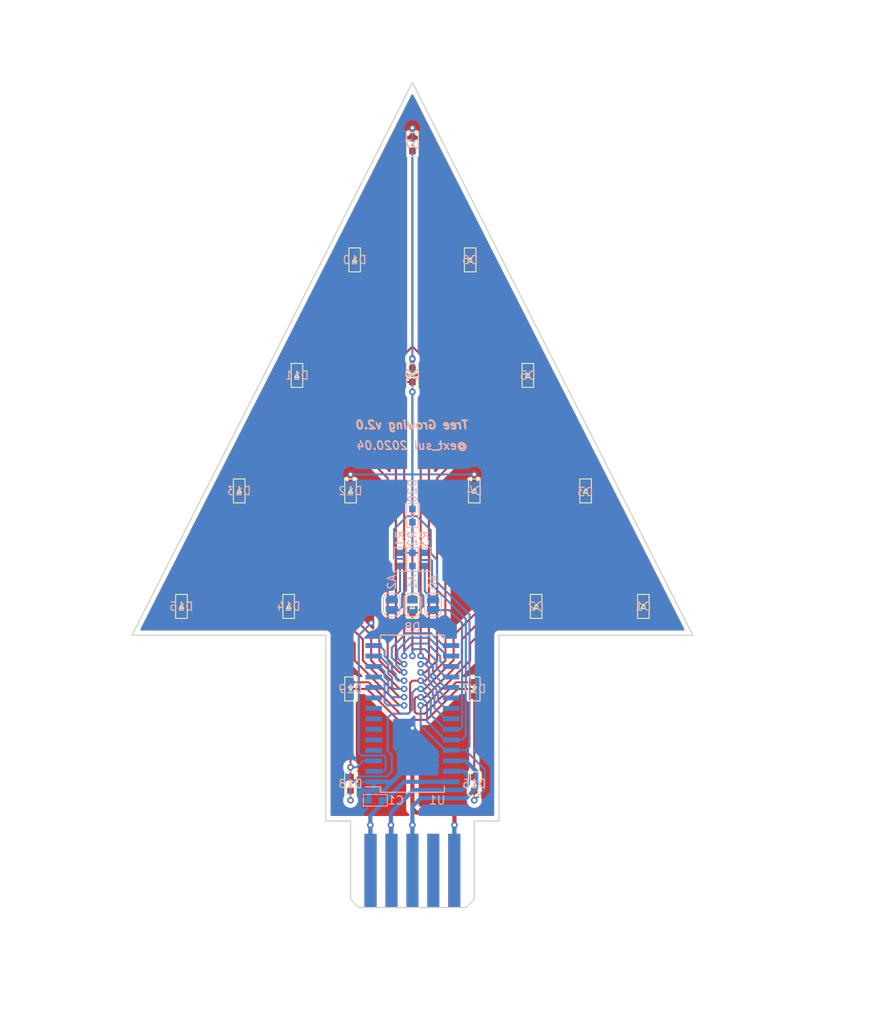
<source format=kicad_pcb>
(kicad_pcb (version 20171130) (host pcbnew "(5.0.2)-1")

  (general
    (thickness 1.6)
    (drawings 19)
    (tracks 446)
    (zones 0)
    (modules 29)
    (nets 34)
  )

  (page A4)
  (layers
    (0 F.Cu signal)
    (31 B.Cu signal)
    (32 B.Adhes user)
    (33 F.Adhes user)
    (34 B.Paste user)
    (35 F.Paste user)
    (36 B.SilkS user)
    (37 F.SilkS user)
    (38 B.Mask user)
    (39 F.Mask user)
    (40 Dwgs.User user)
    (41 Cmts.User user)
    (42 Eco1.User user)
    (43 Eco2.User user)
    (44 Edge.Cuts user)
    (45 Margin user)
    (46 B.CrtYd user)
    (47 F.CrtYd user)
    (48 B.Fab user)
    (49 F.Fab user)
  )

  (setup
    (last_trace_width 0.25)
    (user_trace_width 0.5)
    (user_trace_width 1)
    (trace_clearance 0.2)
    (zone_clearance 0.508)
    (zone_45_only no)
    (trace_min 0.2)
    (segment_width 0.2)
    (edge_width 0.15)
    (via_size 0.8)
    (via_drill 0.4)
    (via_min_size 0.4)
    (via_min_drill 0.3)
    (uvia_size 0.3)
    (uvia_drill 0.1)
    (uvias_allowed no)
    (uvia_min_size 0.2)
    (uvia_min_drill 0.1)
    (pcb_text_width 0.3)
    (pcb_text_size 1.5 1.5)
    (mod_edge_width 0.15)
    (mod_text_size 1 1)
    (mod_text_width 0.15)
    (pad_size 1.524 1.524)
    (pad_drill 0.762)
    (pad_to_mask_clearance 0.051)
    (solder_mask_min_width 0.25)
    (aux_axis_origin 0 0)
    (grid_origin 130 55)
    (visible_elements 7FFFFFFF)
    (pcbplotparams
      (layerselection 0x010fc_ffffffff)
      (usegerberextensions true)
      (usegerberattributes false)
      (usegerberadvancedattributes false)
      (creategerberjobfile false)
      (excludeedgelayer true)
      (linewidth 0.100000)
      (plotframeref false)
      (viasonmask false)
      (mode 1)
      (useauxorigin false)
      (hpglpennumber 1)
      (hpglpenspeed 20)
      (hpglpendiameter 15.000000)
      (psnegative false)
      (psa4output false)
      (plotreference true)
      (plotvalue true)
      (plotinvisibletext false)
      (padsonsilk false)
      (subtractmaskfromsilk false)
      (outputformat 1)
      (mirror false)
      (drillshape 0)
      (scaleselection 1)
      (outputdirectory "Gerber/"))
  )

  (net 0 "")
  (net 1 +5V)
  (net 2 GND)
  (net 3 "Net-(D1-Pad1)")
  (net 4 "Net-(D1-Pad2)")
  (net 5 "Net-(D5-Pad2)")
  (net 6 "Net-(D6-Pad2)")
  (net 7 "Net-(D7-Pad2)")
  (net 8 "Net-(D8-Pad2)")
  (net 9 "Net-(D9-Pad2)")
  (net 10 "Net-(D10-Pad2)")
  (net 11 "Net-(D11-Pad2)")
  (net 12 "Net-(JP1-Pad1)")
  (net 13 "Net-(JP2-Pad1)")
  (net 14 "Net-(JP3-Pad1)")
  (net 15 SCL)
  (net 16 SDA)
  (net 17 "Net-(U1-Pad4)")
  (net 18 "Net-(U1-Pad5)")
  (net 19 "Net-(U1-Pad6)")
  (net 20 "Net-(U1-Pad7)")
  (net 21 "Net-(U1-Pad8)")
  (net 22 "Net-(U1-Pad9)")
  (net 23 "Net-(U1-Pad10)")
  (net 24 "Net-(D17-Pad2)")
  (net 25 "Net-(D18-Pad2)")
  (net 26 "Net-(D19-Pad2)")
  (net 27 "Net-(D12-Pad2)")
  (net 28 "Net-(D13-Pad2)")
  (net 29 "Net-(D14-Pad2)")
  (net 30 "Net-(D15-Pad2)")
  (net 31 "Net-(D16-Pad1)")
  (net 32 "Net-(D20-Pad1)")
  (net 33 "Net-(J1-Pad4)")

  (net_class Default "これはデフォルトのネット クラスです。"
    (clearance 0.2)
    (trace_width 0.25)
    (via_dia 0.8)
    (via_drill 0.4)
    (uvia_dia 0.3)
    (uvia_drill 0.1)
    (add_net +5V)
    (add_net GND)
    (add_net "Net-(D1-Pad1)")
    (add_net "Net-(D1-Pad2)")
    (add_net "Net-(D10-Pad2)")
    (add_net "Net-(D11-Pad2)")
    (add_net "Net-(D12-Pad2)")
    (add_net "Net-(D13-Pad2)")
    (add_net "Net-(D14-Pad2)")
    (add_net "Net-(D15-Pad2)")
    (add_net "Net-(D16-Pad1)")
    (add_net "Net-(D17-Pad2)")
    (add_net "Net-(D18-Pad2)")
    (add_net "Net-(D19-Pad2)")
    (add_net "Net-(D20-Pad1)")
    (add_net "Net-(D5-Pad2)")
    (add_net "Net-(D6-Pad2)")
    (add_net "Net-(D7-Pad2)")
    (add_net "Net-(D8-Pad2)")
    (add_net "Net-(D9-Pad2)")
    (add_net "Net-(J1-Pad4)")
    (add_net "Net-(JP1-Pad1)")
    (add_net "Net-(JP2-Pad1)")
    (add_net "Net-(JP3-Pad1)")
    (add_net "Net-(U1-Pad10)")
    (add_net "Net-(U1-Pad4)")
    (add_net "Net-(U1-Pad5)")
    (add_net "Net-(U1-Pad6)")
    (add_net "Net-(U1-Pad7)")
    (add_net "Net-(U1-Pad8)")
    (add_net "Net-(U1-Pad9)")
    (add_net SCL)
    (add_net SDA)
  )

  (module extsui:EDAC_5P_P2.54mm (layer F.Cu) (tedit 5E85EA24) (tstamp 5E912F37)
    (at 130 150.5)
    (path /5E858B5D)
    (fp_text reference J1 (at 0 -8.39) (layer F.SilkS) hide
      (effects (font (size 1 1) (thickness 0.15)))
    )
    (fp_text value Conn_01x05 (at 0 -9.39) (layer F.Fab)
      (effects (font (size 1 1) (thickness 0.15)))
    )
    (fp_line (start -7.47 4.445) (end 7.47 4.445) (layer F.CrtYd) (width 0.15))
    (fp_line (start 7.47 4.445) (end 7.47 -6.045) (layer F.CrtYd) (width 0.15))
    (fp_line (start -7.47 4.445) (end -7.47 -6.045) (layer F.CrtYd) (width 0.15))
    (pad 1 connect rect (at -5.08 0) (size 1.47 8.89) (layers F.Cu F.Mask)
      (net 1 +5V))
    (pad 2 connect rect (at -2.54 0) (size 1.47 8.89) (layers F.Cu F.Mask)
      (net 16 SDA))
    (pad 3 connect rect (at 0 0) (size 1.47 8.89) (layers F.Cu F.Mask)
      (net 15 SCL))
    (pad 4 connect rect (at 2.54 0) (size 1.47 8.89) (layers F.Cu F.Mask)
      (net 33 "Net-(J1-Pad4)"))
    (pad 5 connect rect (at 5.08 0) (size 1.47 8.89) (layers F.Cu F.Mask)
      (net 2 GND))
    (pad 1 connect rect (at -5.08 0) (size 1.47 8.89) (layers B.Cu B.Mask)
      (net 1 +5V))
    (pad 2 connect rect (at -2.54 0) (size 1.47 8.89) (layers B.Cu B.Mask)
      (net 16 SDA))
    (pad 3 connect rect (at 0 0) (size 1.47 8.89) (layers B.Cu B.Mask)
      (net 15 SCL))
    (pad 4 connect rect (at 2.54 0) (size 1.47 8.89) (layers B.Cu B.Mask)
      (net 33 "Net-(J1-Pad4)"))
    (pad 5 connect rect (at 5.08 0) (size 1.47 8.89) (layers B.Cu B.Mask)
      (net 2 GND))
  )

  (module Package_SO:SOIC-28W_7.5x18.7mm_P1.27mm (layer B.Cu) (tedit 5A02F2D3) (tstamp 5E8722CD)
    (at 130 131.5)
    (descr "28-Lead Plastic Small Outline (SO) - Wide, 7.50 mm X 18.7 mm Body [SOIC] (https://www.akm.com/akm/en/file/datasheet/AK5394AVS.pdf)")
    (tags "SOIC 1.27")
    (path /5C2B207A)
    (attr smd)
    (fp_text reference U1 (at 3 10.5) (layer B.SilkS)
      (effects (font (size 1 1) (thickness 0.15)) (justify mirror))
    )
    (fp_text value HT16K33-28SOP (at 0 -10.45) (layer B.Fab)
      (effects (font (size 1 1) (thickness 0.15)) (justify mirror))
    )
    (fp_text user %R (at 0 0) (layer B.Fab)
      (effects (font (size 1 1) (thickness 0.15)) (justify mirror))
    )
    (fp_line (start -2.75 9.35) (end 3.75 9.35) (layer B.Fab) (width 0.15))
    (fp_line (start 3.75 9.35) (end 3.75 -9.35) (layer B.Fab) (width 0.15))
    (fp_line (start 3.75 -9.35) (end -3.75 -9.35) (layer B.Fab) (width 0.15))
    (fp_line (start -3.75 -9.35) (end -3.75 8.35) (layer B.Fab) (width 0.15))
    (fp_line (start -3.75 8.35) (end -2.75 9.35) (layer B.Fab) (width 0.15))
    (fp_line (start -5.95 9.7) (end -5.95 -9.7) (layer B.CrtYd) (width 0.05))
    (fp_line (start 5.95 9.7) (end 5.95 -9.7) (layer B.CrtYd) (width 0.05))
    (fp_line (start -5.95 9.7) (end 5.95 9.7) (layer B.CrtYd) (width 0.05))
    (fp_line (start -5.95 -9.7) (end 5.95 -9.7) (layer B.CrtYd) (width 0.05))
    (fp_line (start -3.875 9.525) (end -3.875 8.875) (layer B.SilkS) (width 0.15))
    (fp_line (start 3.875 9.525) (end 3.875 8.78) (layer B.SilkS) (width 0.15))
    (fp_line (start 3.875 -9.525) (end 3.875 -8.78) (layer B.SilkS) (width 0.15))
    (fp_line (start -3.875 -9.525) (end -3.875 -8.78) (layer B.SilkS) (width 0.15))
    (fp_line (start -3.875 9.525) (end 3.875 9.525) (layer B.SilkS) (width 0.15))
    (fp_line (start -3.875 -9.525) (end 3.875 -9.525) (layer B.SilkS) (width 0.15))
    (fp_line (start -3.875 8.875) (end -5.7 8.875) (layer B.SilkS) (width 0.15))
    (pad 1 smd rect (at -4.7 8.255) (size 2 0.6) (layers B.Cu B.Paste B.Mask)
      (net 2 GND))
    (pad 2 smd rect (at -4.7 6.985) (size 2 0.6) (layers B.Cu B.Paste B.Mask)
      (net 3 "Net-(D1-Pad1)"))
    (pad 3 smd rect (at -4.7 5.715) (size 2 0.6) (layers B.Cu B.Paste B.Mask)
      (net 31 "Net-(D16-Pad1)"))
    (pad 4 smd rect (at -4.7 4.445) (size 2 0.6) (layers B.Cu B.Paste B.Mask)
      (net 17 "Net-(U1-Pad4)"))
    (pad 5 smd rect (at -4.7 3.175) (size 2 0.6) (layers B.Cu B.Paste B.Mask)
      (net 18 "Net-(U1-Pad5)"))
    (pad 6 smd rect (at -4.7 1.905) (size 2 0.6) (layers B.Cu B.Paste B.Mask)
      (net 19 "Net-(U1-Pad6)"))
    (pad 7 smd rect (at -4.7 0.635) (size 2 0.6) (layers B.Cu B.Paste B.Mask)
      (net 20 "Net-(U1-Pad7)"))
    (pad 8 smd rect (at -4.7 -0.635) (size 2 0.6) (layers B.Cu B.Paste B.Mask)
      (net 21 "Net-(U1-Pad8)"))
    (pad 9 smd rect (at -4.7 -1.905) (size 2 0.6) (layers B.Cu B.Paste B.Mask)
      (net 22 "Net-(U1-Pad9)"))
    (pad 10 smd rect (at -4.7 -3.175) (size 2 0.6) (layers B.Cu B.Paste B.Mask)
      (net 23 "Net-(U1-Pad10)"))
    (pad 11 smd rect (at -4.7 -4.445) (size 2 0.6) (layers B.Cu B.Paste B.Mask)
      (net 30 "Net-(D15-Pad2)"))
    (pad 12 smd rect (at -4.7 -5.715) (size 2 0.6) (layers B.Cu B.Paste B.Mask)
      (net 29 "Net-(D14-Pad2)"))
    (pad 13 smd rect (at -4.7 -6.985) (size 2 0.6) (layers B.Cu B.Paste B.Mask)
      (net 28 "Net-(D13-Pad2)"))
    (pad 14 smd rect (at -4.7 -8.255) (size 2 0.6) (layers B.Cu B.Paste B.Mask)
      (net 27 "Net-(D12-Pad2)"))
    (pad 15 smd rect (at 4.7 -8.255) (size 2 0.6) (layers B.Cu B.Paste B.Mask)
      (net 11 "Net-(D11-Pad2)"))
    (pad 16 smd rect (at 4.7 -6.985) (size 2 0.6) (layers B.Cu B.Paste B.Mask)
      (net 10 "Net-(D10-Pad2)"))
    (pad 17 smd rect (at 4.7 -5.715) (size 2 0.6) (layers B.Cu B.Paste B.Mask)
      (net 9 "Net-(D9-Pad2)"))
    (pad 18 smd rect (at 4.7 -4.445) (size 2 0.6) (layers B.Cu B.Paste B.Mask)
      (net 8 "Net-(D8-Pad2)"))
    (pad 19 smd rect (at 4.7 -3.175) (size 2 0.6) (layers B.Cu B.Paste B.Mask)
      (net 7 "Net-(D7-Pad2)"))
    (pad 20 smd rect (at 4.7 -1.905) (size 2 0.6) (layers B.Cu B.Paste B.Mask)
      (net 6 "Net-(D6-Pad2)"))
    (pad 21 smd rect (at 4.7 -0.635) (size 2 0.6) (layers B.Cu B.Paste B.Mask)
      (net 5 "Net-(D5-Pad2)"))
    (pad 22 smd rect (at 4.7 0.635) (size 2 0.6) (layers B.Cu B.Paste B.Mask)
      (net 26 "Net-(D19-Pad2)"))
    (pad 23 smd rect (at 4.7 1.905) (size 2 0.6) (layers B.Cu B.Paste B.Mask)
      (net 25 "Net-(D18-Pad2)"))
    (pad 24 smd rect (at 4.7 3.175) (size 2 0.6) (layers B.Cu B.Paste B.Mask)
      (net 24 "Net-(D17-Pad2)"))
    (pad 25 smd rect (at 4.7 4.445) (size 2 0.6) (layers B.Cu B.Paste B.Mask)
      (net 4 "Net-(D1-Pad2)"))
    (pad 26 smd rect (at 4.7 5.715) (size 2 0.6) (layers B.Cu B.Paste B.Mask)
      (net 15 SCL))
    (pad 27 smd rect (at 4.7 6.985) (size 2 0.6) (layers B.Cu B.Paste B.Mask)
      (net 16 SDA))
    (pad 28 smd rect (at 4.7 8.255) (size 2 0.6) (layers B.Cu B.Paste B.Mask)
      (net 1 +5V))
    (model ${KISYS3DMOD}/Package_SO.3dshapes/SOIC-28W_7.5x18.7mm_P1.27mm.wrl
      (at (xyz 0 0 0))
      (scale (xyz 1 1 1))
      (rotate (xyz 0 0 0))
    )
  )

  (module Jumper:SolderJumper-2_P1.3mm_Open_RoundedPad1.0x1.5mm (layer B.Cu) (tedit 5C2EE466) (tstamp 5C579475)
    (at 132.5 118.3 270)
    (descr "SMD Solder Jumper, 1x1.5mm, rounded Pads, 0.3mm gap, open")
    (tags "solder jumper open")
    (path /5C2CB568)
    (attr virtual)
    (fp_text reference JP3 (at -3 1 270) (layer B.SilkS) hide
      (effects (font (size 1 1) (thickness 0.15)) (justify mirror))
    )
    (fp_text value A0 (at -2.75 0 270) (layer B.SilkS)
      (effects (font (size 1 1) (thickness 0.15)) (justify mirror))
    )
    (fp_arc (start 0.7 0.3) (end 1.4 0.3) (angle 90) (layer B.SilkS) (width 0.12))
    (fp_arc (start 0.7 -0.3) (end 0.7 -1) (angle 90) (layer B.SilkS) (width 0.12))
    (fp_arc (start -0.7 -0.3) (end -1.4 -0.3) (angle 90) (layer B.SilkS) (width 0.12))
    (fp_arc (start -0.7 0.3) (end -0.7 1) (angle 90) (layer B.SilkS) (width 0.12))
    (fp_line (start -1.4 -0.3) (end -1.4 0.3) (layer B.SilkS) (width 0.12))
    (fp_line (start 0.7 -1) (end -0.7 -1) (layer B.SilkS) (width 0.12))
    (fp_line (start 1.4 0.3) (end 1.4 -0.3) (layer B.SilkS) (width 0.12))
    (fp_line (start -0.7 1) (end 0.7 1) (layer B.SilkS) (width 0.12))
    (fp_line (start -1.65 1.25) (end 1.65 1.25) (layer B.CrtYd) (width 0.05))
    (fp_line (start -1.65 1.25) (end -1.65 -1.25) (layer B.CrtYd) (width 0.05))
    (fp_line (start 1.65 -1.25) (end 1.65 1.25) (layer B.CrtYd) (width 0.05))
    (fp_line (start 1.65 -1.25) (end -1.65 -1.25) (layer B.CrtYd) (width 0.05))
    (pad 1 smd custom (at -0.65 0 270) (size 1 0.5) (layers B.Cu B.Mask)
      (net 14 "Net-(JP3-Pad1)") (zone_connect 0)
      (options (clearance outline) (anchor rect))
      (primitives
        (gr_circle (center 0 -0.25) (end 0.5 -0.25) (width 0))
        (gr_circle (center 0 0.25) (end 0.5 0.25) (width 0))
        (gr_poly (pts
           (xy 0 0.75) (xy 0.5 0.75) (xy 0.5 -0.75) (xy 0 -0.75)) (width 0))
      ))
    (pad 2 smd custom (at 0.65 0 270) (size 1 0.5) (layers B.Cu B.Mask)
      (net 25 "Net-(D18-Pad2)") (zone_connect 0)
      (options (clearance outline) (anchor rect))
      (primitives
        (gr_circle (center 0 -0.25) (end 0.5 -0.25) (width 0))
        (gr_circle (center 0 0.25) (end 0.5 0.25) (width 0))
        (gr_poly (pts
           (xy 0 0.75) (xy -0.5 0.75) (xy -0.5 -0.75) (xy 0 -0.75)) (width 0))
      ))
  )

  (module extsui:LED_1608_HandSolderingCustom (layer F.Cu) (tedit 5C2EB843) (tstamp 5C77E81E)
    (at 145 118.5 270)
    (descr "Resistor SMD 0603, hand soldering")
    (tags "resistor 0603")
    (path /5C2E49C9)
    (attr smd)
    (fp_text reference D2 (at 0 0) (layer B.SilkS)
      (effects (font (size 1 1) (thickness 0.15)) (justify mirror))
    )
    (fp_text value LED (at 0 1.55 270) (layer F.Fab)
      (effects (font (size 1 1) (thickness 0.15)))
    )
    (fp_line (start -1.45 -0.7) (end -1.45 0.7) (layer F.SilkS) (width 0.12))
    (fp_line (start 1.45 -0.7) (end 1.45 0.7) (layer F.SilkS) (width 0.12))
    (fp_text user %R (at 0 0 270) (layer F.Fab)
      (effects (font (size 0.4 0.4) (thickness 0.075)))
    )
    (fp_line (start -0.8 0.4) (end -0.8 -0.4) (layer F.Fab) (width 0.1))
    (fp_line (start 0.8 0.4) (end -0.8 0.4) (layer F.Fab) (width 0.1))
    (fp_line (start 0.8 -0.4) (end 0.8 0.4) (layer F.Fab) (width 0.1))
    (fp_line (start -0.8 -0.4) (end 0.8 -0.4) (layer F.Fab) (width 0.1))
    (fp_line (start 1.45 0.7) (end -1.45 0.7) (layer F.SilkS) (width 0.12))
    (fp_line (start -1.45 -0.7) (end 1.45 -0.7) (layer F.SilkS) (width 0.12))
    (fp_line (start -1.45 -0.7) (end 1.45 -0.7) (layer F.CrtYd) (width 0.05))
    (fp_line (start -1.45 -0.7) (end -1.45 0.7) (layer F.CrtYd) (width 0.05))
    (fp_line (start 1.45 0.7) (end 1.45 -0.7) (layer F.CrtYd) (width 0.05))
    (fp_line (start 1.45 0.7) (end -1.46 0.7) (layer F.CrtYd) (width 0.05))
    (fp_line (start 0.25 -0.25) (end 0.25 0.25) (layer F.SilkS) (width 0.15))
    (fp_line (start -0.25 0) (end 0.25 -0.25) (layer F.SilkS) (width 0.15))
    (fp_line (start -0.25 0) (end 0.25 0.25) (layer F.SilkS) (width 0.15))
    (pad 1 smd rect (at -0.799999 0 270) (size 0.8 0.8) (layers F.Cu F.Paste F.Mask)
      (net 3 "Net-(D1-Pad1)"))
    (pad 2 smd rect (at 0.799999 0 270) (size 0.8 0.8) (layers F.Cu F.Paste F.Mask)
      (net 24 "Net-(D17-Pad2)"))
    (model ${KISYS3DMOD}/Resistors_SMD.3dshapes/R_0603.wrl
      (at (xyz 0 0 0))
      (scale (xyz 1 1 1))
      (rotate (xyz 0 0 0))
    )
  )

  (module extsui:C_1608_HandSolderingCustom (layer B.Cu) (tedit 59AACAE3) (tstamp 5E87294B)
    (at 125.5 142 180)
    (descr "Resistor SMD 0603, hand soldering")
    (tags "resistor 0603")
    (path /5C2DF16B)
    (attr smd)
    (fp_text reference C1 (at -2.5 0 180) (layer B.SilkS)
      (effects (font (size 1 1) (thickness 0.15)) (justify mirror))
    )
    (fp_text value 0.1u (at 0 -1.55 180) (layer B.Fab)
      (effects (font (size 1 1) (thickness 0.15)) (justify mirror))
    )
    (fp_line (start -1.45 0.7) (end -1.45 -0.7) (layer B.SilkS) (width 0.12))
    (fp_line (start 1.45 0.7) (end 1.45 -0.7) (layer B.SilkS) (width 0.12))
    (fp_text user %R (at 0 0 180) (layer B.Fab)
      (effects (font (size 0.4 0.4) (thickness 0.075)) (justify mirror))
    )
    (fp_line (start -0.8 -0.4) (end -0.8 0.4) (layer B.Fab) (width 0.1))
    (fp_line (start 0.8 -0.4) (end -0.8 -0.4) (layer B.Fab) (width 0.1))
    (fp_line (start 0.8 0.4) (end 0.8 -0.4) (layer B.Fab) (width 0.1))
    (fp_line (start -0.8 0.4) (end 0.8 0.4) (layer B.Fab) (width 0.1))
    (fp_line (start 1.45 -0.7) (end -1.45 -0.7) (layer B.SilkS) (width 0.12))
    (fp_line (start -1.45 0.7) (end 1.45 0.7) (layer B.SilkS) (width 0.12))
    (fp_line (start -1.45 0.7) (end 1.45 0.7) (layer B.CrtYd) (width 0.05))
    (fp_line (start -1.45 0.7) (end -1.45 -0.7) (layer B.CrtYd) (width 0.05))
    (fp_line (start 1.45 -0.7) (end 1.45 0.7) (layer B.CrtYd) (width 0.05))
    (fp_line (start 1.45 -0.7) (end -1.46 -0.7) (layer B.CrtYd) (width 0.05))
    (pad 1 smd rect (at -0.8 0 180) (size 0.8 0.8) (layers B.Cu B.Paste B.Mask)
      (net 1 +5V))
    (pad 2 smd rect (at 0.8 0 180) (size 0.8 0.8) (layers B.Cu B.Paste B.Mask)
      (net 2 GND))
    (model ${KISYS3DMOD}/Resistors_SMD.3dshapes/R_0603.wrl
      (at (xyz 0 0 0))
      (scale (xyz 1 1 1))
      (rotate (xyz 0 0 0))
    )
  )

  (module Jumper:SolderJumper-2_P1.3mm_Open_RoundedPad1.0x1.5mm (layer B.Cu) (tedit 5C2EE489) (tstamp 5C579442)
    (at 127.5 118.3 270)
    (descr "SMD Solder Jumper, 1x1.5mm, rounded Pads, 0.3mm gap, open")
    (tags "solder jumper open")
    (path /5C2CB500)
    (attr virtual)
    (fp_text reference JP1 (at -3 -1 270) (layer B.SilkS) hide
      (effects (font (size 1 1) (thickness 0.15)) (justify mirror))
    )
    (fp_text value A2 (at -2.75 0 270) (layer B.SilkS)
      (effects (font (size 1 1) (thickness 0.15)) (justify mirror))
    )
    (fp_arc (start 0.7 0.3) (end 1.4 0.3) (angle 90) (layer B.SilkS) (width 0.12))
    (fp_arc (start 0.7 -0.3) (end 0.7 -1) (angle 90) (layer B.SilkS) (width 0.12))
    (fp_arc (start -0.7 -0.3) (end -1.4 -0.3) (angle 90) (layer B.SilkS) (width 0.12))
    (fp_arc (start -0.7 0.3) (end -0.7 1) (angle 90) (layer B.SilkS) (width 0.12))
    (fp_line (start -1.4 -0.3) (end -1.4 0.3) (layer B.SilkS) (width 0.12))
    (fp_line (start 0.7 -1) (end -0.7 -1) (layer B.SilkS) (width 0.12))
    (fp_line (start 1.4 0.3) (end 1.4 -0.3) (layer B.SilkS) (width 0.12))
    (fp_line (start -0.7 1) (end 0.7 1) (layer B.SilkS) (width 0.12))
    (fp_line (start -1.65 1.25) (end 1.65 1.25) (layer B.CrtYd) (width 0.05))
    (fp_line (start -1.65 1.25) (end -1.65 -1.25) (layer B.CrtYd) (width 0.05))
    (fp_line (start 1.65 -1.25) (end 1.65 1.25) (layer B.CrtYd) (width 0.05))
    (fp_line (start 1.65 -1.25) (end -1.65 -1.25) (layer B.CrtYd) (width 0.05))
    (pad 1 smd custom (at -0.65 0 270) (size 1 0.5) (layers B.Cu B.Mask)
      (net 12 "Net-(JP1-Pad1)") (zone_connect 0)
      (options (clearance outline) (anchor rect))
      (primitives
        (gr_circle (center 0 -0.25) (end 0.5 -0.25) (width 0))
        (gr_circle (center 0 0.25) (end 0.5 0.25) (width 0))
        (gr_poly (pts
           (xy 0 0.75) (xy 0.5 0.75) (xy 0.5 -0.75) (xy 0 -0.75)) (width 0))
      ))
    (pad 2 smd custom (at 0.65 0 270) (size 1 0.5) (layers B.Cu B.Mask)
      (net 4 "Net-(D1-Pad2)") (zone_connect 0)
      (options (clearance outline) (anchor rect))
      (primitives
        (gr_circle (center 0 -0.25) (end 0.5 -0.25) (width 0))
        (gr_circle (center 0 0.25) (end 0.5 0.25) (width 0))
        (gr_poly (pts
           (xy 0 0.75) (xy -0.5 0.75) (xy -0.5 -0.75) (xy 0 -0.75)) (width 0))
      ))
  )

  (module Jumper:SolderJumper-2_P1.3mm_Open_RoundedPad1.0x1.5mm (layer B.Cu) (tedit 5C2EE47E) (tstamp 5C57954A)
    (at 130 118.3 270)
    (descr "SMD Solder Jumper, 1x1.5mm, rounded Pads, 0.3mm gap, open")
    (tags "solder jumper open")
    (path /5C2CB546)
    (attr virtual)
    (fp_text reference JP2 (at -3 0 270) (layer B.SilkS) hide
      (effects (font (size 1 1) (thickness 0.15)) (justify mirror))
    )
    (fp_text value A1 (at -2.75 0 270) (layer B.SilkS)
      (effects (font (size 1 1) (thickness 0.15)) (justify mirror))
    )
    (fp_line (start 1.65 -1.25) (end -1.65 -1.25) (layer B.CrtYd) (width 0.05))
    (fp_line (start 1.65 -1.25) (end 1.65 1.25) (layer B.CrtYd) (width 0.05))
    (fp_line (start -1.65 1.25) (end -1.65 -1.25) (layer B.CrtYd) (width 0.05))
    (fp_line (start -1.65 1.25) (end 1.65 1.25) (layer B.CrtYd) (width 0.05))
    (fp_line (start -0.7 1) (end 0.7 1) (layer B.SilkS) (width 0.12))
    (fp_line (start 1.4 0.3) (end 1.4 -0.3) (layer B.SilkS) (width 0.12))
    (fp_line (start 0.7 -1) (end -0.7 -1) (layer B.SilkS) (width 0.12))
    (fp_line (start -1.4 -0.3) (end -1.4 0.3) (layer B.SilkS) (width 0.12))
    (fp_arc (start -0.7 0.3) (end -0.7 1) (angle 90) (layer B.SilkS) (width 0.12))
    (fp_arc (start -0.7 -0.3) (end -1.4 -0.3) (angle 90) (layer B.SilkS) (width 0.12))
    (fp_arc (start 0.7 -0.3) (end 0.7 -1) (angle 90) (layer B.SilkS) (width 0.12))
    (fp_arc (start 0.7 0.3) (end 1.4 0.3) (angle 90) (layer B.SilkS) (width 0.12))
    (pad 2 smd custom (at 0.65 0 270) (size 1 0.5) (layers B.Cu B.Mask)
      (net 24 "Net-(D17-Pad2)") (zone_connect 0)
      (options (clearance outline) (anchor rect))
      (primitives
        (gr_circle (center 0 -0.25) (end 0.5 -0.25) (width 0))
        (gr_circle (center 0 0.25) (end 0.5 0.25) (width 0))
        (gr_poly (pts
           (xy 0 0.75) (xy -0.5 0.75) (xy -0.5 -0.75) (xy 0 -0.75)) (width 0))
      ))
    (pad 1 smd custom (at -0.65 0 270) (size 1 0.5) (layers B.Cu B.Mask)
      (net 13 "Net-(JP2-Pad1)") (zone_connect 0)
      (options (clearance outline) (anchor rect))
      (primitives
        (gr_circle (center 0 -0.25) (end 0.5 -0.25) (width 0))
        (gr_circle (center 0 0.25) (end 0.5 0.25) (width 0))
        (gr_poly (pts
           (xy 0 0.75) (xy 0.5 0.75) (xy 0.5 -0.75) (xy 0 -0.75)) (width 0))
      ))
  )

  (module extsui:R_1608_HandSolderingCustom (layer B.Cu) (tedit 59AAD1B0) (tstamp 5C5794A9)
    (at 128.5 112.8 90)
    (descr "Resistor SMD 0603, hand soldering")
    (tags "resistor 0603")
    (path /5C2CAF32)
    (attr smd)
    (fp_text reference R1 (at 2.5 0 90) (layer B.SilkS)
      (effects (font (size 1 1) (thickness 0.15)) (justify mirror))
    )
    (fp_text value 39k (at 0 -1.55 90) (layer B.Fab)
      (effects (font (size 1 1) (thickness 0.15)) (justify mirror))
    )
    (fp_line (start -1.45 0.7) (end -1.45 -0.7) (layer B.SilkS) (width 0.12))
    (fp_line (start 1.45 0.7) (end 1.45 -0.7) (layer B.SilkS) (width 0.12))
    (fp_text user %R (at 0 0 90) (layer B.Fab)
      (effects (font (size 0.4 0.4) (thickness 0.075)) (justify mirror))
    )
    (fp_line (start -0.8 -0.4) (end -0.8 0.4) (layer B.Fab) (width 0.1))
    (fp_line (start 0.8 -0.4) (end -0.8 -0.4) (layer B.Fab) (width 0.1))
    (fp_line (start 0.8 0.4) (end 0.8 -0.4) (layer B.Fab) (width 0.1))
    (fp_line (start -0.8 0.4) (end 0.8 0.4) (layer B.Fab) (width 0.1))
    (fp_line (start 1.45 -0.7) (end -1.45 -0.7) (layer B.SilkS) (width 0.12))
    (fp_line (start -1.45 0.7) (end 1.45 0.7) (layer B.SilkS) (width 0.12))
    (fp_line (start -1.45 0.7) (end 1.45 0.7) (layer B.CrtYd) (width 0.05))
    (fp_line (start -1.45 0.7) (end -1.45 -0.7) (layer B.CrtYd) (width 0.05))
    (fp_line (start 1.45 -0.7) (end 1.45 0.7) (layer B.CrtYd) (width 0.05))
    (fp_line (start 1.45 -0.7) (end -1.46 -0.7) (layer B.CrtYd) (width 0.05))
    (pad 1 smd rect (at -0.8 0 90) (size 0.8 0.8) (layers B.Cu B.Paste B.Mask)
      (net 12 "Net-(JP1-Pad1)"))
    (pad 2 smd rect (at 0.8 0 90) (size 0.8 0.8) (layers B.Cu B.Paste B.Mask)
      (net 32 "Net-(D20-Pad1)"))
    (model ${KISYS3DMOD}/Resistors_SMD.3dshapes/R_0603.wrl
      (at (xyz 0 0 0))
      (scale (xyz 1 1 1))
      (rotate (xyz 0 0 0))
    )
  )

  (module extsui:R_1608_HandSolderingCustom (layer B.Cu) (tedit 59AAD1B0) (tstamp 5C579515)
    (at 130 112.8 90)
    (descr "Resistor SMD 0603, hand soldering")
    (tags "resistor 0603")
    (path /5C2CAF7E)
    (attr smd)
    (fp_text reference R2 (at 2.5 0 90) (layer B.SilkS)
      (effects (font (size 1 1) (thickness 0.15)) (justify mirror))
    )
    (fp_text value 39k (at 0 -1.55 90) (layer B.Fab)
      (effects (font (size 1 1) (thickness 0.15)) (justify mirror))
    )
    (fp_line (start 1.45 -0.7) (end -1.46 -0.7) (layer B.CrtYd) (width 0.05))
    (fp_line (start 1.45 -0.7) (end 1.45 0.7) (layer B.CrtYd) (width 0.05))
    (fp_line (start -1.45 0.7) (end -1.45 -0.7) (layer B.CrtYd) (width 0.05))
    (fp_line (start -1.45 0.7) (end 1.45 0.7) (layer B.CrtYd) (width 0.05))
    (fp_line (start -1.45 0.7) (end 1.45 0.7) (layer B.SilkS) (width 0.12))
    (fp_line (start 1.45 -0.7) (end -1.45 -0.7) (layer B.SilkS) (width 0.12))
    (fp_line (start -0.8 0.4) (end 0.8 0.4) (layer B.Fab) (width 0.1))
    (fp_line (start 0.8 0.4) (end 0.8 -0.4) (layer B.Fab) (width 0.1))
    (fp_line (start 0.8 -0.4) (end -0.8 -0.4) (layer B.Fab) (width 0.1))
    (fp_line (start -0.8 -0.4) (end -0.8 0.4) (layer B.Fab) (width 0.1))
    (fp_text user %R (at 0 0 90) (layer B.Fab)
      (effects (font (size 0.4 0.4) (thickness 0.075)) (justify mirror))
    )
    (fp_line (start 1.45 0.7) (end 1.45 -0.7) (layer B.SilkS) (width 0.12))
    (fp_line (start -1.45 0.7) (end -1.45 -0.7) (layer B.SilkS) (width 0.12))
    (pad 2 smd rect (at 0.8 0 90) (size 0.8 0.8) (layers B.Cu B.Paste B.Mask)
      (net 32 "Net-(D20-Pad1)"))
    (pad 1 smd rect (at -0.8 0 90) (size 0.8 0.8) (layers B.Cu B.Paste B.Mask)
      (net 13 "Net-(JP2-Pad1)"))
    (model ${KISYS3DMOD}/Resistors_SMD.3dshapes/R_0603.wrl
      (at (xyz 0 0 0))
      (scale (xyz 1 1 1))
      (rotate (xyz 0 0 0))
    )
  )

  (module extsui:R_1608_HandSolderingCustom (layer B.Cu) (tedit 59AAD1B0) (tstamp 5C5794DF)
    (at 131.5 112.8 90)
    (descr "Resistor SMD 0603, hand soldering")
    (tags "resistor 0603")
    (path /5C2CAFA0)
    (attr smd)
    (fp_text reference R3 (at 2.5 0 90) (layer B.SilkS)
      (effects (font (size 1 1) (thickness 0.15)) (justify mirror))
    )
    (fp_text value 39k (at 0 -1.55 90) (layer B.Fab)
      (effects (font (size 1 1) (thickness 0.15)) (justify mirror))
    )
    (fp_line (start -1.45 0.7) (end -1.45 -0.7) (layer B.SilkS) (width 0.12))
    (fp_line (start 1.45 0.7) (end 1.45 -0.7) (layer B.SilkS) (width 0.12))
    (fp_text user %R (at 0 0 90) (layer B.Fab)
      (effects (font (size 0.4 0.4) (thickness 0.075)) (justify mirror))
    )
    (fp_line (start -0.8 -0.4) (end -0.8 0.4) (layer B.Fab) (width 0.1))
    (fp_line (start 0.8 -0.4) (end -0.8 -0.4) (layer B.Fab) (width 0.1))
    (fp_line (start 0.8 0.4) (end 0.8 -0.4) (layer B.Fab) (width 0.1))
    (fp_line (start -0.8 0.4) (end 0.8 0.4) (layer B.Fab) (width 0.1))
    (fp_line (start 1.45 -0.7) (end -1.45 -0.7) (layer B.SilkS) (width 0.12))
    (fp_line (start -1.45 0.7) (end 1.45 0.7) (layer B.SilkS) (width 0.12))
    (fp_line (start -1.45 0.7) (end 1.45 0.7) (layer B.CrtYd) (width 0.05))
    (fp_line (start -1.45 0.7) (end -1.45 -0.7) (layer B.CrtYd) (width 0.05))
    (fp_line (start 1.45 -0.7) (end 1.45 0.7) (layer B.CrtYd) (width 0.05))
    (fp_line (start 1.45 -0.7) (end -1.46 -0.7) (layer B.CrtYd) (width 0.05))
    (pad 1 smd rect (at -0.8 0 90) (size 0.8 0.8) (layers B.Cu B.Paste B.Mask)
      (net 14 "Net-(JP3-Pad1)"))
    (pad 2 smd rect (at 0.8 0 90) (size 0.8 0.8) (layers B.Cu B.Paste B.Mask)
      (net 32 "Net-(D20-Pad1)"))
    (model ${KISYS3DMOD}/Resistors_SMD.3dshapes/R_0603.wrl
      (at (xyz 0 0 0))
      (scale (xyz 1 1 1))
      (rotate (xyz 0 0 0))
    )
  )

  (module extsui:LED_1608_HandSolderingCustom (layer F.Cu) (tedit 5C2EB843) (tstamp 5C77E808)
    (at 158 118.5 270)
    (descr "Resistor SMD 0603, hand soldering")
    (tags "resistor 0603")
    (path /5C2E323A)
    (attr smd)
    (fp_text reference D1 (at 0 0) (layer B.SilkS)
      (effects (font (size 1 1) (thickness 0.15)) (justify mirror))
    )
    (fp_text value LED (at 0 1.55 270) (layer F.Fab)
      (effects (font (size 1 1) (thickness 0.15)))
    )
    (fp_line (start -0.25 0) (end 0.25 0.25) (layer F.SilkS) (width 0.15))
    (fp_line (start -0.25 0) (end 0.25 -0.25) (layer F.SilkS) (width 0.15))
    (fp_line (start 0.25 -0.25) (end 0.25 0.25) (layer F.SilkS) (width 0.15))
    (fp_line (start 1.45 0.7) (end -1.46 0.7) (layer F.CrtYd) (width 0.05))
    (fp_line (start 1.45 0.7) (end 1.45 -0.7) (layer F.CrtYd) (width 0.05))
    (fp_line (start -1.45 -0.7) (end -1.45 0.7) (layer F.CrtYd) (width 0.05))
    (fp_line (start -1.45 -0.7) (end 1.45 -0.7) (layer F.CrtYd) (width 0.05))
    (fp_line (start -1.45 -0.7) (end 1.45 -0.7) (layer F.SilkS) (width 0.12))
    (fp_line (start 1.45 0.7) (end -1.45 0.7) (layer F.SilkS) (width 0.12))
    (fp_line (start -0.8 -0.4) (end 0.8 -0.4) (layer F.Fab) (width 0.1))
    (fp_line (start 0.8 -0.4) (end 0.8 0.4) (layer F.Fab) (width 0.1))
    (fp_line (start 0.8 0.4) (end -0.8 0.4) (layer F.Fab) (width 0.1))
    (fp_line (start -0.8 0.4) (end -0.8 -0.4) (layer F.Fab) (width 0.1))
    (fp_text user %R (at 0 0 270) (layer F.Fab)
      (effects (font (size 0.4 0.4) (thickness 0.075)))
    )
    (fp_line (start 1.45 -0.7) (end 1.45 0.7) (layer F.SilkS) (width 0.12))
    (fp_line (start -1.45 -0.7) (end -1.45 0.7) (layer F.SilkS) (width 0.12))
    (pad 2 smd rect (at 0.8 0 270) (size 0.8 0.8) (layers F.Cu F.Paste F.Mask)
      (net 4 "Net-(D1-Pad2)"))
    (pad 1 smd rect (at -0.8 0 270) (size 0.8 0.8) (layers F.Cu F.Paste F.Mask)
      (net 3 "Net-(D1-Pad1)"))
    (model ${KISYS3DMOD}/Resistors_SMD.3dshapes/R_0603.wrl
      (at (xyz 0 0 0))
      (scale (xyz 1 1 1))
      (rotate (xyz 0 0 0))
    )
  )

  (module extsui:LED_1608_HandSolderingCustom (layer F.Cu) (tedit 5C4DAAFE) (tstamp 5C780490)
    (at 151 104.5 270)
    (descr "Resistor SMD 0603, hand soldering")
    (tags "resistor 0603")
    (path /5C2E7A23)
    (attr smd)
    (fp_text reference D3 (at 0.117157 0.024264) (layer B.SilkS)
      (effects (font (size 1 1) (thickness 0.15)) (justify mirror))
    )
    (fp_text value LED (at 0 1.55 270) (layer F.Fab)
      (effects (font (size 1 1) (thickness 0.15)))
    )
    (fp_line (start -0.25 0) (end 0.25 0.25) (layer F.SilkS) (width 0.15))
    (fp_line (start -0.25 0) (end 0.25 -0.25) (layer F.SilkS) (width 0.15))
    (fp_line (start 0.25 -0.25) (end 0.25 0.25) (layer F.SilkS) (width 0.15))
    (fp_line (start 1.45 0.7) (end -1.46 0.7) (layer F.CrtYd) (width 0.05))
    (fp_line (start 1.45 0.7) (end 1.45 -0.7) (layer F.CrtYd) (width 0.05))
    (fp_line (start -1.45 -0.7) (end -1.45 0.7) (layer F.CrtYd) (width 0.05))
    (fp_line (start -1.45 -0.7) (end 1.45 -0.7) (layer F.CrtYd) (width 0.05))
    (fp_line (start -1.45 -0.7) (end 1.45 -0.7) (layer F.SilkS) (width 0.12))
    (fp_line (start 1.45 0.7) (end -1.45 0.7) (layer F.SilkS) (width 0.12))
    (fp_line (start -0.8 -0.4) (end 0.8 -0.4) (layer F.Fab) (width 0.1))
    (fp_line (start 0.8 -0.4) (end 0.8 0.4) (layer F.Fab) (width 0.1))
    (fp_line (start 0.8 0.4) (end -0.8 0.4) (layer F.Fab) (width 0.1))
    (fp_line (start -0.8 0.4) (end -0.8 -0.4) (layer F.Fab) (width 0.1))
    (fp_text user %R (at 0 0 270) (layer F.Fab)
      (effects (font (size 0.4 0.4) (thickness 0.075)))
    )
    (fp_line (start 1.45 -0.7) (end 1.45 0.7) (layer F.SilkS) (width 0.12))
    (fp_line (start -1.45 -0.7) (end -1.45 0.7) (layer F.SilkS) (width 0.12))
    (pad 2 smd rect (at 0.799999 0 270) (size 0.8 0.8) (layers F.Cu F.Paste F.Mask)
      (net 25 "Net-(D18-Pad2)"))
    (pad 1 smd rect (at -0.799999 0 270) (size 0.8 0.8) (layers F.Cu F.Paste F.Mask)
      (net 3 "Net-(D1-Pad1)"))
    (model ${KISYS3DMOD}/Resistors_SMD.3dshapes/R_0603.wrl
      (at (xyz 0 0 0))
      (scale (xyz 1 1 1))
      (rotate (xyz 0 0 0))
    )
  )

  (module extsui:LED_1608_HandSolderingCustom (layer F.Cu) (tedit 5C2EB843) (tstamp 5C4F1761)
    (at 137.5 104.5 270)
    (descr "Resistor SMD 0603, hand soldering")
    (tags "resistor 0603")
    (path /5C2FAC7B)
    (attr smd)
    (fp_text reference D4 (at 0 0) (layer B.SilkS)
      (effects (font (size 1 1) (thickness 0.15)) (justify mirror))
    )
    (fp_text value LED (at 0 1.55 270) (layer F.Fab)
      (effects (font (size 1 1) (thickness 0.15)))
    )
    (fp_line (start -1.45 -0.7) (end -1.45 0.7) (layer F.SilkS) (width 0.12))
    (fp_line (start 1.45 -0.7) (end 1.45 0.7) (layer F.SilkS) (width 0.12))
    (fp_text user %R (at 0 0 270) (layer F.Fab)
      (effects (font (size 0.4 0.4) (thickness 0.075)))
    )
    (fp_line (start -0.8 0.4) (end -0.8 -0.4) (layer F.Fab) (width 0.1))
    (fp_line (start 0.8 0.4) (end -0.8 0.4) (layer F.Fab) (width 0.1))
    (fp_line (start 0.8 -0.4) (end 0.8 0.4) (layer F.Fab) (width 0.1))
    (fp_line (start -0.8 -0.4) (end 0.8 -0.4) (layer F.Fab) (width 0.1))
    (fp_line (start 1.45 0.7) (end -1.45 0.7) (layer F.SilkS) (width 0.12))
    (fp_line (start -1.45 -0.7) (end 1.45 -0.7) (layer F.SilkS) (width 0.12))
    (fp_line (start -1.45 -0.7) (end 1.45 -0.7) (layer F.CrtYd) (width 0.05))
    (fp_line (start -1.45 -0.7) (end -1.45 0.7) (layer F.CrtYd) (width 0.05))
    (fp_line (start 1.45 0.7) (end 1.45 -0.7) (layer F.CrtYd) (width 0.05))
    (fp_line (start 1.45 0.7) (end -1.46 0.7) (layer F.CrtYd) (width 0.05))
    (fp_line (start 0.25 -0.25) (end 0.25 0.25) (layer F.SilkS) (width 0.15))
    (fp_line (start -0.25 0) (end 0.25 -0.25) (layer F.SilkS) (width 0.15))
    (fp_line (start -0.25 0) (end 0.25 0.25) (layer F.SilkS) (width 0.15))
    (pad 1 smd rect (at -0.8 0 270) (size 0.8 0.8) (layers F.Cu F.Paste F.Mask)
      (net 3 "Net-(D1-Pad1)"))
    (pad 2 smd rect (at 0.8 0 270) (size 0.8 0.8) (layers F.Cu F.Paste F.Mask)
      (net 26 "Net-(D19-Pad2)"))
    (model ${KISYS3DMOD}/Resistors_SMD.3dshapes/R_0603.wrl
      (at (xyz 0 0 0))
      (scale (xyz 1 1 1))
      (rotate (xyz 0 0 0))
    )
  )

  (module extsui:LED_1608_HandSolderingCustom (layer F.Cu) (tedit 5C2EB843) (tstamp 5C4DBA42)
    (at 144 90.5 270)
    (descr "Resistor SMD 0603, hand soldering")
    (tags "resistor 0603")
    (path /5C2E8C64)
    (attr smd)
    (fp_text reference D5 (at 0 0) (layer B.SilkS)
      (effects (font (size 1 1) (thickness 0.15)) (justify mirror))
    )
    (fp_text value LED (at 0 1.55 270) (layer F.Fab)
      (effects (font (size 1 1) (thickness 0.15)))
    )
    (fp_line (start -0.25 0) (end 0.25 0.25) (layer F.SilkS) (width 0.15))
    (fp_line (start -0.25 0) (end 0.25 -0.25) (layer F.SilkS) (width 0.15))
    (fp_line (start 0.25 -0.25) (end 0.25 0.25) (layer F.SilkS) (width 0.15))
    (fp_line (start 1.45 0.7) (end -1.46 0.7) (layer F.CrtYd) (width 0.05))
    (fp_line (start 1.45 0.7) (end 1.45 -0.7) (layer F.CrtYd) (width 0.05))
    (fp_line (start -1.45 -0.7) (end -1.45 0.7) (layer F.CrtYd) (width 0.05))
    (fp_line (start -1.45 -0.7) (end 1.45 -0.7) (layer F.CrtYd) (width 0.05))
    (fp_line (start -1.45 -0.7) (end 1.45 -0.7) (layer F.SilkS) (width 0.12))
    (fp_line (start 1.45 0.7) (end -1.45 0.7) (layer F.SilkS) (width 0.12))
    (fp_line (start -0.8 -0.4) (end 0.8 -0.4) (layer F.Fab) (width 0.1))
    (fp_line (start 0.8 -0.4) (end 0.8 0.4) (layer F.Fab) (width 0.1))
    (fp_line (start 0.8 0.4) (end -0.8 0.4) (layer F.Fab) (width 0.1))
    (fp_line (start -0.8 0.4) (end -0.8 -0.4) (layer F.Fab) (width 0.1))
    (fp_text user %R (at 0 0 270) (layer F.Fab)
      (effects (font (size 0.4 0.4) (thickness 0.075)))
    )
    (fp_line (start 1.45 -0.7) (end 1.45 0.7) (layer F.SilkS) (width 0.12))
    (fp_line (start -1.45 -0.7) (end -1.45 0.7) (layer F.SilkS) (width 0.12))
    (pad 2 smd rect (at 0.8 0 270) (size 0.8 0.8) (layers F.Cu F.Paste F.Mask)
      (net 5 "Net-(D5-Pad2)"))
    (pad 1 smd rect (at -0.8 0 270) (size 0.8 0.8) (layers F.Cu F.Paste F.Mask)
      (net 3 "Net-(D1-Pad1)"))
    (model ${KISYS3DMOD}/Resistors_SMD.3dshapes/R_0603.wrl
      (at (xyz 0 0 0))
      (scale (xyz 1 1 1))
      (rotate (xyz 0 0 0))
    )
  )

  (module extsui:LED_1608_HandSolderingCustom (layer F.Cu) (tedit 5C2EB843) (tstamp 5C4DB889)
    (at 130 118.5 270)
    (descr "Resistor SMD 0603, hand soldering")
    (tags "resistor 0603")
    (path /5C2FAC89)
    (attr smd)
    (fp_text reference D8 (at 2.5 0) (layer B.SilkS)
      (effects (font (size 1 1) (thickness 0.15)) (justify mirror))
    )
    (fp_text value LED (at 0 1.55 270) (layer F.Fab)
      (effects (font (size 1 1) (thickness 0.15)))
    )
    (fp_line (start -0.25 0) (end 0.25 0.25) (layer F.SilkS) (width 0.15))
    (fp_line (start -0.25 0) (end 0.25 -0.25) (layer F.SilkS) (width 0.15))
    (fp_line (start 0.25 -0.25) (end 0.25 0.25) (layer F.SilkS) (width 0.15))
    (fp_line (start 1.45 0.7) (end -1.46 0.7) (layer F.CrtYd) (width 0.05))
    (fp_line (start 1.45 0.7) (end 1.45 -0.7) (layer F.CrtYd) (width 0.05))
    (fp_line (start -1.45 -0.7) (end -1.45 0.7) (layer F.CrtYd) (width 0.05))
    (fp_line (start -1.45 -0.7) (end 1.45 -0.7) (layer F.CrtYd) (width 0.05))
    (fp_line (start -1.45 -0.7) (end 1.45 -0.7) (layer F.SilkS) (width 0.12))
    (fp_line (start 1.45 0.7) (end -1.45 0.7) (layer F.SilkS) (width 0.12))
    (fp_line (start -0.8 -0.4) (end 0.8 -0.4) (layer F.Fab) (width 0.1))
    (fp_line (start 0.8 -0.4) (end 0.8 0.4) (layer F.Fab) (width 0.1))
    (fp_line (start 0.8 0.4) (end -0.8 0.4) (layer F.Fab) (width 0.1))
    (fp_line (start -0.8 0.4) (end -0.8 -0.4) (layer F.Fab) (width 0.1))
    (fp_text user %R (at 0 0 270) (layer F.Fab)
      (effects (font (size 0.4 0.4) (thickness 0.075)))
    )
    (fp_line (start 1.45 -0.7) (end 1.45 0.7) (layer F.SilkS) (width 0.12))
    (fp_line (start -1.45 -0.7) (end -1.45 0.7) (layer F.SilkS) (width 0.12))
    (pad 2 smd rect (at 0.8 0 270) (size 0.8 0.8) (layers F.Cu F.Paste F.Mask)
      (net 8 "Net-(D8-Pad2)"))
    (pad 1 smd rect (at -0.8 0 270) (size 0.8 0.8) (layers F.Cu F.Paste F.Mask)
      (net 3 "Net-(D1-Pad1)"))
    (model ${KISYS3DMOD}/Resistors_SMD.3dshapes/R_0603.wrl
      (at (xyz 0 0 0))
      (scale (xyz 1 1 1))
      (rotate (xyz 0 0 0))
    )
  )

  (module extsui:LED_1608_HandSolderingCustom (layer F.Cu) (tedit 5C2EB843) (tstamp 5E87F483)
    (at 130 90.5 270)
    (descr "Resistor SMD 0603, hand soldering")
    (tags "resistor 0603")
    (path /5C2E55DC)
    (attr smd)
    (fp_text reference D9 (at -0.070711 0) (layer B.SilkS)
      (effects (font (size 1 1) (thickness 0.15)) (justify mirror))
    )
    (fp_text value LED (at 0 1.55 270) (layer F.Fab)
      (effects (font (size 1 1) (thickness 0.15)))
    )
    (fp_line (start -0.25 0) (end 0.25 0.25) (layer F.SilkS) (width 0.15))
    (fp_line (start -0.25 0) (end 0.25 -0.25) (layer F.SilkS) (width 0.15))
    (fp_line (start 0.25 -0.25) (end 0.25 0.25) (layer F.SilkS) (width 0.15))
    (fp_line (start 1.45 0.7) (end -1.46 0.7) (layer F.CrtYd) (width 0.05))
    (fp_line (start 1.45 0.7) (end 1.45 -0.7) (layer F.CrtYd) (width 0.05))
    (fp_line (start -1.45 -0.7) (end -1.45 0.7) (layer F.CrtYd) (width 0.05))
    (fp_line (start -1.45 -0.7) (end 1.45 -0.7) (layer F.CrtYd) (width 0.05))
    (fp_line (start -1.45 -0.7) (end 1.45 -0.7) (layer F.SilkS) (width 0.12))
    (fp_line (start 1.45 0.7) (end -1.45 0.7) (layer F.SilkS) (width 0.12))
    (fp_line (start -0.8 -0.4) (end 0.8 -0.4) (layer F.Fab) (width 0.1))
    (fp_line (start 0.8 -0.4) (end 0.8 0.4) (layer F.Fab) (width 0.1))
    (fp_line (start 0.8 0.4) (end -0.8 0.4) (layer F.Fab) (width 0.1))
    (fp_line (start -0.8 0.4) (end -0.8 -0.4) (layer F.Fab) (width 0.1))
    (fp_text user %R (at 0 0 270) (layer F.Fab)
      (effects (font (size 0.4 0.4) (thickness 0.075)))
    )
    (fp_line (start 1.45 -0.7) (end 1.45 0.7) (layer F.SilkS) (width 0.12))
    (fp_line (start -1.45 -0.7) (end -1.45 0.7) (layer F.SilkS) (width 0.12))
    (pad 2 smd rect (at 0.799999 0 270) (size 0.8 0.8) (layers F.Cu F.Paste F.Mask)
      (net 9 "Net-(D9-Pad2)"))
    (pad 1 smd rect (at -0.799999 0 270) (size 0.8 0.8) (layers F.Cu F.Paste F.Mask)
      (net 3 "Net-(D1-Pad1)"))
    (model ${KISYS3DMOD}/Resistors_SMD.3dshapes/R_0603.wrl
      (at (xyz 0 0 0))
      (scale (xyz 1 1 1))
      (rotate (xyz 0 0 0))
    )
  )

  (module extsui:LED_1608_HandSolderingCustom (layer F.Cu) (tedit 5C2EB843) (tstamp 5C77EAF9)
    (at 116 90.5 270)
    (descr "Resistor SMD 0603, hand soldering")
    (tags "resistor 0603")
    (path /5C2E864A)
    (attr smd)
    (fp_text reference D11 (at 0 0) (layer B.SilkS)
      (effects (font (size 1 1) (thickness 0.15)) (justify mirror))
    )
    (fp_text value LED (at 0 1.55 270) (layer F.Fab)
      (effects (font (size 1 1) (thickness 0.15)))
    )
    (fp_line (start -1.45 -0.7) (end -1.45 0.7) (layer F.SilkS) (width 0.12))
    (fp_line (start 1.45 -0.7) (end 1.45 0.7) (layer F.SilkS) (width 0.12))
    (fp_text user %R (at 0 0 270) (layer F.Fab)
      (effects (font (size 0.4 0.4) (thickness 0.075)))
    )
    (fp_line (start -0.8 0.4) (end -0.8 -0.4) (layer F.Fab) (width 0.1))
    (fp_line (start 0.8 0.4) (end -0.8 0.4) (layer F.Fab) (width 0.1))
    (fp_line (start 0.8 -0.4) (end 0.8 0.4) (layer F.Fab) (width 0.1))
    (fp_line (start -0.8 -0.4) (end 0.8 -0.4) (layer F.Fab) (width 0.1))
    (fp_line (start 1.45 0.7) (end -1.45 0.7) (layer F.SilkS) (width 0.12))
    (fp_line (start -1.45 -0.7) (end 1.45 -0.7) (layer F.SilkS) (width 0.12))
    (fp_line (start -1.45 -0.7) (end 1.45 -0.7) (layer F.CrtYd) (width 0.05))
    (fp_line (start -1.45 -0.7) (end -1.45 0.7) (layer F.CrtYd) (width 0.05))
    (fp_line (start 1.45 0.7) (end 1.45 -0.7) (layer F.CrtYd) (width 0.05))
    (fp_line (start 1.45 0.7) (end -1.46 0.7) (layer F.CrtYd) (width 0.05))
    (fp_line (start 0.25 -0.25) (end 0.25 0.25) (layer F.SilkS) (width 0.15))
    (fp_line (start -0.25 0) (end 0.25 -0.25) (layer F.SilkS) (width 0.15))
    (fp_line (start -0.25 0) (end 0.25 0.25) (layer F.SilkS) (width 0.15))
    (pad 1 smd rect (at -0.8 0 270) (size 0.8 0.8) (layers F.Cu F.Paste F.Mask)
      (net 3 "Net-(D1-Pad1)"))
    (pad 2 smd rect (at 0.8 0 270) (size 0.8 0.8) (layers F.Cu F.Paste F.Mask)
      (net 11 "Net-(D11-Pad2)"))
    (model ${KISYS3DMOD}/Resistors_SMD.3dshapes/R_0603.wrl
      (at (xyz 0 0 0))
      (scale (xyz 1 1 1))
      (rotate (xyz 0 0 0))
    )
  )

  (module extsui:LED_1608_HandSolderingCustom (layer F.Cu) (tedit 5C2EB843) (tstamp 5E87ECFF)
    (at 137 76.5 270)
    (descr "Resistor SMD 0603, hand soldering")
    (tags "resistor 0603")
    (path /5C2E803B)
    (attr smd)
    (fp_text reference D6 (at 0 0) (layer B.SilkS)
      (effects (font (size 1 1) (thickness 0.15)) (justify mirror))
    )
    (fp_text value LED (at 0 1.55 270) (layer F.Fab)
      (effects (font (size 1 1) (thickness 0.15)))
    )
    (fp_line (start -1.45 -0.7) (end -1.45 0.7) (layer F.SilkS) (width 0.12))
    (fp_line (start 1.45 -0.7) (end 1.45 0.7) (layer F.SilkS) (width 0.12))
    (fp_text user %R (at 0 0 270) (layer F.Fab)
      (effects (font (size 0.4 0.4) (thickness 0.075)))
    )
    (fp_line (start -0.8 0.4) (end -0.8 -0.4) (layer F.Fab) (width 0.1))
    (fp_line (start 0.8 0.4) (end -0.8 0.4) (layer F.Fab) (width 0.1))
    (fp_line (start 0.8 -0.4) (end 0.8 0.4) (layer F.Fab) (width 0.1))
    (fp_line (start -0.8 -0.4) (end 0.8 -0.4) (layer F.Fab) (width 0.1))
    (fp_line (start 1.45 0.7) (end -1.45 0.7) (layer F.SilkS) (width 0.12))
    (fp_line (start -1.45 -0.7) (end 1.45 -0.7) (layer F.SilkS) (width 0.12))
    (fp_line (start -1.45 -0.7) (end 1.45 -0.7) (layer F.CrtYd) (width 0.05))
    (fp_line (start -1.45 -0.7) (end -1.45 0.7) (layer F.CrtYd) (width 0.05))
    (fp_line (start 1.45 0.7) (end 1.45 -0.7) (layer F.CrtYd) (width 0.05))
    (fp_line (start 1.45 0.7) (end -1.46 0.7) (layer F.CrtYd) (width 0.05))
    (fp_line (start 0.25 -0.25) (end 0.25 0.25) (layer F.SilkS) (width 0.15))
    (fp_line (start -0.25 0) (end 0.25 -0.25) (layer F.SilkS) (width 0.15))
    (fp_line (start -0.25 0) (end 0.25 0.25) (layer F.SilkS) (width 0.15))
    (pad 1 smd rect (at -0.8 0 270) (size 0.8 0.8) (layers F.Cu F.Paste F.Mask)
      (net 3 "Net-(D1-Pad1)"))
    (pad 2 smd rect (at 0.8 0 270) (size 0.8 0.8) (layers F.Cu F.Paste F.Mask)
      (net 6 "Net-(D6-Pad2)"))
    (model ${KISYS3DMOD}/Resistors_SMD.3dshapes/R_0603.wrl
      (at (xyz 0 0 0))
      (scale (xyz 1 1 1))
      (rotate (xyz 0 0 0))
    )
  )

  (module extsui:LED_1608_HandSolderingCustom (layer F.Cu) (tedit 5C2EB843) (tstamp 5C4DA47D)
    (at 109 104.5 270)
    (descr "Resistor SMD 0603, hand soldering")
    (tags "resistor 0603")
    (path /5C4D6FE9)
    (attr smd)
    (fp_text reference D13 (at 0 0 180) (layer B.SilkS)
      (effects (font (size 1 1) (thickness 0.15)) (justify mirror))
    )
    (fp_text value LED (at 0 1.55 270) (layer F.Fab)
      (effects (font (size 1 1) (thickness 0.15)))
    )
    (fp_line (start -1.45 -0.7) (end -1.45 0.7) (layer F.SilkS) (width 0.12))
    (fp_line (start 1.45 -0.7) (end 1.45 0.7) (layer F.SilkS) (width 0.12))
    (fp_text user %R (at 0 0 270) (layer F.Fab)
      (effects (font (size 0.4 0.4) (thickness 0.075)))
    )
    (fp_line (start -0.8 0.4) (end -0.8 -0.4) (layer F.Fab) (width 0.1))
    (fp_line (start 0.8 0.4) (end -0.8 0.4) (layer F.Fab) (width 0.1))
    (fp_line (start 0.8 -0.4) (end 0.8 0.4) (layer F.Fab) (width 0.1))
    (fp_line (start -0.8 -0.4) (end 0.8 -0.4) (layer F.Fab) (width 0.1))
    (fp_line (start 1.45 0.7) (end -1.45 0.7) (layer F.SilkS) (width 0.12))
    (fp_line (start -1.45 -0.7) (end 1.45 -0.7) (layer F.SilkS) (width 0.12))
    (fp_line (start -1.45 -0.7) (end 1.45 -0.7) (layer F.CrtYd) (width 0.05))
    (fp_line (start -1.45 -0.7) (end -1.45 0.7) (layer F.CrtYd) (width 0.05))
    (fp_line (start 1.45 0.7) (end 1.45 -0.7) (layer F.CrtYd) (width 0.05))
    (fp_line (start 1.45 0.7) (end -1.46 0.7) (layer F.CrtYd) (width 0.05))
    (fp_line (start 0.25 -0.25) (end 0.25 0.25) (layer F.SilkS) (width 0.15))
    (fp_line (start -0.25 0) (end 0.25 -0.25) (layer F.SilkS) (width 0.15))
    (fp_line (start -0.25 0) (end 0.25 0.25) (layer F.SilkS) (width 0.15))
    (pad 1 smd rect (at -0.8 0 270) (size 0.8 0.8) (layers F.Cu F.Paste F.Mask)
      (net 3 "Net-(D1-Pad1)"))
    (pad 2 smd rect (at 0.8 0 270) (size 0.8 0.8) (layers F.Cu F.Paste F.Mask)
      (net 28 "Net-(D13-Pad2)"))
    (model ${KISYS3DMOD}/Resistors_SMD.3dshapes/R_0603.wrl
      (at (xyz 0 0 0))
      (scale (xyz 1 1 1))
      (rotate (xyz 0 0 0))
    )
  )

  (module extsui:LED_1608_HandSolderingCustom (layer F.Cu) (tedit 5C2EB843) (tstamp 5C4DA493)
    (at 115 118.5 270)
    (descr "Resistor SMD 0603, hand soldering")
    (tags "resistor 0603")
    (path /5C4D6FDB)
    (attr smd)
    (fp_text reference D14 (at 0 0) (layer B.SilkS)
      (effects (font (size 1 1) (thickness 0.15)) (justify mirror))
    )
    (fp_text value LED (at 0 1.55 270) (layer F.Fab)
      (effects (font (size 1 1) (thickness 0.15)))
    )
    (fp_line (start -1.45 -0.7) (end -1.45 0.7) (layer F.SilkS) (width 0.12))
    (fp_line (start 1.45 -0.7) (end 1.45 0.7) (layer F.SilkS) (width 0.12))
    (fp_text user %R (at 0 0 270) (layer F.Fab)
      (effects (font (size 0.4 0.4) (thickness 0.075)))
    )
    (fp_line (start -0.8 0.4) (end -0.8 -0.4) (layer F.Fab) (width 0.1))
    (fp_line (start 0.8 0.4) (end -0.8 0.4) (layer F.Fab) (width 0.1))
    (fp_line (start 0.8 -0.4) (end 0.8 0.4) (layer F.Fab) (width 0.1))
    (fp_line (start -0.8 -0.4) (end 0.8 -0.4) (layer F.Fab) (width 0.1))
    (fp_line (start 1.45 0.7) (end -1.45 0.7) (layer F.SilkS) (width 0.12))
    (fp_line (start -1.45 -0.7) (end 1.45 -0.7) (layer F.SilkS) (width 0.12))
    (fp_line (start -1.45 -0.7) (end 1.45 -0.7) (layer F.CrtYd) (width 0.05))
    (fp_line (start -1.45 -0.7) (end -1.45 0.7) (layer F.CrtYd) (width 0.05))
    (fp_line (start 1.45 0.7) (end 1.45 -0.7) (layer F.CrtYd) (width 0.05))
    (fp_line (start 1.45 0.7) (end -1.46 0.7) (layer F.CrtYd) (width 0.05))
    (fp_line (start 0.25 -0.25) (end 0.25 0.25) (layer F.SilkS) (width 0.15))
    (fp_line (start -0.25 0) (end 0.25 -0.25) (layer F.SilkS) (width 0.15))
    (fp_line (start -0.25 0) (end 0.25 0.25) (layer F.SilkS) (width 0.15))
    (pad 1 smd rect (at -0.8 0 270) (size 0.8 0.8) (layers F.Cu F.Paste F.Mask)
      (net 3 "Net-(D1-Pad1)"))
    (pad 2 smd rect (at 0.8 0 270) (size 0.8 0.8) (layers F.Cu F.Paste F.Mask)
      (net 29 "Net-(D14-Pad2)"))
    (model ${KISYS3DMOD}/Resistors_SMD.3dshapes/R_0603.wrl
      (at (xyz 0 0 0))
      (scale (xyz 1 1 1))
      (rotate (xyz 0 0 0))
    )
  )

  (module extsui:LED_1608_HandSolderingCustom (layer F.Cu) (tedit 5C2EB843) (tstamp 5C4DA4A9)
    (at 102 118.5 270)
    (descr "Resistor SMD 0603, hand soldering")
    (tags "resistor 0603")
    (path /5C4D6FE2)
    (attr smd)
    (fp_text reference D15 (at 0 0 180) (layer B.SilkS)
      (effects (font (size 1 1) (thickness 0.15)) (justify mirror))
    )
    (fp_text value LED (at 0 1.55 270) (layer F.Fab)
      (effects (font (size 1 1) (thickness 0.15)))
    )
    (fp_line (start -0.25 0) (end 0.25 0.25) (layer F.SilkS) (width 0.15))
    (fp_line (start -0.25 0) (end 0.25 -0.25) (layer F.SilkS) (width 0.15))
    (fp_line (start 0.25 -0.25) (end 0.25 0.25) (layer F.SilkS) (width 0.15))
    (fp_line (start 1.45 0.7) (end -1.46 0.7) (layer F.CrtYd) (width 0.05))
    (fp_line (start 1.45 0.7) (end 1.45 -0.7) (layer F.CrtYd) (width 0.05))
    (fp_line (start -1.45 -0.7) (end -1.45 0.7) (layer F.CrtYd) (width 0.05))
    (fp_line (start -1.45 -0.7) (end 1.45 -0.7) (layer F.CrtYd) (width 0.05))
    (fp_line (start -1.45 -0.7) (end 1.45 -0.7) (layer F.SilkS) (width 0.12))
    (fp_line (start 1.45 0.7) (end -1.45 0.7) (layer F.SilkS) (width 0.12))
    (fp_line (start -0.8 -0.4) (end 0.8 -0.4) (layer F.Fab) (width 0.1))
    (fp_line (start 0.8 -0.4) (end 0.8 0.4) (layer F.Fab) (width 0.1))
    (fp_line (start 0.8 0.4) (end -0.8 0.4) (layer F.Fab) (width 0.1))
    (fp_line (start -0.8 0.4) (end -0.8 -0.4) (layer F.Fab) (width 0.1))
    (fp_text user %R (at 0 0 270) (layer F.Fab)
      (effects (font (size 0.4 0.4) (thickness 0.075)))
    )
    (fp_line (start 1.45 -0.7) (end 1.45 0.7) (layer F.SilkS) (width 0.12))
    (fp_line (start -1.45 -0.7) (end -1.45 0.7) (layer F.SilkS) (width 0.12))
    (pad 2 smd rect (at 0.8 0 270) (size 0.8 0.8) (layers F.Cu F.Paste F.Mask)
      (net 30 "Net-(D15-Pad2)"))
    (pad 1 smd rect (at -0.8 0 270) (size 0.8 0.8) (layers F.Cu F.Paste F.Mask)
      (net 3 "Net-(D1-Pad1)"))
    (model ${KISYS3DMOD}/Resistors_SMD.3dshapes/R_0603.wrl
      (at (xyz 0 0 0))
      (scale (xyz 1 1 1))
      (rotate (xyz 0 0 0))
    )
  )

  (module extsui:LED_1608_HandSolderingCustom (layer F.Cu) (tedit 5C2EB843) (tstamp 5E87F5F3)
    (at 137.5 140 270)
    (descr "Resistor SMD 0603, hand soldering")
    (tags "resistor 0603")
    (path /5C4DA107)
    (attr smd)
    (fp_text reference D16 (at 0 0) (layer B.SilkS)
      (effects (font (size 1 1) (thickness 0.15)) (justify mirror))
    )
    (fp_text value LED (at 0 1.55 270) (layer F.Fab)
      (effects (font (size 1 1) (thickness 0.15)))
    )
    (fp_line (start -0.25 0) (end 0.25 0.25) (layer F.SilkS) (width 0.15))
    (fp_line (start -0.25 0) (end 0.25 -0.25) (layer F.SilkS) (width 0.15))
    (fp_line (start 0.25 -0.25) (end 0.25 0.25) (layer F.SilkS) (width 0.15))
    (fp_line (start 1.45 0.7) (end -1.46 0.7) (layer F.CrtYd) (width 0.05))
    (fp_line (start 1.45 0.7) (end 1.45 -0.7) (layer F.CrtYd) (width 0.05))
    (fp_line (start -1.45 -0.7) (end -1.45 0.7) (layer F.CrtYd) (width 0.05))
    (fp_line (start -1.45 -0.7) (end 1.45 -0.7) (layer F.CrtYd) (width 0.05))
    (fp_line (start -1.45 -0.7) (end 1.45 -0.7) (layer F.SilkS) (width 0.12))
    (fp_line (start 1.45 0.7) (end -1.45 0.7) (layer F.SilkS) (width 0.12))
    (fp_line (start -0.8 -0.4) (end 0.8 -0.4) (layer F.Fab) (width 0.1))
    (fp_line (start 0.8 -0.4) (end 0.8 0.4) (layer F.Fab) (width 0.1))
    (fp_line (start 0.8 0.4) (end -0.8 0.4) (layer F.Fab) (width 0.1))
    (fp_line (start -0.8 0.4) (end -0.8 -0.4) (layer F.Fab) (width 0.1))
    (fp_text user %R (at 0 0 270) (layer F.Fab)
      (effects (font (size 0.4 0.4) (thickness 0.075)))
    )
    (fp_line (start 1.45 -0.7) (end 1.45 0.7) (layer F.SilkS) (width 0.12))
    (fp_line (start -1.45 -0.7) (end -1.45 0.7) (layer F.SilkS) (width 0.12))
    (pad 2 smd rect (at 0.8 0 270) (size 0.8 0.8) (layers F.Cu F.Paste F.Mask)
      (net 4 "Net-(D1-Pad2)"))
    (pad 1 smd rect (at -0.8 0 270) (size 0.8 0.8) (layers F.Cu F.Paste F.Mask)
      (net 31 "Net-(D16-Pad1)"))
    (model ${KISYS3DMOD}/Resistors_SMD.3dshapes/R_0603.wrl
      (at (xyz 0 0 0))
      (scale (xyz 1 1 1))
      (rotate (xyz 0 0 0))
    )
  )

  (module extsui:LED_1608_HandSolderingCustom (layer F.Cu) (tedit 5C2EB843) (tstamp 5E87F5B4)
    (at 137.5 128.5 90)
    (descr "Resistor SMD 0603, hand soldering")
    (tags "resistor 0603")
    (path /5C4DA11C)
    (attr smd)
    (fp_text reference D17 (at 0 0) (layer B.SilkS)
      (effects (font (size 1 1) (thickness 0.15)) (justify mirror))
    )
    (fp_text value LED (at 0 1.55 90) (layer F.Fab)
      (effects (font (size 1 1) (thickness 0.15)))
    )
    (fp_line (start -0.25 0) (end 0.25 0.25) (layer F.SilkS) (width 0.15))
    (fp_line (start -0.25 0) (end 0.25 -0.25) (layer F.SilkS) (width 0.15))
    (fp_line (start 0.25 -0.25) (end 0.25 0.25) (layer F.SilkS) (width 0.15))
    (fp_line (start 1.45 0.7) (end -1.46 0.7) (layer F.CrtYd) (width 0.05))
    (fp_line (start 1.45 0.7) (end 1.45 -0.7) (layer F.CrtYd) (width 0.05))
    (fp_line (start -1.45 -0.7) (end -1.45 0.7) (layer F.CrtYd) (width 0.05))
    (fp_line (start -1.45 -0.7) (end 1.45 -0.7) (layer F.CrtYd) (width 0.05))
    (fp_line (start -1.45 -0.7) (end 1.45 -0.7) (layer F.SilkS) (width 0.12))
    (fp_line (start 1.45 0.7) (end -1.45 0.7) (layer F.SilkS) (width 0.12))
    (fp_line (start -0.8 -0.4) (end 0.8 -0.4) (layer F.Fab) (width 0.1))
    (fp_line (start 0.8 -0.4) (end 0.8 0.4) (layer F.Fab) (width 0.1))
    (fp_line (start 0.8 0.4) (end -0.8 0.4) (layer F.Fab) (width 0.1))
    (fp_line (start -0.8 0.4) (end -0.8 -0.4) (layer F.Fab) (width 0.1))
    (fp_text user %R (at 0 0 90) (layer F.Fab)
      (effects (font (size 0.4 0.4) (thickness 0.075)))
    )
    (fp_line (start 1.45 -0.7) (end 1.45 0.7) (layer F.SilkS) (width 0.12))
    (fp_line (start -1.45 -0.7) (end -1.45 0.7) (layer F.SilkS) (width 0.12))
    (pad 2 smd rect (at 0.8 0 90) (size 0.8 0.8) (layers F.Cu F.Paste F.Mask)
      (net 24 "Net-(D17-Pad2)"))
    (pad 1 smd rect (at -0.8 0 90) (size 0.8 0.8) (layers F.Cu F.Paste F.Mask)
      (net 31 "Net-(D16-Pad1)"))
    (model ${KISYS3DMOD}/Resistors_SMD.3dshapes/R_0603.wrl
      (at (xyz 0 0 0))
      (scale (xyz 1 1 1))
      (rotate (xyz 0 0 0))
    )
  )

  (module extsui:LED_1608_HandSolderingCustom (layer F.Cu) (tedit 5C5989FB) (tstamp 5E872C8C)
    (at 122.5 140 270)
    (descr "Resistor SMD 0603, hand soldering")
    (tags "resistor 0603")
    (path /5C4DA10E)
    (attr smd)
    (fp_text reference D18 (at 0 0 180) (layer B.SilkS)
      (effects (font (size 1 1) (thickness 0.15)) (justify mirror))
    )
    (fp_text value LED (at 0 1.55 270) (layer F.Fab)
      (effects (font (size 1 1) (thickness 0.15)))
    )
    (fp_line (start -1.45 -0.7) (end -1.45 0.7) (layer F.SilkS) (width 0.12))
    (fp_line (start 1.45 -0.7) (end 1.45 0.7) (layer F.SilkS) (width 0.12))
    (fp_text user %R (at 0 0 270) (layer F.Fab)
      (effects (font (size 0.4 0.4) (thickness 0.075)))
    )
    (fp_line (start -0.8 0.4) (end -0.8 -0.4) (layer F.Fab) (width 0.1))
    (fp_line (start 0.8 0.4) (end -0.8 0.4) (layer F.Fab) (width 0.1))
    (fp_line (start 0.8 -0.4) (end 0.8 0.4) (layer F.Fab) (width 0.1))
    (fp_line (start -0.8 -0.4) (end 0.8 -0.4) (layer F.Fab) (width 0.1))
    (fp_line (start 1.45 0.7) (end -1.45 0.7) (layer F.SilkS) (width 0.12))
    (fp_line (start -1.45 -0.7) (end 1.45 -0.7) (layer F.SilkS) (width 0.12))
    (fp_line (start -1.45 -0.7) (end 1.45 -0.7) (layer F.CrtYd) (width 0.05))
    (fp_line (start -1.45 -0.7) (end -1.45 0.7) (layer F.CrtYd) (width 0.05))
    (fp_line (start 1.45 0.7) (end 1.45 -0.7) (layer F.CrtYd) (width 0.05))
    (fp_line (start 1.45 0.7) (end -1.46 0.7) (layer F.CrtYd) (width 0.05))
    (fp_line (start 0.25 -0.25) (end 0.25 0.25) (layer F.SilkS) (width 0.15))
    (fp_line (start -0.25 0) (end 0.25 -0.25) (layer F.SilkS) (width 0.15))
    (fp_line (start -0.25 0) (end 0.25 0.25) (layer F.SilkS) (width 0.15))
    (pad 1 smd rect (at -0.8 0 270) (size 0.8 0.8) (layers F.Cu F.Paste F.Mask)
      (net 31 "Net-(D16-Pad1)"))
    (pad 2 smd rect (at 0.8 0 270) (size 0.8 0.8) (layers F.Cu F.Paste F.Mask)
      (net 25 "Net-(D18-Pad2)"))
    (model ${KISYS3DMOD}/Resistors_SMD.3dshapes/R_0603.wrl
      (at (xyz 0 0 0))
      (scale (xyz 1 1 1))
      (rotate (xyz 0 0 0))
    )
  )

  (module extsui:LED_1608_HandSolderingCustom (layer F.Cu) (tedit 5C2EB843) (tstamp 5E872D3A)
    (at 122.5 128.5 90)
    (descr "Resistor SMD 0603, hand soldering")
    (tags "resistor 0603")
    (path /5C4DA115)
    (attr smd)
    (fp_text reference D19 (at 0 0) (layer B.SilkS)
      (effects (font (size 1 1) (thickness 0.15)) (justify mirror))
    )
    (fp_text value LED (at 0 1.55 90) (layer F.Fab)
      (effects (font (size 1 1) (thickness 0.15)))
    )
    (fp_line (start -0.25 0) (end 0.25 0.25) (layer F.SilkS) (width 0.15))
    (fp_line (start -0.25 0) (end 0.25 -0.25) (layer F.SilkS) (width 0.15))
    (fp_line (start 0.25 -0.25) (end 0.25 0.25) (layer F.SilkS) (width 0.15))
    (fp_line (start 1.45 0.7) (end -1.46 0.7) (layer F.CrtYd) (width 0.05))
    (fp_line (start 1.45 0.7) (end 1.45 -0.7) (layer F.CrtYd) (width 0.05))
    (fp_line (start -1.45 -0.7) (end -1.45 0.7) (layer F.CrtYd) (width 0.05))
    (fp_line (start -1.45 -0.7) (end 1.45 -0.7) (layer F.CrtYd) (width 0.05))
    (fp_line (start -1.45 -0.7) (end 1.45 -0.7) (layer F.SilkS) (width 0.12))
    (fp_line (start 1.45 0.7) (end -1.45 0.7) (layer F.SilkS) (width 0.12))
    (fp_line (start -0.8 -0.4) (end 0.8 -0.4) (layer F.Fab) (width 0.1))
    (fp_line (start 0.8 -0.4) (end 0.8 0.4) (layer F.Fab) (width 0.1))
    (fp_line (start 0.8 0.4) (end -0.8 0.4) (layer F.Fab) (width 0.1))
    (fp_line (start -0.8 0.4) (end -0.8 -0.4) (layer F.Fab) (width 0.1))
    (fp_text user %R (at 0 0 90) (layer F.Fab)
      (effects (font (size 0.4 0.4) (thickness 0.075)))
    )
    (fp_line (start 1.45 -0.7) (end 1.45 0.7) (layer F.SilkS) (width 0.12))
    (fp_line (start -1.45 -0.7) (end -1.45 0.7) (layer F.SilkS) (width 0.12))
    (pad 2 smd rect (at 0.8 0 90) (size 0.8 0.8) (layers F.Cu F.Paste F.Mask)
      (net 26 "Net-(D19-Pad2)"))
    (pad 1 smd rect (at -0.8 0 90) (size 0.8 0.8) (layers F.Cu F.Paste F.Mask)
      (net 31 "Net-(D16-Pad1)"))
    (model ${KISYS3DMOD}/Resistors_SMD.3dshapes/R_0603.wrl
      (at (xyz 0 0 0))
      (scale (xyz 1 1 1))
      (rotate (xyz 0 0 0))
    )
  )

  (module extsui:LED_1608_HandSolderingCustom (layer B.Cu) (tedit 5C2EB843) (tstamp 5C5796A2)
    (at 130 107.5 90)
    (descr "Resistor SMD 0603, hand soldering")
    (tags "resistor 0603")
    (path /5C2E2B2F)
    (attr smd)
    (fp_text reference D20 (at 3 0 90) (layer B.SilkS)
      (effects (font (size 1 1) (thickness 0.15)) (justify mirror))
    )
    (fp_text value D (at 0 -1.55 90) (layer B.Fab)
      (effects (font (size 1 1) (thickness 0.15)) (justify mirror))
    )
    (fp_line (start -0.25 0) (end 0.25 -0.25) (layer B.SilkS) (width 0.15))
    (fp_line (start -0.25 0) (end 0.25 0.25) (layer B.SilkS) (width 0.15))
    (fp_line (start 0.25 0.25) (end 0.25 -0.25) (layer B.SilkS) (width 0.15))
    (fp_line (start 1.45 -0.7) (end -1.46 -0.7) (layer B.CrtYd) (width 0.05))
    (fp_line (start 1.45 -0.7) (end 1.45 0.7) (layer B.CrtYd) (width 0.05))
    (fp_line (start -1.45 0.7) (end -1.45 -0.7) (layer B.CrtYd) (width 0.05))
    (fp_line (start -1.45 0.7) (end 1.45 0.7) (layer B.CrtYd) (width 0.05))
    (fp_line (start -1.45 0.7) (end 1.45 0.7) (layer B.SilkS) (width 0.12))
    (fp_line (start 1.45 -0.7) (end -1.45 -0.7) (layer B.SilkS) (width 0.12))
    (fp_line (start -0.8 0.4) (end 0.8 0.4) (layer B.Fab) (width 0.1))
    (fp_line (start 0.8 0.4) (end 0.8 -0.4) (layer B.Fab) (width 0.1))
    (fp_line (start 0.8 -0.4) (end -0.8 -0.4) (layer B.Fab) (width 0.1))
    (fp_line (start -0.8 -0.4) (end -0.8 0.4) (layer B.Fab) (width 0.1))
    (fp_text user %R (at 0 0 90) (layer B.Fab)
      (effects (font (size 0.4 0.4) (thickness 0.075)) (justify mirror))
    )
    (fp_line (start 1.45 0.7) (end 1.45 -0.7) (layer B.SilkS) (width 0.12))
    (fp_line (start -1.45 0.7) (end -1.45 -0.7) (layer B.SilkS) (width 0.12))
    (pad 2 smd rect (at 0.8 0 90) (size 0.8 0.8) (layers B.Cu B.Paste B.Mask)
      (net 3 "Net-(D1-Pad1)"))
    (pad 1 smd rect (at -0.8 0 90) (size 0.8 0.8) (layers B.Cu B.Paste B.Mask)
      (net 32 "Net-(D20-Pad1)"))
    (model ${KISYS3DMOD}/Resistors_SMD.3dshapes/R_0603.wrl
      (at (xyz 0 0 0))
      (scale (xyz 1 1 1))
      (rotate (xyz 0 0 0))
    )
  )

  (module extsui:LED_1608_HandSolderingCustom (layer F.Cu) (tedit 5C2EB843) (tstamp 5C4F1E34)
    (at 122.5 104.5 270)
    (descr "Resistor SMD 0603, hand soldering")
    (tags "resistor 0603")
    (path /5C4D6FD4)
    (attr smd)
    (fp_text reference D12 (at 0 0) (layer B.SilkS)
      (effects (font (size 1 1) (thickness 0.15)) (justify mirror))
    )
    (fp_text value LED (at 0 1.55 270) (layer F.Fab)
      (effects (font (size 1 1) (thickness 0.15)))
    )
    (fp_line (start -1.45 -0.7) (end -1.45 0.7) (layer F.SilkS) (width 0.12))
    (fp_line (start 1.45 -0.7) (end 1.45 0.7) (layer F.SilkS) (width 0.12))
    (fp_text user %R (at 0 0 270) (layer F.Fab)
      (effects (font (size 0.4 0.4) (thickness 0.075)))
    )
    (fp_line (start -0.8 0.4) (end -0.8 -0.4) (layer F.Fab) (width 0.1))
    (fp_line (start 0.8 0.4) (end -0.8 0.4) (layer F.Fab) (width 0.1))
    (fp_line (start 0.8 -0.4) (end 0.8 0.4) (layer F.Fab) (width 0.1))
    (fp_line (start -0.8 -0.4) (end 0.8 -0.4) (layer F.Fab) (width 0.1))
    (fp_line (start 1.45 0.7) (end -1.45 0.7) (layer F.SilkS) (width 0.12))
    (fp_line (start -1.45 -0.7) (end 1.45 -0.7) (layer F.SilkS) (width 0.12))
    (fp_line (start -1.45 -0.7) (end 1.45 -0.7) (layer F.CrtYd) (width 0.05))
    (fp_line (start -1.45 -0.7) (end -1.45 0.7) (layer F.CrtYd) (width 0.05))
    (fp_line (start 1.45 0.7) (end 1.45 -0.7) (layer F.CrtYd) (width 0.05))
    (fp_line (start 1.45 0.7) (end -1.46 0.7) (layer F.CrtYd) (width 0.05))
    (fp_line (start 0.25 -0.25) (end 0.25 0.25) (layer F.SilkS) (width 0.15))
    (fp_line (start -0.25 0) (end 0.25 -0.25) (layer F.SilkS) (width 0.15))
    (fp_line (start -0.25 0) (end 0.25 0.25) (layer F.SilkS) (width 0.15))
    (pad 1 smd rect (at -0.8 0 270) (size 0.8 0.8) (layers F.Cu F.Paste F.Mask)
      (net 3 "Net-(D1-Pad1)"))
    (pad 2 smd rect (at 0.8 0 270) (size 0.8 0.8) (layers F.Cu F.Paste F.Mask)
      (net 27 "Net-(D12-Pad2)"))
    (model ${KISYS3DMOD}/Resistors_SMD.3dshapes/R_0603.wrl
      (at (xyz 0 0 0))
      (scale (xyz 1 1 1))
      (rotate (xyz 0 0 0))
    )
  )

  (module extsui:LED_1608_HandSolderingCustom (layer F.Cu) (tedit 5C2EB843) (tstamp 5E912FFF)
    (at 130 62.5 270)
    (descr "Resistor SMD 0603, hand soldering")
    (tags "resistor 0603")
    (path /5C2E4FE3)
    (attr smd)
    (fp_text reference D7 (at 0 0 180) (layer B.SilkS)
      (effects (font (size 1 1) (thickness 0.15)) (justify mirror))
    )
    (fp_text value LED (at 0 1.55 270) (layer F.Fab)
      (effects (font (size 1 1) (thickness 0.15)))
    )
    (fp_line (start -1.45 -0.7) (end -1.45 0.7) (layer F.SilkS) (width 0.12))
    (fp_line (start 1.45 -0.7) (end 1.45 0.7) (layer F.SilkS) (width 0.12))
    (fp_text user %R (at 0 0 270) (layer F.Fab)
      (effects (font (size 0.4 0.4) (thickness 0.075)))
    )
    (fp_line (start -0.8 0.4) (end -0.8 -0.4) (layer F.Fab) (width 0.1))
    (fp_line (start 0.8 0.4) (end -0.8 0.4) (layer F.Fab) (width 0.1))
    (fp_line (start 0.8 -0.4) (end 0.8 0.4) (layer F.Fab) (width 0.1))
    (fp_line (start -0.8 -0.4) (end 0.8 -0.4) (layer F.Fab) (width 0.1))
    (fp_line (start 1.45 0.7) (end -1.45 0.7) (layer F.SilkS) (width 0.12))
    (fp_line (start -1.45 -0.7) (end 1.45 -0.7) (layer F.SilkS) (width 0.12))
    (fp_line (start -1.45 -0.7) (end 1.45 -0.7) (layer F.CrtYd) (width 0.05))
    (fp_line (start -1.45 -0.7) (end -1.45 0.7) (layer F.CrtYd) (width 0.05))
    (fp_line (start 1.45 0.7) (end 1.45 -0.7) (layer F.CrtYd) (width 0.05))
    (fp_line (start 1.45 0.7) (end -1.46 0.7) (layer F.CrtYd) (width 0.05))
    (fp_line (start 0.25 -0.25) (end 0.25 0.25) (layer F.SilkS) (width 0.15))
    (fp_line (start -0.25 0) (end 0.25 -0.25) (layer F.SilkS) (width 0.15))
    (fp_line (start -0.25 0) (end 0.25 0.25) (layer F.SilkS) (width 0.15))
    (pad 1 smd rect (at -0.8 0 270) (size 0.8 0.8) (layers F.Cu F.Paste F.Mask)
      (net 3 "Net-(D1-Pad1)"))
    (pad 2 smd rect (at 0.8 0 270) (size 0.8 0.8) (layers F.Cu F.Paste F.Mask)
      (net 7 "Net-(D7-Pad2)"))
    (model ${KISYS3DMOD}/Resistors_SMD.3dshapes/R_0603.wrl
      (at (xyz 0 0 0))
      (scale (xyz 1 1 1))
      (rotate (xyz 0 0 0))
    )
  )

  (module extsui:LED_1608_HandSolderingCustom (layer F.Cu) (tedit 5C2EB843) (tstamp 5E872835)
    (at 123 76.5 270)
    (descr "Resistor SMD 0603, hand soldering")
    (tags "resistor 0603")
    (path /5C2FAC82)
    (attr smd)
    (fp_text reference D10 (at 0 0 180) (layer B.SilkS)
      (effects (font (size 1 1) (thickness 0.15)) (justify mirror))
    )
    (fp_text value LED (at 0 1.55 270) (layer F.Fab)
      (effects (font (size 1 1) (thickness 0.15)))
    )
    (fp_line (start -1.45 -0.7) (end -1.45 0.7) (layer F.SilkS) (width 0.12))
    (fp_line (start 1.45 -0.7) (end 1.45 0.7) (layer F.SilkS) (width 0.12))
    (fp_text user %R (at 0 0 270) (layer F.Fab)
      (effects (font (size 0.4 0.4) (thickness 0.075)))
    )
    (fp_line (start -0.8 0.4) (end -0.8 -0.4) (layer F.Fab) (width 0.1))
    (fp_line (start 0.8 0.4) (end -0.8 0.4) (layer F.Fab) (width 0.1))
    (fp_line (start 0.8 -0.4) (end 0.8 0.4) (layer F.Fab) (width 0.1))
    (fp_line (start -0.8 -0.4) (end 0.8 -0.4) (layer F.Fab) (width 0.1))
    (fp_line (start 1.45 0.7) (end -1.45 0.7) (layer F.SilkS) (width 0.12))
    (fp_line (start -1.45 -0.7) (end 1.45 -0.7) (layer F.SilkS) (width 0.12))
    (fp_line (start -1.45 -0.7) (end 1.45 -0.7) (layer F.CrtYd) (width 0.05))
    (fp_line (start -1.45 -0.7) (end -1.45 0.7) (layer F.CrtYd) (width 0.05))
    (fp_line (start 1.45 0.7) (end 1.45 -0.7) (layer F.CrtYd) (width 0.05))
    (fp_line (start 1.45 0.7) (end -1.46 0.7) (layer F.CrtYd) (width 0.05))
    (fp_line (start 0.25 -0.25) (end 0.25 0.25) (layer F.SilkS) (width 0.15))
    (fp_line (start -0.25 0) (end 0.25 -0.25) (layer F.SilkS) (width 0.15))
    (fp_line (start -0.25 0) (end 0.25 0.25) (layer F.SilkS) (width 0.15))
    (pad 1 smd rect (at -0.8 0 270) (size 0.8 0.8) (layers F.Cu F.Paste F.Mask)
      (net 3 "Net-(D1-Pad1)"))
    (pad 2 smd rect (at 0.8 0 270) (size 0.8 0.8) (layers F.Cu F.Paste F.Mask)
      (net 10 "Net-(D10-Pad2)"))
    (model ${KISYS3DMOD}/Resistors_SMD.3dshapes/R_0603.wrl
      (at (xyz 0 0 0))
      (scale (xyz 1 1 1))
      (rotate (xyz 0 0 0))
    )
  )

  (dimension 34 (width 0.3) (layer F.CrtYd)
    (gr_text "34.000 mm" (at 147 159.9) (layer F.CrtYd)
      (effects (font (size 1.5 1.5) (thickness 0.3)))
    )
    (feature1 (pts (xy 130 162) (xy 130 161.413579)))
    (feature2 (pts (xy 164 162) (xy 164 161.413579)))
    (crossbar (pts (xy 164 162) (xy 130 162)))
    (arrow1a (pts (xy 130 162) (xy 131.126504 161.413579)))
    (arrow1b (pts (xy 130 162) (xy 131.126504 162.586421)))
    (arrow2a (pts (xy 164 162) (xy 162.873496 161.413579)))
    (arrow2b (pts (xy 164 162) (xy 162.873496 162.586421)))
  )
  (dimension 68 (width 0.3) (layer F.CrtYd)
    (gr_text "68.000 mm" (at 130 165.9) (layer F.CrtYd)
      (effects (font (size 1.5 1.5) (thickness 0.3)))
    )
    (feature1 (pts (xy 96 169) (xy 96 167.413579)))
    (feature2 (pts (xy 164 169) (xy 164 167.413579)))
    (crossbar (pts (xy 164 168) (xy 96 168)))
    (arrow1a (pts (xy 96 168) (xy 97.126504 167.413579)))
    (arrow1b (pts (xy 96 168) (xy 97.126504 168.586421)))
    (arrow2a (pts (xy 164 168) (xy 162.873496 167.413579)))
    (arrow2b (pts (xy 164 168) (xy 162.873496 168.586421)))
  )
  (dimension 34 (width 0.3) (layer F.CrtYd)
    (gr_text "34.000 mm" (at 113 159.9) (layer F.CrtYd)
      (effects (font (size 1.5 1.5) (thickness 0.3)))
    )
    (feature1 (pts (xy 96 162) (xy 96 161.413579)))
    (feature2 (pts (xy 130 162) (xy 130 161.413579)))
    (crossbar (pts (xy 130 162) (xy 96 162)))
    (arrow1a (pts (xy 96 162) (xy 97.126504 161.413579)))
    (arrow1b (pts (xy 96 162) (xy 97.126504 162.586421)))
    (arrow2a (pts (xy 130 162) (xy 128.873496 161.413579)))
    (arrow2b (pts (xy 130 162) (xy 128.873496 162.586421)))
  )
  (gr_line (start 136.5 155) (end 137.5 154) (layer Edge.Cuts) (width 0.15))
  (gr_line (start 122.5 154) (end 123.5 155) (layer Edge.Cuts) (width 0.15))
  (dimension 100 (width 0.3) (layer Dwgs.User)
    (gr_text "100.000 mm" (at 181.900001 105 270) (layer Dwgs.User)
      (effects (font (size 1.5 1.5) (thickness 0.3)))
    )
    (feature1 (pts (xy 185 155) (xy 183.41358 155)))
    (feature2 (pts (xy 185 55) (xy 183.41358 55)))
    (crossbar (pts (xy 184.000001 55) (xy 184.000001 155)))
    (arrow1a (pts (xy 184.000001 155) (xy 183.41358 153.873496)))
    (arrow1b (pts (xy 184.000001 155) (xy 184.586422 153.873496)))
    (arrow2a (pts (xy 184.000001 55) (xy 183.41358 56.126504)))
    (arrow2b (pts (xy 184.000001 55) (xy 184.586422 56.126504)))
  )
  (gr_text "@ext_sui 2020.04" (at 130 99) (layer B.SilkS) (tstamp 5C4F1AEA)
    (effects (font (size 1 1) (thickness 0.2) italic) (justify mirror))
  )
  (gr_line (start 96 122) (end 130 55) (layer Edge.Cuts) (width 0.15) (tstamp 5E87EF0C))
  (gr_line (start 130 55) (end 164 122) (layer Edge.Cuts) (width 0.15))
  (gr_line (start 164 122) (end 140.5 122) (layer Edge.Cuts) (width 0.15))
  (gr_line (start 96 122) (end 119.5 122) (layer Edge.Cuts) (width 0.15))
  (gr_line (start 119.5 144.5) (end 119.5 122) (layer Edge.Cuts) (width 0.15))
  (gr_line (start 140.5 144.5) (end 140.5 122) (layer Edge.Cuts) (width 0.15))
  (gr_line (start 122.5 144.5) (end 119.5 144.5) (layer Edge.Cuts) (width 0.15))
  (gr_line (start 137.5 144.5) (end 140.5 144.5) (layer Edge.Cuts) (width 0.15))
  (gr_text "Tree Growing v2.0" (at 130 96.5) (layer B.SilkS)
    (effects (font (size 1 1) (thickness 0.25) italic) (justify mirror))
  )
  (gr_line (start 122.5 144.5) (end 122.5 154) (layer Edge.Cuts) (width 0.15))
  (gr_line (start 137.5 144.5) (end 137.5 154) (layer Edge.Cuts) (width 0.15))
  (gr_line (start 123.5 155) (end 136.5 155) (layer Edge.Cuts) (width 0.15) (tstamp 5C6B69DC))

  (segment (start 125 150.42) (end 124.92 150.5) (width 0.5) (layer B.Cu) (net 1))
  (via (at 124.9 145) (size 0.8) (drill 0.4) (layers F.Cu B.Cu) (net 1))
  (segment (start 124.92 150.5) (end 124.92 145.02) (width 0.5) (layer F.Cu) (net 1))
  (segment (start 124.92 145.02) (end 124.9 145) (width 0.5) (layer F.Cu) (net 1))
  (segment (start 126.3 142.45) (end 126.3 142) (width 0.5) (layer B.Cu) (net 1))
  (segment (start 124.9 145) (end 124.9 143.85) (width 0.5) (layer B.Cu) (net 1))
  (segment (start 124.9 143.85) (end 126.3 142.45) (width 0.5) (layer B.Cu) (net 1))
  (segment (start 129.5 139.755) (end 134.7 139.755) (width 0.5) (layer B.Cu) (net 1))
  (segment (start 129.005 139.755) (end 129.5 139.755) (width 0.5) (layer B.Cu) (net 1))
  (segment (start 126.3 142) (end 126.76 142) (width 0.5) (layer B.Cu) (net 1))
  (segment (start 126.76 142) (end 129.005 139.755) (width 0.5) (layer B.Cu) (net 1))
  (segment (start 124.9 150.48) (end 124.92 150.5) (width 0.5) (layer B.Cu) (net 1))
  (segment (start 124.9 145) (end 124.9 150.48) (width 0.5) (layer B.Cu) (net 1))
  (via (at 135.1 145) (size 0.8) (drill 0.4) (layers F.Cu B.Cu) (net 2))
  (segment (start 135.08 150.5) (end 135.08 145.02) (width 0.5) (layer F.Cu) (net 2))
  (segment (start 135.08 145.02) (end 135.1 145) (width 0.5) (layer F.Cu) (net 2))
  (segment (start 135.1 150.48) (end 135.08 150.5) (width 0.5) (layer B.Cu) (net 2))
  (segment (start 135.1 145) (end 135.1 150.48) (width 0.5) (layer B.Cu) (net 2))
  (segment (start 125.3 139.755) (end 127.495 139.755) (width 0.5) (layer B.Cu) (net 2))
  (segment (start 127.495 139.755) (end 129.25 138) (width 0.5) (layer B.Cu) (net 2))
  (via (at 130 133.25) (size 0.8) (drill 0.4) (layers F.Cu B.Cu) (net 2))
  (segment (start 130 137.25) (end 129.25 138) (width 0.5) (layer B.Cu) (net 2))
  (segment (start 130 133.25) (end 130 137.25) (width 0.5) (layer B.Cu) (net 2))
  (segment (start 135.1 143.85) (end 135.1 145) (width 0.5) (layer F.Cu) (net 2))
  (segment (start 130 138) (end 130 143) (width 0.5) (layer F.Cu) (net 2))
  (segment (start 130 138) (end 130 133.25) (width 0.5) (layer F.Cu) (net 2))
  (segment (start 130 143) (end 130.5 143.5) (width 0.5) (layer F.Cu) (net 2))
  (segment (start 134.75 143.5) (end 135.1 143.85) (width 0.5) (layer F.Cu) (net 2))
  (segment (start 130.5 143.5) (end 134.75 143.5) (width 0.5) (layer F.Cu) (net 2))
  (segment (start 124 142) (end 124.7 142) (width 0.25) (layer B.Cu) (net 2))
  (segment (start 123.5 141.5) (end 124 142) (width 0.25) (layer B.Cu) (net 2))
  (segment (start 123.5 140.305) (end 123.5 141.5) (width 0.25) (layer B.Cu) (net 2))
  (segment (start 124.05 139.755) (end 123.5 140.305) (width 0.25) (layer B.Cu) (net 2))
  (segment (start 125.3 139.755) (end 124.05 139.755) (width 0.25) (layer B.Cu) (net 2))
  (via (at 122.5 102.5) (size 0.8) (drill 0.4) (layers F.Cu B.Cu) (net 3))
  (segment (start 122.6 102.4) (end 122.5 102.5) (width 0.25) (layer B.Cu) (net 3))
  (segment (start 122.5 102.5) (end 122.5 103.7) (width 0.25) (layer F.Cu) (net 3))
  (via (at 137.5 102.5) (size 0.8) (drill 0.4) (layers F.Cu B.Cu) (net 3))
  (segment (start 137.4 102.4) (end 137.5 102.5) (width 0.25) (layer B.Cu) (net 3))
  (segment (start 137.5 102.5) (end 137.5 103.7) (width 0.25) (layer F.Cu) (net 3))
  (via (at 130 92.5) (size 0.8) (drill 0.4) (layers F.Cu B.Cu) (net 3))
  (segment (start 130 88.5) (end 130 92.5) (width 0.25) (layer B.Cu) (net 3))
  (segment (start 130 61.7) (end 130 60.5) (width 0.25) (layer F.Cu) (net 3))
  (via (at 130 60.5) (size 0.8) (drill 0.4) (layers F.Cu B.Cu) (net 3))
  (segment (start 130 89.700001) (end 130 88.5) (width 0.25) (layer F.Cu) (net 3))
  (via (at 130 88.5) (size 0.8) (drill 0.4) (layers F.Cu B.Cu) (net 3))
  (segment (start 130 90.5) (end 130 60.5) (width 0.25) (layer B.Cu) (net 3))
  (segment (start 130 117.65) (end 130 91.65) (width 0.25) (layer F.Cu) (net 3) (tstamp 5E8721A7))
  (segment (start 137.5 102.5) (end 122.5 102.5) (width 0.25) (layer B.Cu) (net 3))
  (segment (start 145.650001 117.7) (end 158 117.7) (width 0.25) (layer F.Cu) (net 3))
  (segment (start 145 117.700001) (end 145.650001 117.7) (width 0.25) (layer F.Cu) (net 3))
  (segment (start 102 117.7) (end 115 117.7) (width 0.25) (layer F.Cu) (net 3))
  (segment (start 123.8 75.7) (end 123 75.7) (width 0.25) (layer F.Cu) (net 3))
  (segment (start 127.5 72) (end 123.8 75.7) (width 0.25) (layer F.Cu) (net 3))
  (segment (start 127.5 63.55) (end 127.5 72) (width 0.25) (layer F.Cu) (net 3))
  (segment (start 130 61.7) (end 129.35 61.7) (width 0.25) (layer F.Cu) (net 3))
  (segment (start 129.35 61.7) (end 127.5 63.55) (width 0.25) (layer F.Cu) (net 3))
  (segment (start 136.2 75.7) (end 137 75.7) (width 0.25) (layer F.Cu) (net 3))
  (segment (start 132.5 72) (end 136.2 75.7) (width 0.25) (layer F.Cu) (net 3))
  (segment (start 132.5 63.55) (end 132.5 72) (width 0.25) (layer F.Cu) (net 3))
  (segment (start 130 61.7) (end 130.65 61.7) (width 0.25) (layer F.Cu) (net 3))
  (segment (start 130.65 61.7) (end 132.5 63.55) (width 0.25) (layer F.Cu) (net 3))
  (segment (start 122.35 75.7) (end 123 75.7) (width 0.25) (layer F.Cu) (net 3))
  (segment (start 120 78.05) (end 122.35 75.7) (width 0.25) (layer F.Cu) (net 3))
  (segment (start 120 86.5) (end 120 78.05) (width 0.25) (layer F.Cu) (net 3))
  (segment (start 116 89.7) (end 116.8 89.7) (width 0.25) (layer F.Cu) (net 3))
  (segment (start 116.8 89.7) (end 120 86.5) (width 0.25) (layer F.Cu) (net 3))
  (segment (start 137.65 75.7) (end 137 75.7) (width 0.25) (layer F.Cu) (net 3))
  (segment (start 140 78.05) (end 137.65 75.7) (width 0.25) (layer F.Cu) (net 3))
  (segment (start 140 86.5) (end 140 78.05) (width 0.25) (layer F.Cu) (net 3))
  (segment (start 144 89.7) (end 143.2 89.7) (width 0.25) (layer F.Cu) (net 3))
  (segment (start 143.2 89.7) (end 140 86.5) (width 0.25) (layer F.Cu) (net 3))
  (segment (start 151 103.050001) (end 146 98.050001) (width 0.25) (layer F.Cu) (net 3))
  (segment (start 151 103.700001) (end 151 103.050001) (width 0.25) (layer F.Cu) (net 3))
  (segment (start 144.65 89.7) (end 144 89.7) (width 0.25) (layer F.Cu) (net 3))
  (segment (start 146 91.05) (end 144.65 89.7) (width 0.25) (layer F.Cu) (net 3))
  (segment (start 146 98.050001) (end 146 91.05) (width 0.25) (layer F.Cu) (net 3))
  (segment (start 109 103.05) (end 114 98.05) (width 0.25) (layer F.Cu) (net 3))
  (segment (start 109 103.7) (end 109 103.05) (width 0.25) (layer F.Cu) (net 3))
  (segment (start 115.35 89.7) (end 116 89.7) (width 0.25) (layer F.Cu) (net 3))
  (segment (start 114 91.05) (end 115.35 89.7) (width 0.25) (layer F.Cu) (net 3))
  (segment (start 114 98.05) (end 114 91.05) (width 0.25) (layer F.Cu) (net 3))
  (segment (start 151.65 103.700001) (end 154.5 106.550001) (width 0.25) (layer F.Cu) (net 3))
  (segment (start 151 103.700001) (end 151.65 103.700001) (width 0.25) (layer F.Cu) (net 3))
  (segment (start 158 117.05) (end 158 117.7) (width 0.25) (layer F.Cu) (net 3))
  (segment (start 154.5 113.55) (end 158 117.05) (width 0.25) (layer F.Cu) (net 3))
  (segment (start 154.5 106.550001) (end 154.5 113.55) (width 0.25) (layer F.Cu) (net 3))
  (segment (start 102 117.05) (end 102 117.7) (width 0.25) (layer F.Cu) (net 3))
  (segment (start 106 113.05) (end 102 117.05) (width 0.25) (layer F.Cu) (net 3))
  (segment (start 106 106.05) (end 106 113.05) (width 0.25) (layer F.Cu) (net 3))
  (segment (start 108.35 103.7) (end 106 106.05) (width 0.25) (layer F.Cu) (net 3))
  (segment (start 109 103.7) (end 108.35 103.7) (width 0.25) (layer F.Cu) (net 3))
  (segment (start 130 92.5) (end 130 106.7) (width 0.25) (layer B.Cu) (net 3))
  (segment (start 141.550001 102.5) (end 146 98.050001) (width 0.25) (layer F.Cu) (net 3))
  (segment (start 137.5 102.5) (end 141.550001 102.5) (width 0.25) (layer F.Cu) (net 3))
  (segment (start 123.5 136.25) (end 123.5 122) (width 0.25) (layer B.Cu) (net 3))
  (segment (start 123.5 122) (end 125 120.5) (width 0.25) (layer B.Cu) (net 3))
  (via (at 125 120.5) (size 0.8) (drill 0.4) (layers F.Cu B.Cu) (net 3))
  (segment (start 126.75 136.779998) (end 126.540003 136.570001) (width 0.25) (layer B.Cu) (net 3))
  (segment (start 126.540003 136.570001) (end 123.820001 136.570001) (width 0.25) (layer B.Cu) (net 3))
  (segment (start 126.75 138.285) (end 126.75 136.779998) (width 0.25) (layer B.Cu) (net 3))
  (segment (start 126.55 138.485) (end 126.75 138.285) (width 0.25) (layer B.Cu) (net 3))
  (segment (start 125.3 138.485) (end 126.55 138.485) (width 0.25) (layer B.Cu) (net 3))
  (segment (start 123.820001 136.570001) (end 123.5 136.25) (width 0.25) (layer B.Cu) (net 3))
  (via (at 131 130.5) (size 0.8) (drill 0.4) (layers F.Cu B.Cu) (net 4))
  (segment (start 134.7 135.945) (end 134 135.945) (width 0.25) (layer B.Cu) (net 4))
  (segment (start 131 132.945) (end 131 131.065685) (width 0.25) (layer B.Cu) (net 4))
  (segment (start 134 135.945) (end 131 132.945) (width 0.25) (layer B.Cu) (net 4))
  (segment (start 131 131.065685) (end 131 130.5) (width 0.25) (layer B.Cu) (net 4))
  (segment (start 135.445 135.945) (end 134.7 135.945) (width 0.25) (layer B.Cu) (net 4))
  (via (at 137.5 142) (size 0.8) (drill 0.4) (layers F.Cu B.Cu) (net 4) (tstamp 5E87F61E))
  (segment (start 137.5 140.8) (end 137.5 142) (width 0.25) (layer F.Cu) (net 4) (tstamp 5E87F59A))
  (segment (start 131.565685 130.5) (end 131 130.5) (width 0.25) (layer F.Cu) (net 4))
  (segment (start 139.55 120.45) (end 137 123) (width 0.25) (layer F.Cu) (net 4))
  (segment (start 137 123) (end 137 125.065685) (width 0.25) (layer F.Cu) (net 4))
  (segment (start 137 125.065685) (end 131.565685 130.5) (width 0.25) (layer F.Cu) (net 4))
  (segment (start 158 119.3) (end 158 119.95) (width 0.25) (layer F.Cu) (net 4))
  (segment (start 157.5 120.45) (end 139.55 120.45) (width 0.25) (layer F.Cu) (net 4))
  (segment (start 158 119.95) (end 157.5 120.45) (width 0.25) (layer F.Cu) (net 4))
  (segment (start 133 115.574979) (end 136.925021 119.5) (width 0.25) (layer B.Cu) (net 4))
  (segment (start 133 112.86359) (end 133 115.574979) (width 0.25) (layer B.Cu) (net 4))
  (segment (start 128.75 117.03641) (end 129.225001 116.561409) (width 0.25) (layer B.Cu) (net 4))
  (segment (start 128.75 118.547592) (end 128.75 117.03641) (width 0.25) (layer B.Cu) (net 4))
  (segment (start 128.347592 118.95) (end 128.75 118.547592) (width 0.25) (layer B.Cu) (net 4))
  (segment (start 127.839999 112.725001) (end 127.774999 112.660001) (width 0.25) (layer B.Cu) (net 4))
  (segment (start 127.5 118.95) (end 128.347592 118.95) (width 0.25) (layer B.Cu) (net 4))
  (segment (start 129.160001 112.725001) (end 127.839999 112.725001) (width 0.25) (layer B.Cu) (net 4))
  (segment (start 127.774999 109.139999) (end 129.339999 107.574999) (width 0.25) (layer B.Cu) (net 4))
  (segment (start 129.225001 116.561409) (end 129.225001 112.660001) (width 0.25) (layer B.Cu) (net 4))
  (segment (start 129.225001 112.660001) (end 129.160001 112.725001) (width 0.25) (layer B.Cu) (net 4))
  (segment (start 127.774999 112.660001) (end 127.774999 109.139999) (width 0.25) (layer B.Cu) (net 4))
  (segment (start 129.339999 107.574999) (end 130.55 107.574999) (width 0.25) (layer B.Cu) (net 4))
  (segment (start 130.55 107.574999) (end 132.225001 109.25) (width 0.25) (layer B.Cu) (net 4))
  (segment (start 132.225001 109.25) (end 132.225001 112.088591) (width 0.25) (layer B.Cu) (net 4))
  (segment (start 132.225001 112.088591) (end 133 112.86359) (width 0.25) (layer B.Cu) (net 4))
  (segment (start 135.4 135.945) (end 134.7 135.945) (width 0.25) (layer B.Cu) (net 4))
  (segment (start 136.925021 134.25) (end 136.925021 134.419979) (width 0.25) (layer B.Cu) (net 4))
  (segment (start 136.925021 119.5) (end 136.925021 134.25) (width 0.25) (layer B.Cu) (net 4))
  (segment (start 138.75 140.75) (end 137.5 142) (width 0.25) (layer B.Cu) (net 4))
  (segment (start 138.75 138.25) (end 138.75 140.75) (width 0.25) (layer B.Cu) (net 4))
  (segment (start 134.7 135.945) (end 136.445 135.945) (width 0.25) (layer B.Cu) (net 4))
  (segment (start 136.445 135.945) (end 138.75 138.25) (width 0.25) (layer B.Cu) (net 4))
  (segment (start 136.925021 135.464979) (end 136.445 135.945) (width 0.25) (layer B.Cu) (net 4))
  (segment (start 136.925021 134.419979) (end 136.925021 135.464979) (width 0.25) (layer B.Cu) (net 4))
  (segment (start 132.175013 127.829172) (end 132.175013 127.602009) (width 0.25) (layer B.Cu) (net 5))
  (segment (start 132.924988 128.579148) (end 132.175013 127.829172) (width 0.25) (layer B.Cu) (net 5))
  (segment (start 132.924988 129.071401) (end 132.924988 128.579148) (width 0.25) (layer B.Cu) (net 5))
  (segment (start 133.125038 129.271451) (end 132.924988 129.071401) (width 0.25) (layer B.Cu) (net 5))
  (segment (start 133.125038 129.990038) (end 133.125038 129.271451) (width 0.25) (layer B.Cu) (net 5))
  (segment (start 134.7 130.865) (end 134 130.865) (width 0.25) (layer B.Cu) (net 5))
  (segment (start 134 130.865) (end 133.125038 129.990038) (width 0.25) (layer B.Cu) (net 5))
  (via (at 131 126.5) (size 0.8) (drill 0.4) (layers F.Cu B.Cu) (net 5))
  (segment (start 132.175013 127.602009) (end 131.073004 126.5) (width 0.25) (layer B.Cu) (net 5))
  (segment (start 131.073004 126.5) (end 131 126.5) (width 0.25) (layer B.Cu) (net 5))
  (segment (start 133 121.065685) (end 133 120.5) (width 0.25) (layer F.Cu) (net 5))
  (segment (start 133 125.065685) (end 133 121.065685) (width 0.25) (layer F.Cu) (net 5))
  (segment (start 131.565685 126.5) (end 133 125.065685) (width 0.25) (layer F.Cu) (net 5))
  (segment (start 131 126.5) (end 131.565685 126.5) (width 0.25) (layer F.Cu) (net 5))
  (segment (start 133 102.95) (end 133 106) (width 0.25) (layer F.Cu) (net 5))
  (segment (start 144 91.95) (end 133 102.95) (width 0.25) (layer F.Cu) (net 5))
  (segment (start 144 91.3) (end 144 91.95) (width 0.25) (layer F.Cu) (net 5))
  (segment (start 133 120.5) (end 133 106) (width 0.25) (layer F.Cu) (net 5))
  (segment (start 133 106) (end 133 105.95) (width 0.25) (layer F.Cu) (net 5))
  (via (at 131 125.5) (size 0.8) (drill 0.4) (layers F.Cu B.Cu) (net 6))
  (segment (start 134.084998 129.595) (end 134.7 129.595) (width 0.25) (layer B.Cu) (net 6))
  (segment (start 133.374999 128.885001) (end 134.084998 129.595) (width 0.25) (layer B.Cu) (net 6))
  (segment (start 133.374999 128.392747) (end 133.374999 128.885001) (width 0.25) (layer B.Cu) (net 6))
  (segment (start 132 126.790585) (end 132.625024 127.415609) (width 0.25) (layer B.Cu) (net 6))
  (segment (start 132.625024 127.415609) (end 132.625024 127.642772) (width 0.25) (layer B.Cu) (net 6))
  (segment (start 132.625024 127.642772) (end 133.374999 128.392747) (width 0.25) (layer B.Cu) (net 6))
  (segment (start 131 125.5) (end 131.565685 125.5) (width 0.25) (layer B.Cu) (net 6))
  (segment (start 132 125.934315) (end 132 126.790585) (width 0.25) (layer B.Cu) (net 6))
  (segment (start 131.565685 125.5) (end 132 125.934315) (width 0.25) (layer B.Cu) (net 6))
  (segment (start 137 78.5) (end 137 77.3) (width 0.25) (layer F.Cu) (net 6))
  (segment (start 131.565685 125.5) (end 132 125.065685) (width 0.25) (layer F.Cu) (net 6))
  (segment (start 131 125.5) (end 131.565685 125.5) (width 0.25) (layer F.Cu) (net 6))
  (segment (start 132 125.065685) (end 132 87.5) (width 0.25) (layer F.Cu) (net 6))
  (segment (start 132 87.5) (end 131 86.5) (width 0.25) (layer F.Cu) (net 6))
  (segment (start 131 86.5) (end 131 84.5) (width 0.25) (layer F.Cu) (net 6))
  (segment (start 131 84.5) (end 137 78.5) (width 0.25) (layer F.Cu) (net 6))
  (segment (start 131 88) (end 130 87) (width 0.25) (layer F.Cu) (net 7))
  (via (at 131 124.5) (size 0.8) (drill 0.4) (layers F.Cu B.Cu) (net 7))
  (segment (start 132.474978 126.629153) (end 133.45 127.604175) (width 0.25) (layer B.Cu) (net 7))
  (segment (start 134 128.325) (end 134.7 128.325) (width 0.25) (layer B.Cu) (net 7))
  (segment (start 133.45 127.604175) (end 133.45 127.775) (width 0.25) (layer B.Cu) (net 7))
  (segment (start 133.45 127.775) (end 134 128.325) (width 0.25) (layer B.Cu) (net 7))
  (segment (start 131.549977 124.774999) (end 132.474978 125.7) (width 0.25) (layer B.Cu) (net 7))
  (segment (start 131.274999 124.774999) (end 131.549977 124.774999) (width 0.25) (layer B.Cu) (net 7))
  (segment (start 131 124.5) (end 131.274999 124.774999) (width 0.25) (layer B.Cu) (net 7))
  (segment (start 132.474978 125.7) (end 132.474978 126.629153) (width 0.25) (layer B.Cu) (net 7))
  (segment (start 131 90) (end 130.5 90.5) (width 0.25) (layer F.Cu) (net 7))
  (segment (start 131 90) (end 131 88) (width 0.25) (layer F.Cu) (net 7))
  (segment (start 130.5 90.5) (end 130.25 90.5) (width 0.25) (layer F.Cu) (net 7))
  (segment (start 129.5 90.5) (end 129.75 90.5) (width 0.25) (layer F.Cu) (net 7))
  (segment (start 129 90) (end 129.5 90.5) (width 0.25) (layer F.Cu) (net 7))
  (segment (start 130 87) (end 129 88) (width 0.25) (layer F.Cu) (net 7))
  (segment (start 129 88) (end 129 90) (width 0.25) (layer F.Cu) (net 7))
  (segment (start 130.25 90.5) (end 130.1 90.5) (width 0.25) (layer F.Cu) (net 7))
  (segment (start 129.75 90.5) (end 129.9 90.5) (width 0.25) (layer F.Cu) (net 7))
  (segment (start 130 63.3) (end 130 87) (width 0.25) (layer F.Cu) (net 7))
  (segment (start 131 92) (end 131 90) (width 0.25) (layer F.Cu) (net 7))
  (segment (start 131 124.5) (end 131 92) (width 0.25) (layer F.Cu) (net 7))
  (via (at 130 124.5) (size 0.8) (drill 0.4) (layers F.Cu B.Cu) (net 8))
  (segment (start 134 127.055) (end 134.7 127.055) (width 0.25) (layer B.Cu) (net 8))
  (segment (start 130 124.5) (end 130 123.934315) (width 0.25) (layer B.Cu) (net 8))
  (segment (start 130 123.934315) (end 130.25 123.684315) (width 0.25) (layer B.Cu) (net 8))
  (segment (start 130.25 123.684315) (end 131.509303 123.684315) (width 0.25) (layer B.Cu) (net 8))
  (segment (start 131.509303 123.684315) (end 132.924988 125.1) (width 0.25) (layer B.Cu) (net 8))
  (segment (start 132.924988 125.1) (end 132.924988 125.979988) (width 0.25) (layer B.Cu) (net 8))
  (segment (start 132.924988 125.979988) (end 134 127.055) (width 0.25) (layer B.Cu) (net 8))
  (segment (start 130 119.3) (end 130 124.5) (width 0.25) (layer F.Cu) (net 8))
  (via (at 129 124.5) (size 0.8) (drill 0.4) (layers F.Cu B.Cu) (net 9))
  (segment (start 134.7 125.785) (end 134 125.785) (width 0.25) (layer B.Cu) (net 9))
  (segment (start 129 124.5) (end 129 123.934315) (width 0.25) (layer B.Cu) (net 9))
  (segment (start 129.934315 123) (end 131.848592 123) (width 0.25) (layer B.Cu) (net 9))
  (segment (start 134 125.785) (end 133.374999 125.159999) (width 0.25) (layer B.Cu) (net 9))
  (segment (start 133.374999 125.159999) (end 133.374999 124.526407) (width 0.25) (layer B.Cu) (net 9))
  (segment (start 133.374999 124.526407) (end 131.848592 123) (width 0.25) (layer B.Cu) (net 9))
  (segment (start 129 123.934315) (end 129.934315 123) (width 0.25) (layer B.Cu) (net 9))
  (segment (start 129.35 91.299999) (end 130 91.299999) (width 0.25) (layer F.Cu) (net 9))
  (segment (start 129 124.5) (end 129 91.649999) (width 0.25) (layer F.Cu) (net 9))
  (segment (start 129 91.649999) (end 129.35 91.299999) (width 0.25) (layer F.Cu) (net 9))
  (segment (start 129.7 122.3) (end 128.176998 123.823002) (width 0.25) (layer B.Cu) (net 10))
  (segment (start 128.176998 123.823002) (end 128.176998 124.75) (width 0.25) (layer B.Cu) (net 10))
  (segment (start 128.926998 125.5) (end 129 125.5) (width 0.25) (layer B.Cu) (net 10))
  (segment (start 128.176998 124.75) (end 128.926998 125.5) (width 0.25) (layer B.Cu) (net 10))
  (segment (start 131.8 122.3) (end 129.7 122.3) (width 0.25) (layer B.Cu) (net 10))
  (via (at 129 125.5) (size 0.8) (drill 0.4) (layers F.Cu B.Cu) (net 10))
  (segment (start 131.8 122.3) (end 132 122.3) (width 0.25) (layer B.Cu) (net 10))
  (segment (start 134.7 124.515) (end 134.215 124.515) (width 0.25) (layer B.Cu) (net 10))
  (segment (start 134.215 124.515) (end 133.570001 123.870001) (width 0.25) (layer B.Cu) (net 10))
  (segment (start 132 122.3) (end 133.570001 123.870001) (width 0.25) (layer B.Cu) (net 10))
  (segment (start 133.570001 123.870001) (end 133.4 123.7) (width 0.25) (layer B.Cu) (net 10))
  (segment (start 123 78.5) (end 123 77.3) (width 0.25) (layer F.Cu) (net 10))
  (segment (start 128.434315 125.5) (end 128 125.065685) (width 0.25) (layer F.Cu) (net 10))
  (segment (start 129 125.5) (end 128.434315 125.5) (width 0.25) (layer F.Cu) (net 10))
  (segment (start 128 125.065685) (end 128 87.5) (width 0.25) (layer F.Cu) (net 10))
  (segment (start 128 87.5) (end 129 86.5) (width 0.25) (layer F.Cu) (net 10))
  (segment (start 129 86.5) (end 129 84.5) (width 0.25) (layer F.Cu) (net 10))
  (segment (start 129 84.5) (end 123 78.5) (width 0.25) (layer F.Cu) (net 10))
  (via (at 129 126.5) (size 0.8) (drill 0.4) (layers F.Cu B.Cu) (net 11))
  (segment (start 127 120.5) (end 127 105.95) (width 0.25) (layer F.Cu) (net 11) (tstamp 5E8721A1))
  (segment (start 127 121.065685) (end 127 120.5) (width 0.25) (layer F.Cu) (net 11))
  (segment (start 127 125.065685) (end 127 121.065685) (width 0.25) (layer F.Cu) (net 11))
  (segment (start 128.434315 126.5) (end 127 125.065685) (width 0.25) (layer F.Cu) (net 11))
  (segment (start 129 126.5) (end 128.434315 126.5) (width 0.25) (layer F.Cu) (net 11))
  (segment (start 127 102.95) (end 127 105.95) (width 0.25) (layer F.Cu) (net 11))
  (segment (start 116 91.95) (end 127 102.95) (width 0.25) (layer F.Cu) (net 11))
  (segment (start 116 91.3) (end 116 91.95) (width 0.25) (layer F.Cu) (net 11))
  (segment (start 132.25 121.75) (end 133.745 123.245) (width 0.25) (layer B.Cu) (net 11))
  (segment (start 129.25 121.75) (end 132.25 121.75) (width 0.25) (layer B.Cu) (net 11))
  (segment (start 127.5 123.5) (end 129.25 121.75) (width 0.25) (layer B.Cu) (net 11))
  (segment (start 133.745 123.245) (end 134.7 123.245) (width 0.25) (layer B.Cu) (net 11))
  (segment (start 128.725001 126.225001) (end 128.651999 126.225001) (width 0.25) (layer B.Cu) (net 11))
  (segment (start 128.651999 126.225001) (end 128.040587 125.613589) (width 0.25) (layer B.Cu) (net 11))
  (segment (start 128.040587 125.613589) (end 128.040587 125.25) (width 0.25) (layer B.Cu) (net 11))
  (segment (start 129 126.5) (end 128.725001 126.225001) (width 0.25) (layer B.Cu) (net 11))
  (segment (start 128.040587 125.25) (end 127.5 124.709413) (width 0.25) (layer B.Cu) (net 11))
  (segment (start 127.5 124.709413) (end 127.5 123.5) (width 0.25) (layer B.Cu) (net 11))
  (segment (start 128.5 116.65) (end 127.5 117.65) (width 0.25) (layer B.Cu) (net 12) (tstamp 5C579429))
  (segment (start 128.5 113.6) (end 128.5 116.65) (width 0.25) (layer B.Cu) (net 12) (tstamp 5C579426))
  (segment (start 130 113.6) (end 130 117.65) (width 0.25) (layer B.Cu) (net 13) (tstamp 5C57942F))
  (segment (start 131.5 116.65) (end 132.5 117.65) (width 0.25) (layer B.Cu) (net 14) (tstamp 5C57942C))
  (segment (start 131.5 113.6) (end 131.5 116.65) (width 0.25) (layer B.Cu) (net 14) (tstamp 5C579423))
  (via (at 130 145) (size 0.8) (drill 0.4) (layers F.Cu B.Cu) (net 15))
  (segment (start 130 150.5) (end 130 145) (width 0.5) (layer F.Cu) (net 15))
  (segment (start 130 145) (end 130 150.5) (width 0.5) (layer B.Cu) (net 15))
  (segment (start 136.465 137.215) (end 134.7 137.215) (width 0.5) (layer B.Cu) (net 15))
  (segment (start 130 142.75) (end 131 141.75) (width 0.5) (layer B.Cu) (net 15))
  (segment (start 130 145) (end 130 142.75) (width 0.5) (layer B.Cu) (net 15))
  (segment (start 131 141.75) (end 136.5 141.75) (width 0.5) (layer B.Cu) (net 15))
  (segment (start 136.5 141.75) (end 137.75 140.5) (width 0.5) (layer B.Cu) (net 15))
  (segment (start 137.75 140.5) (end 137.75 138.5) (width 0.5) (layer B.Cu) (net 15))
  (segment (start 137.75 138.5) (end 136.465 137.215) (width 0.5) (layer B.Cu) (net 15))
  (via (at 127.4 145) (size 0.8) (drill 0.4) (layers F.Cu B.Cu) (net 16))
  (segment (start 127.46 150.5) (end 127.46 145.06) (width 0.5) (layer B.Cu) (net 16))
  (segment (start 127.46 145.06) (end 127.4 145) (width 0.5) (layer B.Cu) (net 16))
  (segment (start 127.4 143.5) (end 127.4 145) (width 0.5) (layer B.Cu) (net 16))
  (segment (start 134.7 138.485) (end 136.235 138.485) (width 0.5) (layer B.Cu) (net 16))
  (segment (start 136.235 138.485) (end 136.75 139) (width 0.5) (layer B.Cu) (net 16))
  (segment (start 136.75 139) (end 136.75 140) (width 0.5) (layer B.Cu) (net 16))
  (segment (start 136.75 140) (end 136 140.75) (width 0.5) (layer B.Cu) (net 16))
  (segment (start 136 140.75) (end 130.15 140.75) (width 0.5) (layer B.Cu) (net 16))
  (segment (start 130.15 140.75) (end 127.4 143.5) (width 0.5) (layer B.Cu) (net 16))
  (segment (start 127.4 150.44) (end 127.46 150.5) (width 0.5) (layer F.Cu) (net 16))
  (segment (start 127.4 145) (end 127.4 150.44) (width 0.5) (layer F.Cu) (net 16))
  (via (at 131 129.5) (size 0.8) (drill 0.4) (layers F.Cu B.Cu) (net 24))
  (segment (start 134 134.675) (end 134.7 134.675) (width 0.25) (layer B.Cu) (net 24))
  (segment (start 131 129.5) (end 131.073004 129.5) (width 0.25) (layer B.Cu) (net 24))
  (segment (start 131.775009 132.450009) (end 134 134.675) (width 0.25) (layer B.Cu) (net 24))
  (segment (start 131.775009 130.202005) (end 131.775009 132.450009) (width 0.25) (layer B.Cu) (net 24))
  (segment (start 131.073004 129.5) (end 131.775009 130.202005) (width 0.25) (layer B.Cu) (net 24))
  (segment (start 139 119.5) (end 144.799999 119.5) (width 0.25) (layer F.Cu) (net 24))
  (segment (start 144.799999 119.5) (end 145 119.299999) (width 0.25) (layer F.Cu) (net 24))
  (segment (start 136 122.5) (end 139 119.5) (width 0.25) (layer F.Cu) (net 24))
  (segment (start 136 125.065685) (end 136 122.5) (width 0.25) (layer F.Cu) (net 24))
  (segment (start 131.565685 129.5) (end 136 125.065685) (width 0.25) (layer F.Cu) (net 24))
  (segment (start 131 129.5) (end 131.565685 129.5) (width 0.25) (layer F.Cu) (net 24))
  (segment (start 130.5 131.5) (end 131.5 131.5) (width 0.25) (layer F.Cu) (net 24))
  (segment (start 130.274999 131.274999) (end 130.5 131.5) (width 0.25) (layer F.Cu) (net 24))
  (segment (start 131.5 131.5) (end 135.3 127.7) (width 0.25) (layer F.Cu) (net 24))
  (segment (start 130.274999 129.659316) (end 130.274999 131.274999) (width 0.25) (layer F.Cu) (net 24))
  (segment (start 130.434315 129.5) (end 130.274999 129.659316) (width 0.25) (layer F.Cu) (net 24))
  (segment (start 135.3 127.7) (end 137.5 127.7) (width 0.25) (layer F.Cu) (net 24))
  (segment (start 131 129.5) (end 130.434315 129.5) (width 0.25) (layer F.Cu) (net 24))
  (segment (start 130.847592 118.95) (end 130 118.95) (width 0.25) (layer B.Cu) (net 24))
  (segment (start 131.297592 118.5) (end 130.847592 118.95) (width 0.25) (layer B.Cu) (net 24))
  (segment (start 131.297592 117.184274) (end 131.297592 118.5) (width 0.25) (layer B.Cu) (net 24))
  (segment (start 130.774999 116.661681) (end 131.297592 117.184274) (width 0.25) (layer B.Cu) (net 24))
  (segment (start 130.774999 113) (end 130.774999 116.661681) (width 0.25) (layer B.Cu) (net 24))
  (segment (start 130.9 112.874999) (end 130.774999 113) (width 0.25) (layer B.Cu) (net 24))
  (segment (start 132.249998 112.874999) (end 130.9 112.874999) (width 0.25) (layer B.Cu) (net 24))
  (segment (start 134.7 134.675) (end 135.95 134.675) (width 0.25) (layer B.Cu) (net 24))
  (segment (start 135.95 134.675) (end 136.475011 134.149989) (width 0.25) (layer B.Cu) (net 24))
  (segment (start 136.475011 134.149989) (end 136.475011 120) (width 0.25) (layer B.Cu) (net 24))
  (segment (start 136.475011 120) (end 132.374999 115.899988) (width 0.25) (layer B.Cu) (net 24))
  (segment (start 132.374999 115.899988) (end 132.374999 113) (width 0.25) (layer B.Cu) (net 24))
  (segment (start 132.374999 113) (end 132.249998 112.874999) (width 0.25) (layer B.Cu) (net 24))
  (segment (start 134 133.405) (end 132.225019 131.630019) (width 0.25) (layer B.Cu) (net 25))
  (segment (start 134.7 133.405) (end 134 133.405) (width 0.25) (layer B.Cu) (net 25))
  (segment (start 131 128.5) (end 131.080765 128.5) (width 0.25) (layer B.Cu) (net 25))
  (segment (start 131.080765 128.5) (end 132.225019 129.644254) (width 0.25) (layer B.Cu) (net 25))
  (segment (start 132.225019 131.630019) (end 132.225019 129.644254) (width 0.25) (layer B.Cu) (net 25))
  (via (at 131 128.5) (size 0.8) (drill 0.4) (layers F.Cu B.Cu) (net 25))
  (via (at 122.5 142) (size 0.8) (drill 0.4) (layers F.Cu B.Cu) (net 25) (tstamp 5E872CBA))
  (segment (start 122.5 140.8) (end 122.5 142) (width 0.25) (layer F.Cu) (net 25) (tstamp 5E872CCC))
  (segment (start 131 128.5) (end 131.5 128.5) (width 0.25) (layer F.Cu) (net 25))
  (segment (start 131.5 128.5) (end 135 125) (width 0.25) (layer F.Cu) (net 25))
  (segment (start 151 105.299999) (end 151 106) (width 0.25) (layer F.Cu) (net 25))
  (segment (start 151 106) (end 135 122) (width 0.25) (layer F.Cu) (net 25))
  (segment (start 135 125) (end 135 122) (width 0.25) (layer F.Cu) (net 25))
  (segment (start 135.75 133.405) (end 134.7 133.405) (width 0.25) (layer B.Cu) (net 25))
  (segment (start 136.025001 133.129999) (end 135.75 133.405) (width 0.25) (layer B.Cu) (net 25))
  (segment (start 136.025001 120.525001) (end 136.025001 133.129999) (width 0.25) (layer B.Cu) (net 25))
  (segment (start 134.45 118.95) (end 136.025001 120.525001) (width 0.25) (layer B.Cu) (net 25))
  (segment (start 132.5 118.95) (end 134.45 118.95) (width 0.25) (layer B.Cu) (net 25))
  (segment (start 122.5 140.110001) (end 123.5 139.110001) (width 0.25) (layer B.Cu) (net 25))
  (segment (start 122.5 142) (end 122.5 140.110001) (width 0.25) (layer B.Cu) (net 25))
  (segment (start 127.5 131.5) (end 129.5 131.5) (width 0.25) (layer B.Cu) (net 25))
  (segment (start 127.5 136.5) (end 127 136) (width 0.25) (layer B.Cu) (net 25))
  (segment (start 126.889999 139.110001) (end 127.5 138.5) (width 0.25) (layer B.Cu) (net 25))
  (segment (start 123.5 139.110001) (end 126.889999 139.110001) (width 0.25) (layer B.Cu) (net 25))
  (segment (start 127.5 138.5) (end 127.5 136.5) (width 0.25) (layer B.Cu) (net 25))
  (segment (start 127 136) (end 127 132) (width 0.25) (layer B.Cu) (net 25))
  (segment (start 127 132) (end 127.5 131.5) (width 0.25) (layer B.Cu) (net 25))
  (segment (start 129.5 131.5) (end 130 131) (width 0.25) (layer B.Cu) (net 25))
  (segment (start 130 131) (end 130 128.934315) (width 0.25) (layer B.Cu) (net 25))
  (segment (start 130 128.934315) (end 130.434315 128.5) (width 0.25) (layer B.Cu) (net 25))
  (segment (start 130.434315 128.5) (end 131 128.5) (width 0.25) (layer B.Cu) (net 25))
  (via (at 131 127.5) (size 0.8) (drill 0.4) (layers F.Cu B.Cu) (net 26))
  (segment (start 129.725001 129) (end 129.725001 128.774999) (width 0.25) (layer F.Cu) (net 26))
  (segment (start 129.725001 129) (end 129.725001 127.774999) (width 0.25) (layer F.Cu) (net 26))
  (segment (start 130 127.5) (end 131 127.5) (width 0.25) (layer F.Cu) (net 26))
  (segment (start 129.725001 127.774999) (end 130 127.5) (width 0.25) (layer F.Cu) (net 26))
  (segment (start 131.073002 127.5) (end 131 127.5) (width 0.25) (layer B.Cu) (net 26))
  (segment (start 134.7 132.135) (end 134 132.135) (width 0.25) (layer B.Cu) (net 26))
  (segment (start 132.675028 130.810028) (end 132.675028 129.457852) (width 0.25) (layer B.Cu) (net 26))
  (segment (start 132.675028 129.457852) (end 132.474977 129.257801) (width 0.25) (layer B.Cu) (net 26))
  (segment (start 134 132.135) (end 132.675028 130.810028) (width 0.25) (layer B.Cu) (net 26))
  (segment (start 132.474977 129.257801) (end 132.474977 128.901975) (width 0.25) (layer B.Cu) (net 26))
  (segment (start 132.474977 128.901975) (end 131.073002 127.5) (width 0.25) (layer B.Cu) (net 26))
  (segment (start 131.565685 127.5) (end 131 127.5) (width 0.25) (layer F.Cu) (net 26))
  (segment (start 134 125.065685) (end 131.565685 127.5) (width 0.25) (layer F.Cu) (net 26))
  (segment (start 134 109.45) (end 134 125.065685) (width 0.25) (layer F.Cu) (net 26))
  (segment (start 137.5 105.3) (end 137.5 105.95) (width 0.25) (layer F.Cu) (net 26))
  (segment (start 137.5 105.95) (end 134 109.45) (width 0.25) (layer F.Cu) (net 26))
  (segment (start 129.5 131.5) (end 129.725001 131.274999) (width 0.25) (layer F.Cu) (net 26))
  (segment (start 128.5 131.5) (end 129.5 131.5) (width 0.25) (layer F.Cu) (net 26))
  (segment (start 124.7 127.7) (end 128.5 131.5) (width 0.25) (layer F.Cu) (net 26))
  (segment (start 122.5 127.7) (end 124.7 127.7) (width 0.25) (layer F.Cu) (net 26))
  (segment (start 129.725001 131.274999) (end 129.725001 129) (width 0.25) (layer F.Cu) (net 26))
  (via (at 129 127.5) (size 0.8) (drill 0.4) (layers F.Cu B.Cu) (net 27))
  (segment (start 122.5 105.3) (end 122.5 105.95) (width 0.25) (layer F.Cu) (net 27))
  (segment (start 128.434315 127.5) (end 129 127.5) (width 0.25) (layer F.Cu) (net 27))
  (segment (start 126 125.065685) (end 128.434315 127.5) (width 0.25) (layer F.Cu) (net 27))
  (segment (start 122.5 106) (end 126 109.5) (width 0.25) (layer F.Cu) (net 27))
  (segment (start 126 109.5) (end 126 125.065685) (width 0.25) (layer F.Cu) (net 27))
  (segment (start 126.625001 123.870001) (end 126 123.245) (width 0.25) (layer B.Cu) (net 27))
  (segment (start 126.625001 124.503591) (end 126.625001 123.870001) (width 0.25) (layer B.Cu) (net 27))
  (segment (start 126 123.245) (end 125.3 123.245) (width 0.25) (layer B.Cu) (net 27))
  (segment (start 128.25 127.5) (end 127.975029 127.225029) (width 0.25) (layer B.Cu) (net 27))
  (segment (start 129 127.5) (end 128.25 127.5) (width 0.25) (layer B.Cu) (net 27))
  (segment (start 127.975029 127.225029) (end 127.975029 126.677124) (width 0.25) (layer B.Cu) (net 27))
  (segment (start 127.975029 126.677124) (end 127.525021 126.227116) (width 0.25) (layer B.Cu) (net 27))
  (segment (start 127.525021 126.227116) (end 127.52502 125.40361) (width 0.25) (layer B.Cu) (net 27))
  (segment (start 127.52502 125.40361) (end 126.625001 124.503591) (width 0.25) (layer B.Cu) (net 27))
  (via (at 129 128.5) (size 0.8) (drill 0.4) (layers F.Cu B.Cu) (net 28))
  (segment (start 128.434315 128.5) (end 125 125.065685) (width 0.25) (layer F.Cu) (net 28))
  (segment (start 129 128.5) (end 128.434315 128.5) (width 0.25) (layer F.Cu) (net 28))
  (segment (start 125 125.065685) (end 125 122) (width 0.25) (layer F.Cu) (net 28))
  (segment (start 125 122) (end 109 106) (width 0.25) (layer F.Cu) (net 28))
  (segment (start 109 106) (end 109 105.3) (width 0.25) (layer F.Cu) (net 28))
  (segment (start 126 124.515) (end 125.3 124.515) (width 0.25) (layer B.Cu) (net 28))
  (segment (start 127.75 128.5) (end 127.525019 128.275019) (width 0.25) (layer B.Cu) (net 28))
  (segment (start 129 128.5) (end 127.75 128.5) (width 0.25) (layer B.Cu) (net 28))
  (segment (start 127.525019 128.275019) (end 127.525019 127.098021) (width 0.25) (layer B.Cu) (net 28))
  (segment (start 127.525019 127.098021) (end 127.075011 126.648013) (width 0.25) (layer B.Cu) (net 28))
  (segment (start 127.075011 126.648013) (end 127.075011 125.590011) (width 0.25) (layer B.Cu) (net 28))
  (segment (start 127.075011 125.590011) (end 126 124.515) (width 0.25) (layer B.Cu) (net 28))
  (via (at 129 129.5) (size 0.8) (drill 0.4) (layers F.Cu B.Cu) (net 29))
  (segment (start 121 119.5) (end 115.2 119.5) (width 0.25) (layer F.Cu) (net 29))
  (segment (start 115.2 119.5) (end 115 119.3) (width 0.25) (layer F.Cu) (net 29))
  (segment (start 124 122.5) (end 121 119.5) (width 0.25) (layer F.Cu) (net 29))
  (segment (start 124 125.065685) (end 124 122.5) (width 0.25) (layer F.Cu) (net 29))
  (segment (start 128.434315 129.5) (end 124 125.065685) (width 0.25) (layer F.Cu) (net 29))
  (segment (start 129 129.5) (end 128.434315 129.5) (width 0.25) (layer F.Cu) (net 29))
  (segment (start 126 125.785) (end 125.3 125.785) (width 0.25) (layer B.Cu) (net 29))
  (segment (start 127.5 129.5) (end 127.075011 129.075011) (width 0.25) (layer B.Cu) (net 29))
  (segment (start 129 129.5) (end 127.5 129.5) (width 0.25) (layer B.Cu) (net 29))
  (segment (start 127.075011 129.075011) (end 127.07501 127.4936) (width 0.25) (layer B.Cu) (net 29))
  (segment (start 127.07501 127.4936) (end 126.625001 127.043591) (width 0.25) (layer B.Cu) (net 29))
  (segment (start 126.625001 127.043591) (end 126.625001 126.410001) (width 0.25) (layer B.Cu) (net 29))
  (segment (start 126.625001 126.410001) (end 126 125.785) (width 0.25) (layer B.Cu) (net 29))
  (via (at 129 130.5) (size 0.8) (drill 0.4) (layers F.Cu B.Cu) (net 30))
  (segment (start 128.434315 130.5) (end 123 125.065685) (width 0.25) (layer F.Cu) (net 30))
  (segment (start 129 130.5) (end 128.434315 130.5) (width 0.25) (layer F.Cu) (net 30))
  (segment (start 123 125.065685) (end 123 123) (width 0.25) (layer F.Cu) (net 30))
  (segment (start 123 123) (end 120.5 120.5) (width 0.25) (layer F.Cu) (net 30))
  (segment (start 102.55 120.5) (end 102 119.95) (width 0.25) (layer F.Cu) (net 30))
  (segment (start 120.5 120.5) (end 102.55 120.5) (width 0.25) (layer F.Cu) (net 30))
  (segment (start 102 119.95) (end 102 119.3) (width 0.25) (layer F.Cu) (net 30))
  (segment (start 126 127.055) (end 125.3 127.055) (width 0.25) (layer B.Cu) (net 30))
  (segment (start 126.625001 127.680001) (end 126 127.055) (width 0.25) (layer B.Cu) (net 30))
  (segment (start 126.625001 130.125001) (end 126.625001 127.680001) (width 0.25) (layer B.Cu) (net 30))
  (segment (start 129 130.5) (end 127 130.5) (width 0.25) (layer B.Cu) (net 30))
  (segment (start 127 130.5) (end 126.625001 130.125001) (width 0.25) (layer B.Cu) (net 30))
  (segment (start 137.5 128.65) (end 137.5 129.3) (width 0.25) (layer F.Cu) (net 31))
  (segment (start 137.35 128.5) (end 137.5 128.65) (width 0.25) (layer F.Cu) (net 31))
  (segment (start 122.5 129.3) (end 122.5 128.65) (width 0.25) (layer F.Cu) (net 31))
  (segment (start 122.5 128.65) (end 122.65 128.5) (width 0.25) (layer F.Cu) (net 31))
  (segment (start 122.65 128.5) (end 124.5 128.5) (width 0.25) (layer F.Cu) (net 31))
  (segment (start 124.5 128.5) (end 128.25 132.25) (width 0.25) (layer F.Cu) (net 31))
  (segment (start 135.5 128.5) (end 137.35 128.5) (width 0.25) (layer F.Cu) (net 31))
  (segment (start 131.75 132.25) (end 135.5 128.5) (width 0.25) (layer F.Cu) (net 31))
  (segment (start 137.5 129.3) (end 137.5 139.2) (width 0.25) (layer F.Cu) (net 31))
  (segment (start 128.25 132.25) (end 131.75 132.25) (width 0.25) (layer F.Cu) (net 31))
  (segment (start 122.5 129.3) (end 122.5 137.25) (width 0.25) (layer F.Cu) (net 31))
  (segment (start 122.5 137.25) (end 122.5 138) (width 0.25) (layer F.Cu) (net 31))
  (segment (start 122.5 139.2) (end 122.5 138) (width 0.25) (layer F.Cu) (net 31))
  (via (at 122.5 138) (size 0.8) (drill 0.4) (layers F.Cu B.Cu) (net 31))
  (segment (start 122.5 138) (end 123.25 138) (width 0.25) (layer B.Cu) (net 31))
  (segment (start 124.035 137.215) (end 125.3 137.215) (width 0.25) (layer B.Cu) (net 31))
  (segment (start 123.25 138) (end 124.035 137.215) (width 0.25) (layer B.Cu) (net 31))
  (segment (start 130 108.3) (end 130 112) (width 0.25) (layer B.Cu) (net 32) (tstamp 5C579420))
  (segment (start 128.5 112) (end 131.5 112) (width 0.25) (layer B.Cu) (net 32) (tstamp 5C57941D))
  (segment (start 132.5 150.46) (end 132.54 150.5) (width 0.5) (layer B.Cu) (net 33))

  (zone (net 3) (net_name "Net-(D1-Pad1)") (layer F.Cu) (tstamp 5E8835D2) (hatch edge 0.508)
    (connect_pads (clearance 0.508))
    (min_thickness 0.254)
    (fill yes (arc_segments 16) (thermal_gap 0.508) (thermal_bridge_width 0.508))
    (polygon
      (pts
        (xy 87.5 143.9) (xy 87.5 50) (xy 172.5 50) (xy 172.5 143.9)
      )
    )
    (filled_polygon
      (pts
        (xy 162.843513 121.29) (xy 140.569926 121.29) (xy 140.5 121.276091) (xy 140.430075 121.29) (xy 140.430074 121.29)
        (xy 140.222972 121.331195) (xy 139.988119 121.488119) (xy 139.831195 121.722972) (xy 139.776091 122) (xy 139.790001 122.069931)
        (xy 139.79 143.773) (xy 135.987021 143.773) (xy 135.985 143.762839) (xy 135.985 143.762835) (xy 135.933652 143.50469)
        (xy 135.738049 143.211951) (xy 135.664154 143.162576) (xy 135.437424 142.935846) (xy 135.388049 142.861951) (xy 135.09531 142.666348)
        (xy 134.837165 142.615) (xy 134.837161 142.615) (xy 134.75 142.597663) (xy 134.662839 142.615) (xy 130.885 142.615)
        (xy 130.885 133.818007) (xy 131.035 133.455874) (xy 131.035 133.044126) (xy 131.020865 133.01) (xy 131.675153 133.01)
        (xy 131.75 133.024888) (xy 131.824847 133.01) (xy 131.824852 133.01) (xy 132.046537 132.965904) (xy 132.297929 132.797929)
        (xy 132.340331 132.73447) (xy 135.814802 129.26) (xy 136.45256 129.26) (xy 136.45256 129.7) (xy 136.501843 129.947765)
        (xy 136.642191 130.157809) (xy 136.74 130.223163) (xy 136.740001 138.276836) (xy 136.642191 138.342191) (xy 136.501843 138.552235)
        (xy 136.45256 138.8) (xy 136.45256 139.6) (xy 136.501843 139.847765) (xy 136.603564 140) (xy 136.501843 140.152235)
        (xy 136.45256 140.4) (xy 136.45256 141.2) (xy 136.501843 141.447765) (xy 136.567664 141.546272) (xy 136.465 141.794126)
        (xy 136.465 142.205874) (xy 136.622569 142.58628) (xy 136.91372 142.877431) (xy 137.294126 143.035) (xy 137.705874 143.035)
        (xy 138.08628 142.877431) (xy 138.377431 142.58628) (xy 138.535 142.205874) (xy 138.535 141.794126) (xy 138.432336 141.546272)
        (xy 138.498157 141.447765) (xy 138.54744 141.2) (xy 138.54744 140.4) (xy 138.498157 140.152235) (xy 138.396436 140)
        (xy 138.498157 139.847765) (xy 138.54744 139.6) (xy 138.54744 138.8) (xy 138.498157 138.552235) (xy 138.357809 138.342191)
        (xy 138.26 138.276837) (xy 138.26 130.223163) (xy 138.357809 130.157809) (xy 138.498157 129.947765) (xy 138.54744 129.7)
        (xy 138.54744 128.9) (xy 138.498157 128.652235) (xy 138.396436 128.5) (xy 138.498157 128.347765) (xy 138.54744 128.1)
        (xy 138.54744 127.3) (xy 138.498157 127.052235) (xy 138.357809 126.842191) (xy 138.147765 126.701843) (xy 137.9 126.65256)
        (xy 137.1 126.65256) (xy 136.852235 126.701843) (xy 136.642191 126.842191) (xy 136.576837 126.94) (xy 136.200487 126.94)
        (xy 137.484473 125.656014) (xy 137.547929 125.613614) (xy 137.715904 125.362222) (xy 137.76 125.140537) (xy 137.76 125.140532)
        (xy 137.774888 125.065685) (xy 137.76 124.990838) (xy 137.76 123.314801) (xy 139.864802 121.21) (xy 157.425153 121.21)
        (xy 157.5 121.224888) (xy 157.574847 121.21) (xy 157.574852 121.21) (xy 157.796537 121.165904) (xy 158.047929 120.997929)
        (xy 158.090331 120.934471) (xy 158.484472 120.540329) (xy 158.547929 120.497929) (xy 158.59656 120.425148) (xy 158.708553 120.257539)
        (xy 158.857809 120.157809) (xy 158.998157 119.947765) (xy 159.04744 119.7) (xy 159.04744 118.9) (xy 158.998157 118.652235)
        (xy 158.897073 118.500953) (xy 158.938327 118.459698) (xy 159.035 118.226309) (xy 159.035 117.98575) (xy 158.87625 117.827)
        (xy 158.127 117.827) (xy 158.127 117.847) (xy 157.873 117.847) (xy 157.873 117.827) (xy 157.12375 117.827)
        (xy 156.965 117.98575) (xy 156.965 118.226309) (xy 157.061673 118.459698) (xy 157.102927 118.500953) (xy 157.001843 118.652235)
        (xy 156.95256 118.9) (xy 156.95256 119.69) (xy 146.04744 119.69) (xy 146.04744 118.899999) (xy 145.998157 118.652234)
        (xy 145.897073 118.500953) (xy 145.938327 118.459699) (xy 146.035 118.22631) (xy 146.035 117.985751) (xy 145.87625 117.827001)
        (xy 145.127 117.827001) (xy 145.127 117.847001) (xy 144.873 117.847001) (xy 144.873 117.827001) (xy 144.12375 117.827001)
        (xy 143.965 117.985751) (xy 143.965 118.22631) (xy 144.061673 118.459699) (xy 144.102927 118.500953) (xy 144.001843 118.652234)
        (xy 143.984385 118.74) (xy 139.334801 118.74) (xy 140.901109 117.173692) (xy 143.965 117.173692) (xy 143.965 117.414251)
        (xy 144.12375 117.573001) (xy 144.873 117.573001) (xy 144.873 116.823751) (xy 145.127 116.823751) (xy 145.127 117.573001)
        (xy 145.87625 117.573001) (xy 146.035 117.414251) (xy 146.035 117.173692) (xy 146.035 117.173691) (xy 156.965 117.173691)
        (xy 156.965 117.41425) (xy 157.12375 117.573) (xy 157.873 117.573) (xy 157.873 116.82375) (xy 158.127 116.82375)
        (xy 158.127 117.573) (xy 158.87625 117.573) (xy 159.035 117.41425) (xy 159.035 117.173691) (xy 158.938327 116.940302)
        (xy 158.759699 116.761673) (xy 158.52631 116.665) (xy 158.28575 116.665) (xy 158.127 116.82375) (xy 157.873 116.82375)
        (xy 157.71425 116.665) (xy 157.47369 116.665) (xy 157.240301 116.761673) (xy 157.061673 116.940302) (xy 156.965 117.173691)
        (xy 146.035 117.173691) (xy 145.938327 116.940303) (xy 145.759699 116.761674) (xy 145.52631 116.665001) (xy 145.28575 116.665001)
        (xy 145.127 116.823751) (xy 144.873 116.823751) (xy 144.71425 116.665001) (xy 144.47369 116.665001) (xy 144.240301 116.761674)
        (xy 144.061673 116.940303) (xy 143.965 117.173692) (xy 140.901109 117.173692) (xy 151.484473 106.590329) (xy 151.547929 106.547929)
        (xy 151.715904 106.296537) (xy 151.725977 106.245896) (xy 151.857809 106.157808) (xy 151.998157 105.947764) (xy 152.04744 105.699999)
        (xy 152.04744 104.899999) (xy 151.998157 104.652234) (xy 151.897073 104.500953) (xy 151.938327 104.459699) (xy 152.035 104.22631)
        (xy 152.035 103.985751) (xy 151.87625 103.827001) (xy 151.127 103.827001) (xy 151.127 103.847001) (xy 150.873 103.847001)
        (xy 150.873 103.827001) (xy 150.12375 103.827001) (xy 149.965 103.985751) (xy 149.965 104.22631) (xy 150.061673 104.459699)
        (xy 150.102927 104.500953) (xy 150.001843 104.652234) (xy 149.95256 104.899999) (xy 149.95256 105.699999) (xy 149.997793 105.927405)
        (xy 134.76 121.165199) (xy 134.76 109.764801) (xy 137.984476 106.540327) (xy 138.047929 106.497929) (xy 138.090327 106.434476)
        (xy 138.090329 106.434474) (xy 138.208551 106.257541) (xy 138.357809 106.157809) (xy 138.498157 105.947765) (xy 138.54744 105.7)
        (xy 138.54744 104.9) (xy 138.498157 104.652235) (xy 138.397073 104.500953) (xy 138.438327 104.459698) (xy 138.535 104.226309)
        (xy 138.535 103.98575) (xy 138.37625 103.827) (xy 137.627 103.827) (xy 137.627 103.847) (xy 137.373 103.847)
        (xy 137.373 103.827) (xy 136.62375 103.827) (xy 136.465 103.98575) (xy 136.465 104.226309) (xy 136.561673 104.459698)
        (xy 136.602927 104.500953) (xy 136.501843 104.652235) (xy 136.45256 104.9) (xy 136.45256 105.7) (xy 136.489498 105.8857)
        (xy 133.76 108.615199) (xy 133.76 103.264801) (xy 133.85111 103.173691) (xy 136.465 103.173691) (xy 136.465 103.41425)
        (xy 136.62375 103.573) (xy 137.373 103.573) (xy 137.373 102.82375) (xy 137.627 102.82375) (xy 137.627 103.573)
        (xy 138.37625 103.573) (xy 138.535 103.41425) (xy 138.535 103.173692) (xy 149.965 103.173692) (xy 149.965 103.414251)
        (xy 150.12375 103.573001) (xy 150.873 103.573001) (xy 150.873 102.823751) (xy 151.127 102.823751) (xy 151.127 103.573001)
        (xy 151.87625 103.573001) (xy 152.035 103.414251) (xy 152.035 103.173692) (xy 151.938327 102.940303) (xy 151.759699 102.761674)
        (xy 151.52631 102.665001) (xy 151.28575 102.665001) (xy 151.127 102.823751) (xy 150.873 102.823751) (xy 150.71425 102.665001)
        (xy 150.47369 102.665001) (xy 150.240301 102.761674) (xy 150.061673 102.940303) (xy 149.965 103.173692) (xy 138.535 103.173692)
        (xy 138.535 103.173691) (xy 138.438327 102.940302) (xy 138.259699 102.761673) (xy 138.02631 102.665) (xy 137.78575 102.665)
        (xy 137.627 102.82375) (xy 137.373 102.82375) (xy 137.21425 102.665) (xy 136.97369 102.665) (xy 136.740301 102.761673)
        (xy 136.561673 102.940302) (xy 136.465 103.173691) (xy 133.85111 103.173691) (xy 144.484473 92.540329) (xy 144.547929 92.497929)
        (xy 144.708552 92.25754) (xy 144.857809 92.157809) (xy 144.998157 91.947765) (xy 145.04744 91.7) (xy 145.04744 90.9)
        (xy 144.998157 90.652235) (xy 144.897073 90.500953) (xy 144.938327 90.459698) (xy 145.035 90.226309) (xy 145.035 89.98575)
        (xy 144.87625 89.827) (xy 144.127 89.827) (xy 144.127 89.847) (xy 143.873 89.847) (xy 143.873 89.827)
        (xy 143.12375 89.827) (xy 142.965 89.98575) (xy 142.965 90.226309) (xy 143.061673 90.459698) (xy 143.102927 90.500953)
        (xy 143.001843 90.652235) (xy 142.95256 90.9) (xy 142.95256 91.7) (xy 142.989498 91.8857) (xy 132.76 102.115199)
        (xy 132.76 89.173691) (xy 142.965 89.173691) (xy 142.965 89.41425) (xy 143.12375 89.573) (xy 143.873 89.573)
        (xy 143.873 88.82375) (xy 144.127 88.82375) (xy 144.127 89.573) (xy 144.87625 89.573) (xy 145.035 89.41425)
        (xy 145.035 89.173691) (xy 144.938327 88.940302) (xy 144.759699 88.761673) (xy 144.52631 88.665) (xy 144.28575 88.665)
        (xy 144.127 88.82375) (xy 143.873 88.82375) (xy 143.71425 88.665) (xy 143.47369 88.665) (xy 143.240301 88.761673)
        (xy 143.061673 88.940302) (xy 142.965 89.173691) (xy 132.76 89.173691) (xy 132.76 87.574848) (xy 132.774888 87.5)
        (xy 132.76 87.425152) (xy 132.76 87.425148) (xy 132.715904 87.203463) (xy 132.547929 86.952071) (xy 132.484473 86.909671)
        (xy 131.76 86.185199) (xy 131.76 84.814801) (xy 137.484476 79.090327) (xy 137.547929 79.047929) (xy 137.590327 78.984476)
        (xy 137.590329 78.984474) (xy 137.715903 78.796538) (xy 137.715904 78.796537) (xy 137.76 78.574852) (xy 137.76 78.574848)
        (xy 137.774888 78.500001) (xy 137.76 78.425154) (xy 137.76 78.223163) (xy 137.857809 78.157809) (xy 137.998157 77.947765)
        (xy 138.04744 77.7) (xy 138.04744 76.9) (xy 137.998157 76.652235) (xy 137.897073 76.500953) (xy 137.938327 76.459698)
        (xy 138.035 76.226309) (xy 138.035 75.98575) (xy 137.87625 75.827) (xy 137.127 75.827) (xy 137.127 75.847)
        (xy 136.873 75.847) (xy 136.873 75.827) (xy 136.12375 75.827) (xy 135.965 75.98575) (xy 135.965 76.226309)
        (xy 136.061673 76.459698) (xy 136.102927 76.500953) (xy 136.001843 76.652235) (xy 135.95256 76.9) (xy 135.95256 77.7)
        (xy 136.001843 77.947765) (xy 136.142191 78.157809) (xy 136.217241 78.207956) (xy 130.76 83.665199) (xy 130.76 75.173691)
        (xy 135.965 75.173691) (xy 135.965 75.41425) (xy 136.12375 75.573) (xy 136.873 75.573) (xy 136.873 74.82375)
        (xy 137.127 74.82375) (xy 137.127 75.573) (xy 137.87625 75.573) (xy 138.035 75.41425) (xy 138.035 75.173691)
        (xy 137.938327 74.940302) (xy 137.759699 74.761673) (xy 137.52631 74.665) (xy 137.28575 74.665) (xy 137.127 74.82375)
        (xy 136.873 74.82375) (xy 136.71425 74.665) (xy 136.47369 74.665) (xy 136.240301 74.761673) (xy 136.061673 74.940302)
        (xy 135.965 75.173691) (xy 130.76 75.173691) (xy 130.76 64.223163) (xy 130.857809 64.157809) (xy 130.998157 63.947765)
        (xy 131.04744 63.7) (xy 131.04744 62.9) (xy 130.998157 62.652235) (xy 130.897073 62.500953) (xy 130.938327 62.459698)
        (xy 131.035 62.226309) (xy 131.035 61.98575) (xy 130.87625 61.827) (xy 130.127 61.827) (xy 130.127 61.847)
        (xy 129.873 61.847) (xy 129.873 61.827) (xy 129.12375 61.827) (xy 128.965 61.98575) (xy 128.965 62.226309)
        (xy 129.061673 62.459698) (xy 129.102927 62.500953) (xy 129.001843 62.652235) (xy 128.95256 62.9) (xy 128.95256 63.7)
        (xy 129.001843 63.947765) (xy 129.142191 64.157809) (xy 129.24 64.223163) (xy 129.240001 83.665198) (xy 123.782758 78.207957)
        (xy 123.857809 78.157809) (xy 123.998157 77.947765) (xy 124.04744 77.7) (xy 124.04744 76.9) (xy 123.998157 76.652235)
        (xy 123.897073 76.500953) (xy 123.938327 76.459698) (xy 124.035 76.226309) (xy 124.035 75.98575) (xy 123.87625 75.827)
        (xy 123.127 75.827) (xy 123.127 75.847) (xy 122.873 75.847) (xy 122.873 75.827) (xy 122.12375 75.827)
        (xy 121.965 75.98575) (xy 121.965 76.226309) (xy 122.061673 76.459698) (xy 122.102927 76.500953) (xy 122.001843 76.652235)
        (xy 121.95256 76.9) (xy 121.95256 77.7) (xy 122.001843 77.947765) (xy 122.142191 78.157809) (xy 122.24 78.223164)
        (xy 122.24 78.425153) (xy 122.225112 78.5) (xy 122.24 78.574847) (xy 122.24 78.574851) (xy 122.284096 78.796536)
        (xy 122.452071 79.047929) (xy 122.51553 79.090331) (xy 128.240001 84.814804) (xy 128.24 86.185198) (xy 127.515528 86.909671)
        (xy 127.452072 86.952071) (xy 127.409672 87.015527) (xy 127.409671 87.015528) (xy 127.284097 87.203463) (xy 127.225112 87.5)
        (xy 127.240001 87.574852) (xy 127.240001 102.115199) (xy 117.010502 91.885701) (xy 117.04744 91.7) (xy 117.04744 90.9)
        (xy 116.998157 90.652235) (xy 116.897073 90.500953) (xy 116.938327 90.459698) (xy 117.035 90.226309) (xy 117.035 89.98575)
        (xy 116.87625 89.827) (xy 116.127 89.827) (xy 116.127 89.847) (xy 115.873 89.847) (xy 115.873 89.827)
        (xy 115.12375 89.827) (xy 114.965 89.98575) (xy 114.965 90.226309) (xy 115.061673 90.459698) (xy 115.102927 90.500953)
        (xy 115.001843 90.652235) (xy 114.95256 90.9) (xy 114.95256 91.7) (xy 115.001843 91.947765) (xy 115.142191 92.157809)
        (xy 115.291448 92.25754) (xy 115.452072 92.497929) (xy 115.515528 92.540329) (xy 126.24 103.264802) (xy 126.240001 105.875148)
        (xy 126.240001 108.665198) (xy 123.502207 105.927405) (xy 123.54744 105.7) (xy 123.54744 104.9) (xy 123.498157 104.652235)
        (xy 123.397073 104.500953) (xy 123.438327 104.459698) (xy 123.535 104.226309) (xy 123.535 103.98575) (xy 123.37625 103.827)
        (xy 122.627 103.827) (xy 122.627 103.847) (xy 122.373 103.847) (xy 122.373 103.827) (xy 121.62375 103.827)
        (xy 121.465 103.98575) (xy 121.465 104.226309) (xy 121.561673 104.459698) (xy 121.602927 104.500953) (xy 121.501843 104.652235)
        (xy 121.45256 104.9) (xy 121.45256 105.7) (xy 121.501843 105.947765) (xy 121.642191 106.157809) (xy 121.774024 106.245898)
        (xy 121.784097 106.296537) (xy 121.909671 106.484472) (xy 125.24 109.814803) (xy 125.240001 121.165199) (xy 110.002207 105.927406)
        (xy 110.04744 105.7) (xy 110.04744 104.9) (xy 109.998157 104.652235) (xy 109.897073 104.500953) (xy 109.938327 104.459698)
        (xy 110.035 104.226309) (xy 110.035 103.98575) (xy 109.87625 103.827) (xy 109.127 103.827) (xy 109.127 103.847)
        (xy 108.873 103.847) (xy 108.873 103.827) (xy 108.12375 103.827) (xy 107.965 103.98575) (xy 107.965 104.226309)
        (xy 108.061673 104.459698) (xy 108.102927 104.500953) (xy 108.001843 104.652235) (xy 107.95256 104.9) (xy 107.95256 105.7)
        (xy 108.001843 105.947765) (xy 108.142191 106.157809) (xy 108.274023 106.245897) (xy 108.284096 106.296536) (xy 108.452071 106.547929)
        (xy 108.51553 106.590331) (xy 120.665198 118.74) (xy 116.015614 118.74) (xy 115.998157 118.652235) (xy 115.897073 118.500953)
        (xy 115.938327 118.459698) (xy 116.035 118.226309) (xy 116.035 117.98575) (xy 115.87625 117.827) (xy 115.127 117.827)
        (xy 115.127 117.847) (xy 114.873 117.847) (xy 114.873 117.827) (xy 114.12375 117.827) (xy 113.965 117.98575)
        (xy 113.965 118.226309) (xy 114.061673 118.459698) (xy 114.102927 118.500953) (xy 114.001843 118.652235) (xy 113.95256 118.9)
        (xy 113.95256 119.7) (xy 113.960516 119.74) (xy 103.039484 119.74) (xy 103.04744 119.7) (xy 103.04744 118.9)
        (xy 102.998157 118.652235) (xy 102.897073 118.500953) (xy 102.938327 118.459698) (xy 103.035 118.226309) (xy 103.035 117.98575)
        (xy 102.87625 117.827) (xy 102.127 117.827) (xy 102.127 117.847) (xy 101.873 117.847) (xy 101.873 117.827)
        (xy 101.12375 117.827) (xy 100.965 117.98575) (xy 100.965 118.226309) (xy 101.061673 118.459698) (xy 101.102927 118.500953)
        (xy 101.001843 118.652235) (xy 100.95256 118.9) (xy 100.95256 119.7) (xy 101.001843 119.947765) (xy 101.142191 120.157809)
        (xy 101.291449 120.257541) (xy 101.452071 120.497929) (xy 101.515529 120.54033) (xy 101.959672 120.984475) (xy 102.002071 121.047929)
        (xy 102.065524 121.090327) (xy 102.065526 121.090329) (xy 102.140667 121.140536) (xy 102.253463 121.215904) (xy 102.475148 121.26)
        (xy 102.475152 121.26) (xy 102.549999 121.274888) (xy 102.624846 121.26) (xy 120.185199 121.26) (xy 122.240001 123.314803)
        (xy 122.24 124.990838) (xy 122.225112 125.065685) (xy 122.24 125.140532) (xy 122.24 125.140536) (xy 122.284096 125.362221)
        (xy 122.452071 125.613614) (xy 122.51553 125.656016) (xy 123.799514 126.94) (xy 123.423163 126.94) (xy 123.357809 126.842191)
        (xy 123.147765 126.701843) (xy 122.9 126.65256) (xy 122.1 126.65256) (xy 121.852235 126.701843) (xy 121.642191 126.842191)
        (xy 121.501843 127.052235) (xy 121.45256 127.3) (xy 121.45256 128.1) (xy 121.501843 128.347765) (xy 121.603564 128.5)
        (xy 121.501843 128.652235) (xy 121.45256 128.9) (xy 121.45256 129.7) (xy 121.501843 129.947765) (xy 121.642191 130.157809)
        (xy 121.74 130.223163) (xy 121.740001 137.175144) (xy 121.74 137.175149) (xy 121.74 137.296289) (xy 121.622569 137.41372)
        (xy 121.465 137.794126) (xy 121.465 138.205874) (xy 121.567664 138.453728) (xy 121.501843 138.552235) (xy 121.45256 138.8)
        (xy 121.45256 139.6) (xy 121.501843 139.847765) (xy 121.603564 140) (xy 121.501843 140.152235) (xy 121.45256 140.4)
        (xy 121.45256 141.2) (xy 121.501843 141.447765) (xy 121.567664 141.546272) (xy 121.465 141.794126) (xy 121.465 142.205874)
        (xy 121.622569 142.58628) (xy 121.91372 142.877431) (xy 122.294126 143.035) (xy 122.705874 143.035) (xy 123.08628 142.877431)
        (xy 123.377431 142.58628) (xy 123.535 142.205874) (xy 123.535 141.794126) (xy 123.432336 141.546272) (xy 123.498157 141.447765)
        (xy 123.54744 141.2) (xy 123.54744 140.4) (xy 123.498157 140.152235) (xy 123.396436 140) (xy 123.498157 139.847765)
        (xy 123.54744 139.6) (xy 123.54744 138.8) (xy 123.498157 138.552235) (xy 123.432336 138.453728) (xy 123.535 138.205874)
        (xy 123.535 137.794126) (xy 123.377431 137.41372) (xy 123.26 137.296289) (xy 123.26 130.223163) (xy 123.357809 130.157809)
        (xy 123.498157 129.947765) (xy 123.54744 129.7) (xy 123.54744 129.26) (xy 124.185199 129.26) (xy 127.659671 132.734473)
        (xy 127.702071 132.797929) (xy 127.953463 132.965904) (xy 128.175148 133.01) (xy 128.175153 133.01) (xy 128.25 133.024888)
        (xy 128.324847 133.01) (xy 128.979135 133.01) (xy 128.965 133.044126) (xy 128.965 133.455874) (xy 129.115001 133.818009)
        (xy 129.115 137.912835) (xy 129.115 137.912836) (xy 129.115001 142.912835) (xy 129.097663 143) (xy 129.166348 143.345309)
        (xy 129.312576 143.564154) (xy 129.312578 143.564156) (xy 129.361952 143.638049) (xy 129.435845 143.687423) (xy 129.521422 143.773)
        (xy 120.21 143.773) (xy 120.21 122.069926) (xy 120.223909 122) (xy 120.168805 121.722972) (xy 120.011881 121.488119)
        (xy 119.777028 121.331195) (xy 119.569926 121.29) (xy 119.5 121.276091) (xy 119.430075 121.29) (xy 97.156486 121.29)
        (xy 99.245359 117.173691) (xy 100.965 117.173691) (xy 100.965 117.41425) (xy 101.12375 117.573) (xy 101.873 117.573)
        (xy 101.873 116.82375) (xy 102.127 116.82375) (xy 102.127 117.573) (xy 102.87625 117.573) (xy 103.035 117.41425)
        (xy 103.035 117.173691) (xy 113.965 117.173691) (xy 113.965 117.41425) (xy 114.12375 117.573) (xy 114.873 117.573)
        (xy 114.873 116.82375) (xy 115.127 116.82375) (xy 115.127 117.573) (xy 115.87625 117.573) (xy 116.035 117.41425)
        (xy 116.035 117.173691) (xy 115.938327 116.940302) (xy 115.759699 116.761673) (xy 115.52631 116.665) (xy 115.28575 116.665)
        (xy 115.127 116.82375) (xy 114.873 116.82375) (xy 114.71425 116.665) (xy 114.47369 116.665) (xy 114.240301 116.761673)
        (xy 114.061673 116.940302) (xy 113.965 117.173691) (xy 103.035 117.173691) (xy 102.938327 116.940302) (xy 102.759699 116.761673)
        (xy 102.52631 116.665) (xy 102.28575 116.665) (xy 102.127 116.82375) (xy 101.873 116.82375) (xy 101.71425 116.665)
        (xy 101.47369 116.665) (xy 101.240301 116.761673) (xy 101.061673 116.940302) (xy 100.965 117.173691) (xy 99.245359 117.173691)
        (xy 106.349836 103.173691) (xy 107.965 103.173691) (xy 107.965 103.41425) (xy 108.12375 103.573) (xy 108.873 103.573)
        (xy 108.873 102.82375) (xy 109.127 102.82375) (xy 109.127 103.573) (xy 109.87625 103.573) (xy 110.035 103.41425)
        (xy 110.035 103.173691) (xy 121.465 103.173691) (xy 121.465 103.41425) (xy 121.62375 103.573) (xy 122.373 103.573)
        (xy 122.373 102.82375) (xy 122.627 102.82375) (xy 122.627 103.573) (xy 123.37625 103.573) (xy 123.535 103.41425)
        (xy 123.535 103.173691) (xy 123.438327 102.940302) (xy 123.259699 102.761673) (xy 123.02631 102.665) (xy 122.78575 102.665)
        (xy 122.627 102.82375) (xy 122.373 102.82375) (xy 122.21425 102.665) (xy 121.97369 102.665) (xy 121.740301 102.761673)
        (xy 121.561673 102.940302) (xy 121.465 103.173691) (xy 110.035 103.173691) (xy 109.938327 102.940302) (xy 109.759699 102.761673)
        (xy 109.52631 102.665) (xy 109.28575 102.665) (xy 109.127 102.82375) (xy 108.873 102.82375) (xy 108.71425 102.665)
        (xy 108.47369 102.665) (xy 108.240301 102.761673) (xy 108.061673 102.940302) (xy 107.965 103.173691) (xy 106.349836 103.173691)
        (xy 113.454313 89.173691) (xy 114.965 89.173691) (xy 114.965 89.41425) (xy 115.12375 89.573) (xy 115.873 89.573)
        (xy 115.873 88.82375) (xy 116.127 88.82375) (xy 116.127 89.573) (xy 116.87625 89.573) (xy 117.035 89.41425)
        (xy 117.035 89.173691) (xy 116.938327 88.940302) (xy 116.759699 88.761673) (xy 116.52631 88.665) (xy 116.28575 88.665)
        (xy 116.127 88.82375) (xy 115.873 88.82375) (xy 115.71425 88.665) (xy 115.47369 88.665) (xy 115.240301 88.761673)
        (xy 115.061673 88.940302) (xy 114.965 89.173691) (xy 113.454313 89.173691) (xy 120.558791 75.173691) (xy 121.965 75.173691)
        (xy 121.965 75.41425) (xy 122.12375 75.573) (xy 122.873 75.573) (xy 122.873 74.82375) (xy 123.127 74.82375)
        (xy 123.127 75.573) (xy 123.87625 75.573) (xy 124.035 75.41425) (xy 124.035 75.173691) (xy 123.938327 74.940302)
        (xy 123.759699 74.761673) (xy 123.52631 74.665) (xy 123.28575 74.665) (xy 123.127 74.82375) (xy 122.873 74.82375)
        (xy 122.71425 74.665) (xy 122.47369 74.665) (xy 122.240301 74.761673) (xy 122.061673 74.940302) (xy 121.965 75.173691)
        (xy 120.558791 75.173691) (xy 127.663269 61.173691) (xy 128.965 61.173691) (xy 128.965 61.41425) (xy 129.12375 61.573)
        (xy 129.873 61.573) (xy 129.873 60.82375) (xy 130.127 60.82375) (xy 130.127 61.573) (xy 130.87625 61.573)
        (xy 131.035 61.41425) (xy 131.035 61.173691) (xy 130.938327 60.940302) (xy 130.759699 60.761673) (xy 130.52631 60.665)
        (xy 130.28575 60.665) (xy 130.127 60.82375) (xy 129.873 60.82375) (xy 129.71425 60.665) (xy 129.47369 60.665)
        (xy 129.240301 60.761673) (xy 129.061673 60.940302) (xy 128.965 61.173691) (xy 127.663269 61.173691) (xy 130 56.568957)
      )
    )
    (filled_polygon
      (pts
        (xy 130.240001 88.314803) (xy 130.240001 88.71075) (xy 130.127 88.823751) (xy 130.127 89.573001) (xy 130.147 89.573001)
        (xy 130.147 89.74) (xy 130.025148 89.74) (xy 130 89.745002) (xy 129.974852 89.74) (xy 129.853 89.74)
        (xy 129.853 89.573001) (xy 129.873 89.573001) (xy 129.873 88.823751) (xy 129.76 88.710751) (xy 129.76 88.314801)
        (xy 130 88.074802)
      )
    )
  )
  (zone (net 2) (net_name GND) (layer B.Cu) (tstamp 5E8835CF) (hatch edge 0.508)
    (connect_pads (clearance 0.508))
    (min_thickness 0.254)
    (fill yes (arc_segments 16) (thermal_gap 0.508) (thermal_bridge_width 0.508))
    (polygon
      (pts
        (xy 80 45) (xy 180 45) (xy 180 143.9) (xy 80 143.9)
      )
    )
    (filled_polygon
      (pts
        (xy 162.843513 121.29) (xy 140.569926 121.29) (xy 140.5 121.276091) (xy 140.430075 121.29) (xy 140.430074 121.29)
        (xy 140.222972 121.331195) (xy 139.988119 121.488119) (xy 139.831195 121.722972) (xy 139.776091 122) (xy 139.790001 122.069931)
        (xy 139.79 143.773) (xy 130.885 143.773) (xy 130.885 143.116578) (xy 131.366579 142.635) (xy 136.412839 142.635)
        (xy 136.5 142.652337) (xy 136.587161 142.635) (xy 136.587165 142.635) (xy 136.657332 142.621043) (xy 136.91372 142.877431)
        (xy 137.294126 143.035) (xy 137.705874 143.035) (xy 138.08628 142.877431) (xy 138.377431 142.58628) (xy 138.535 142.205874)
        (xy 138.535 142.039801) (xy 139.234473 141.340329) (xy 139.297929 141.297929) (xy 139.465904 141.046537) (xy 139.51 140.824852)
        (xy 139.51 140.824847) (xy 139.524888 140.75) (xy 139.51 140.675153) (xy 139.51 138.324846) (xy 139.524888 138.249999)
        (xy 139.51 138.175152) (xy 139.51 138.175148) (xy 139.465904 137.953463) (xy 139.297929 137.702071) (xy 139.234473 137.659671)
        (xy 137.518916 135.944115) (xy 137.640925 135.761516) (xy 137.685021 135.539831) (xy 137.685021 135.539827) (xy 137.699909 135.46498)
        (xy 137.685021 135.390133) (xy 137.685021 119.574847) (xy 137.699909 119.5) (xy 137.685021 119.425153) (xy 137.685021 119.425148)
        (xy 137.640925 119.203463) (xy 137.47295 118.952071) (xy 137.409494 118.909671) (xy 133.76 115.260178) (xy 133.76 112.938436)
        (xy 133.774888 112.863589) (xy 133.76 112.788742) (xy 133.76 112.788738) (xy 133.715904 112.567053) (xy 133.547929 112.315661)
        (xy 133.484473 112.273261) (xy 132.985001 111.77379) (xy 132.985001 109.324846) (xy 132.999889 109.249999) (xy 132.985001 109.175152)
        (xy 132.985001 109.175148) (xy 132.940905 108.953463) (xy 132.77293 108.702071) (xy 132.709474 108.659671) (xy 131.140331 107.090529)
        (xy 131.097929 107.02707) (xy 131.04744 106.993334) (xy 131.04744 106.3) (xy 130.998157 106.052235) (xy 130.857809 105.842191)
        (xy 130.76 105.776837) (xy 130.76 103.26) (xy 136.796289 103.26) (xy 136.91372 103.377431) (xy 137.294126 103.535)
        (xy 137.705874 103.535) (xy 138.08628 103.377431) (xy 138.377431 103.08628) (xy 138.535 102.705874) (xy 138.535 102.294126)
        (xy 138.377431 101.91372) (xy 138.08628 101.622569) (xy 137.705874 101.465) (xy 137.294126 101.465) (xy 136.91372 101.622569)
        (xy 136.796289 101.74) (xy 130.76 101.74) (xy 130.76 93.203711) (xy 130.877431 93.08628) (xy 131.035 92.705874)
        (xy 131.035 92.294126) (xy 130.877431 91.91372) (xy 130.76 91.796289) (xy 130.76 89.203711) (xy 130.877431 89.08628)
        (xy 131.035 88.705874) (xy 131.035 88.294126) (xy 130.877431 87.91372) (xy 130.76 87.796289) (xy 130.76 61.203711)
        (xy 130.877431 61.08628) (xy 131.035 60.705874) (xy 131.035 60.294126) (xy 130.877431 59.91372) (xy 130.58628 59.622569)
        (xy 130.205874 59.465) (xy 129.794126 59.465) (xy 129.41372 59.622569) (xy 129.122569 59.91372) (xy 128.965 60.294126)
        (xy 128.965 60.705874) (xy 129.122569 61.08628) (xy 129.240001 61.203712) (xy 129.24 87.796289) (xy 129.122569 87.91372)
        (xy 128.965 88.294126) (xy 128.965 88.705874) (xy 129.122569 89.08628) (xy 129.24 89.203711) (xy 129.24 90.574851)
        (xy 129.240001 90.574854) (xy 129.240001 91.796288) (xy 129.122569 91.91372) (xy 128.965 92.294126) (xy 128.965 92.705874)
        (xy 129.122569 93.08628) (xy 129.24 93.203711) (xy 129.240001 101.74) (xy 123.203711 101.74) (xy 123.08628 101.622569)
        (xy 122.705874 101.465) (xy 122.294126 101.465) (xy 121.91372 101.622569) (xy 121.622569 101.91372) (xy 121.465 102.294126)
        (xy 121.465 102.705874) (xy 121.622569 103.08628) (xy 121.91372 103.377431) (xy 122.294126 103.535) (xy 122.705874 103.535)
        (xy 123.08628 103.377431) (xy 123.203711 103.26) (xy 129.240001 103.26) (xy 129.240001 105.776836) (xy 129.142191 105.842191)
        (xy 129.001843 106.052235) (xy 128.95256 106.3) (xy 128.95256 106.919834) (xy 128.79207 107.02707) (xy 128.74967 107.090526)
        (xy 127.290527 108.54967) (xy 127.227071 108.59207) (xy 127.184671 108.655526) (xy 127.18467 108.655527) (xy 127.059096 108.843462)
        (xy 127.000111 109.139999) (xy 127.015 109.214851) (xy 127.014999 112.585154) (xy 127.000111 112.660001) (xy 127.014999 112.734848)
        (xy 127.014999 112.734852) (xy 127.059095 112.956537) (xy 127.22707 113.20793) (xy 127.266035 113.233965) (xy 127.29207 113.27293)
        (xy 127.45256 113.380166) (xy 127.45256 114) (xy 127.501843 114.247765) (xy 127.642191 114.457809) (xy 127.74 114.523164)
        (xy 127.740001 116.335197) (xy 127.572638 116.50256) (xy 127.25 116.50256) (xy 127.237894 116.504968) (xy 127.200991 116.504968)
        (xy 127.074682 116.517408) (xy 126.978549 116.53653) (xy 126.857096 116.573372) (xy 126.76654 116.610881) (xy 126.654603 116.670713)
        (xy 126.573104 116.725169) (xy 126.474994 116.805686) (xy 126.405686 116.874994) (xy 126.325169 116.973104) (xy 126.270713 117.054603)
        (xy 126.210881 117.16654) (xy 126.173372 117.257096) (xy 126.13653 117.378549) (xy 126.117408 117.474682) (xy 126.104968 117.600991)
        (xy 126.104968 117.637894) (xy 126.10256 117.65) (xy 126.10256 118.15) (xy 126.132397 118.3) (xy 126.10256 118.45)
        (xy 126.10256 118.95) (xy 126.104968 118.962106) (xy 126.104968 118.999009) (xy 126.117408 119.125318) (xy 126.13653 119.221451)
        (xy 126.173372 119.342904) (xy 126.210881 119.43346) (xy 126.270713 119.545397) (xy 126.325169 119.626896) (xy 126.405686 119.725006)
        (xy 126.474994 119.794314) (xy 126.573104 119.874831) (xy 126.654603 119.929287) (xy 126.76654 119.989119) (xy 126.857096 120.026628)
        (xy 126.978549 120.06347) (xy 127.074682 120.082592) (xy 127.200991 120.095032) (xy 127.237894 120.095032) (xy 127.25 120.09744)
        (xy 127.75 120.09744) (xy 127.762106 120.095032) (xy 127.799009 120.095032) (xy 127.925318 120.082592) (xy 128.021451 120.06347)
        (xy 128.142904 120.026628) (xy 128.23346 119.989119) (xy 128.345397 119.929287) (xy 128.426896 119.874831) (xy 128.525006 119.794314)
        (xy 128.594314 119.725006) (xy 128.642562 119.666216) (xy 128.644129 119.665904) (xy 128.787309 119.570234) (xy 128.825169 119.626896)
        (xy 128.905686 119.725006) (xy 128.974994 119.794314) (xy 129.073104 119.874831) (xy 129.154603 119.929287) (xy 129.26654 119.989119)
        (xy 129.357096 120.026628) (xy 129.478549 120.06347) (xy 129.574682 120.082592) (xy 129.700991 120.095032) (xy 129.737894 120.095032)
        (xy 129.75 120.09744) (xy 130.25 120.09744) (xy 130.262106 120.095032) (xy 130.299009 120.095032) (xy 130.425318 120.082592)
        (xy 130.521451 120.06347) (xy 130.642904 120.026628) (xy 130.73346 119.989119) (xy 130.845397 119.929287) (xy 130.926896 119.874831)
        (xy 131.025006 119.794314) (xy 131.094314 119.725006) (xy 131.142562 119.666216) (xy 131.144129 119.665904) (xy 131.287309 119.570234)
        (xy 131.325169 119.626896) (xy 131.405686 119.725006) (xy 131.474994 119.794314) (xy 131.573104 119.874831) (xy 131.654603 119.929287)
        (xy 131.76654 119.989119) (xy 131.857096 120.026628) (xy 131.978549 120.06347) (xy 132.074682 120.082592) (xy 132.200991 120.095032)
        (xy 132.237894 120.095032) (xy 132.25 120.09744) (xy 132.75 120.09744) (xy 132.762106 120.095032) (xy 132.799009 120.095032)
        (xy 132.925318 120.082592) (xy 133.021451 120.06347) (xy 133.142904 120.026628) (xy 133.23346 119.989119) (xy 133.345397 119.929287)
        (xy 133.426896 119.874831) (xy 133.525006 119.794314) (xy 133.594314 119.725006) (xy 133.606629 119.71) (xy 134.135199 119.71)
        (xy 135.265001 120.839803) (xy 135.265001 122.29756) (xy 133.872362 122.29756) (xy 132.840331 121.26553) (xy 132.797929 121.202071)
        (xy 132.546537 121.034096) (xy 132.324852 120.99) (xy 132.324847 120.99) (xy 132.25 120.975112) (xy 132.175153 120.99)
        (xy 129.324848 120.99) (xy 129.25 120.975112) (xy 129.175152 120.99) (xy 129.175148 120.99) (xy 129.001605 121.02452)
        (xy 128.953462 121.034096) (xy 128.875364 121.08628) (xy 128.702071 121.202071) (xy 128.659671 121.265527) (xy 127.015528 122.909671)
        (xy 126.952072 122.952071) (xy 126.94744 122.959003) (xy 126.94744 122.945) (xy 126.898157 122.697235) (xy 126.757809 122.487191)
        (xy 126.547765 122.346843) (xy 126.3 122.29756) (xy 124.3 122.29756) (xy 124.27159 122.303211) (xy 125.039802 121.535)
        (xy 125.205874 121.535) (xy 125.58628 121.377431) (xy 125.877431 121.08628) (xy 126.035 120.705874) (xy 126.035 120.294126)
        (xy 125.877431 119.91372) (xy 125.58628 119.622569) (xy 125.205874 119.465) (xy 124.794126 119.465) (xy 124.41372 119.622569)
        (xy 124.122569 119.91372) (xy 123.965 120.294126) (xy 123.965 120.460198) (xy 123.015528 121.409671) (xy 122.952072 121.452071)
        (xy 122.909672 121.515527) (xy 122.909671 121.515528) (xy 122.784097 121.703463) (xy 122.725112 122) (xy 122.740001 122.074852)
        (xy 122.74 136.175153) (xy 122.725112 136.25) (xy 122.74 136.324847) (xy 122.74 136.324851) (xy 122.784096 136.546536)
        (xy 122.952071 136.797929) (xy 123.01553 136.840331) (xy 123.175199 137) (xy 123.062486 137.112713) (xy 122.705874 136.965)
        (xy 122.294126 136.965) (xy 121.91372 137.122569) (xy 121.622569 137.41372) (xy 121.465 137.794126) (xy 121.465 138.205874)
        (xy 121.622569 138.58628) (xy 121.91372 138.877431) (xy 122.294126 139.035) (xy 122.500199 139.035) (xy 122.015528 139.519672)
        (xy 121.952072 139.562072) (xy 121.909672 139.625528) (xy 121.909671 139.625529) (xy 121.784097 139.813464) (xy 121.725112 140.110001)
        (xy 121.740001 140.184853) (xy 121.74 141.296289) (xy 121.622569 141.41372) (xy 121.465 141.794126) (xy 121.465 142.205874)
        (xy 121.622569 142.58628) (xy 121.91372 142.877431) (xy 122.294126 143.035) (xy 122.705874 143.035) (xy 123.08628 142.877431)
        (xy 123.377431 142.58628) (xy 123.535 142.205874) (xy 123.535 141.794126) (xy 123.402272 141.47369) (xy 123.665 141.47369)
        (xy 123.665 141.71425) (xy 123.82375 141.873) (xy 124.573 141.873) (xy 124.573 141.12375) (xy 124.41425 140.965)
        (xy 124.173691 140.965) (xy 123.940302 141.061673) (xy 123.761673 141.240301) (xy 123.665 141.47369) (xy 123.402272 141.47369)
        (xy 123.377431 141.41372) (xy 123.26 141.296289) (xy 123.26 140.424802) (xy 123.802801 139.882002) (xy 123.823748 139.882002)
        (xy 123.665 140.04075) (xy 123.665 140.18131) (xy 123.761673 140.414699) (xy 123.940302 140.593327) (xy 124.173691 140.69)
        (xy 125.01425 140.69) (xy 125.173 140.53125) (xy 125.173 139.882) (xy 125.153 139.882) (xy 125.153 139.870001)
        (xy 125.447 139.870001) (xy 125.447 139.882) (xy 125.427 139.882) (xy 125.427 140.53125) (xy 125.58575 140.69)
        (xy 126.426309 140.69) (xy 126.659698 140.593327) (xy 126.838327 140.414699) (xy 126.935 140.18131) (xy 126.935 140.04075)
        (xy 126.776252 139.882002) (xy 126.875485 139.882002) (xy 126.889999 139.884889) (xy 126.904513 139.882002) (xy 126.935 139.882002)
        (xy 126.935 139.875938) (xy 126.964846 139.870001) (xy 126.964851 139.870001) (xy 127.186536 139.825905) (xy 127.437928 139.65793)
        (xy 127.48033 139.594471) (xy 127.984473 139.090329) (xy 128.047929 139.047929) (xy 128.135632 138.916673) (xy 128.215904 138.796538)
        (xy 128.244119 138.65469) (xy 128.26 138.574852) (xy 128.26 138.574848) (xy 128.274888 138.5) (xy 128.26 138.425152)
        (xy 128.26 136.574848) (xy 128.274888 136.5) (xy 128.26 136.425152) (xy 128.26 136.425148) (xy 128.215904 136.203463)
        (xy 128.215904 136.203462) (xy 128.090329 136.015527) (xy 128.047929 135.952071) (xy 127.984472 135.909671) (xy 127.76 135.685199)
        (xy 127.76 132.314801) (xy 127.814802 132.26) (xy 129.425153 132.26) (xy 129.5 132.274888) (xy 129.574847 132.26)
        (xy 129.574852 132.26) (xy 129.796537 132.215904) (xy 130.047929 132.047929) (xy 130.090331 131.984471) (xy 130.240001 131.834801)
        (xy 130.24 132.870153) (xy 130.225112 132.945) (xy 130.24 133.019847) (xy 130.24 133.019851) (xy 130.284096 133.241536)
        (xy 130.452071 133.492929) (xy 130.51553 133.535331) (xy 133.05256 136.072362) (xy 133.05256 136.245) (xy 133.101843 136.492765)
        (xy 133.160132 136.58) (xy 133.101843 136.667235) (xy 133.05256 136.915) (xy 133.05256 137.515) (xy 133.101843 137.762765)
        (xy 133.160132 137.85) (xy 133.101843 137.937235) (xy 133.05256 138.185) (xy 133.05256 138.785) (xy 133.069467 138.87)
        (xy 129.092159 138.87) (xy 129.004999 138.852663) (xy 128.917839 138.87) (xy 128.917835 138.87) (xy 128.65969 138.921348)
        (xy 128.659688 138.921349) (xy 128.659689 138.921349) (xy 128.440845 139.067576) (xy 128.440844 139.067577) (xy 128.366951 139.116951)
        (xy 128.317577 139.190844) (xy 126.555862 140.95256) (xy 125.9 140.95256) (xy 125.652235 141.001843) (xy 125.500953 141.102927)
        (xy 125.459698 141.061673) (xy 125.226309 140.965) (xy 124.98575 140.965) (xy 124.827 141.12375) (xy 124.827 141.873)
        (xy 124.847 141.873) (xy 124.847 142.127) (xy 124.827 142.127) (xy 124.827 142.147) (xy 124.573 142.147)
        (xy 124.573 142.127) (xy 123.82375 142.127) (xy 123.665 142.28575) (xy 123.665 142.52631) (xy 123.761673 142.759699)
        (xy 123.940302 142.938327) (xy 124.173691 143.035) (xy 124.41425 143.035) (xy 124.572998 142.876252) (xy 124.572998 142.925424)
        (xy 124.335845 143.162577) (xy 124.261952 143.211951) (xy 124.212578 143.285844) (xy 124.212576 143.285846) (xy 124.066348 143.504691)
        (xy 124.012979 143.773) (xy 120.21 143.773) (xy 120.21 122.069926) (xy 120.223909 122) (xy 120.168805 121.722972)
        (xy 120.011881 121.488119) (xy 119.777028 121.331195) (xy 119.569926 121.29) (xy 119.5 121.276091) (xy 119.430075 121.29)
        (xy 97.156486 121.29) (xy 130 56.568957)
      )
    )
  )
  (zone (net 0) (net_name "") (layer F.Cu) (tstamp 0) (hatch edge 0.508)
    (connect_pads (clearance 0.508))
    (min_thickness 0.254)
    (keepout (tracks not_allowed) (vias not_allowed) (copperpour not_allowed))
    (fill (arc_segments 16) (thermal_gap 0.508) (thermal_bridge_width 0.508))
    (polygon
      (pts
        (xy 128.5 91.5) (xy 131.5 91.5) (xy 131.5 118.5) (xy 128.5 118.5)
      )
    )
  )
  (zone (net 0) (net_name "") (layer F.Mask) (tstamp 5E8835CC) (hatch edge 0.508)
    (connect_pads (clearance 0.508))
    (min_thickness 0.254)
    (fill yes (arc_segments 16) (thermal_gap 0.508) (thermal_bridge_width 0.508))
    (polygon
      (pts
        (xy 137.5 155) (xy 137.5 144.5) (xy 122.5 144.5) (xy 122.5 155)
      )
    )
    (filled_polygon
      (pts
        (xy 137.373 154.873) (xy 122.627 154.873) (xy 122.627 144.627) (xy 137.373 144.627)
      )
    )
  )
  (zone (net 0) (net_name "") (layer B.Mask) (tstamp 5E8835C9) (hatch edge 0.508)
    (connect_pads (clearance 0.508))
    (min_thickness 0.254)
    (fill yes (arc_segments 16) (thermal_gap 0.508) (thermal_bridge_width 0.508))
    (polygon
      (pts
        (xy 137.5 155) (xy 137.5 144.5) (xy 122.5 144.5) (xy 122.5 155)
      )
    )
    (filled_polygon
      (pts
        (xy 137.373 154.873) (xy 122.627 154.873) (xy 122.627 144.627) (xy 137.373 144.627)
      )
    )
  )
)

</source>
